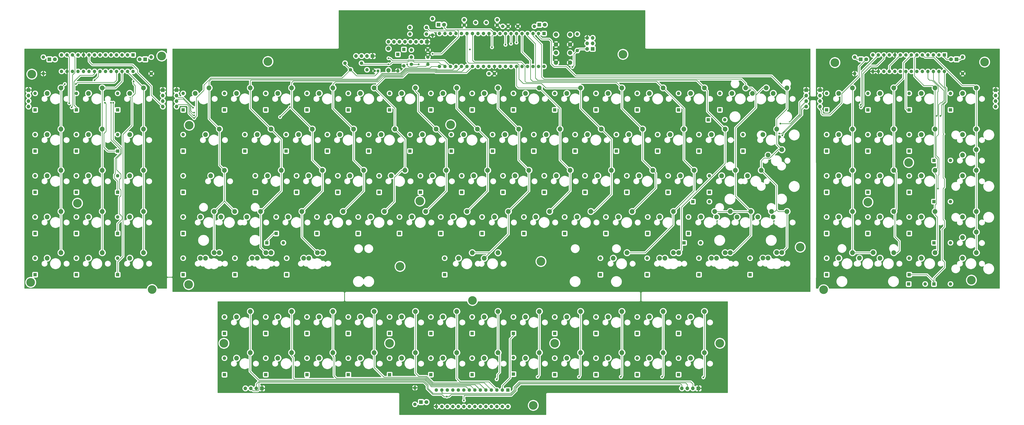
<source format=gbr>
G04 #@! TF.GenerationSoftware,KiCad,Pcbnew,(5.1.4)-1*
G04 #@! TF.CreationDate,2020-01-13T09:00:57+01:00*
G04 #@! TF.ProjectId,svarog-keyboard,73766172-6f67-42d6-9b65-79626f617264,rev?*
G04 #@! TF.SameCoordinates,Original*
G04 #@! TF.FileFunction,Copper,L2,Bot*
G04 #@! TF.FilePolarity,Positive*
%FSLAX46Y46*%
G04 Gerber Fmt 4.6, Leading zero omitted, Abs format (unit mm)*
G04 Created by KiCad (PCBNEW (5.1.4)-1) date 2020-01-13 09:00:57*
%MOMM*%
%LPD*%
G04 APERTURE LIST*
%ADD10C,4.000000*%
%ADD11C,2.200000*%
%ADD12O,1.700000X1.700000*%
%ADD13R,1.700000X1.700000*%
%ADD14O,1.600000X1.600000*%
%ADD15R,1.600000X1.600000*%
%ADD16C,1.600000*%
%ADD17C,2.250000*%
%ADD18C,1.500000*%
%ADD19C,2.000000*%
%ADD20C,1.800000*%
%ADD21R,1.800000X1.800000*%
%ADD22C,1.200000*%
%ADD23R,1.200000X1.200000*%
%ADD24C,0.800000*%
%ADD25C,0.250000*%
%ADD26C,0.254000*%
G04 APERTURE END LIST*
D10*
X417195000Y-246507000D03*
X51308000Y-243078000D03*
X107315000Y-246380000D03*
X72898000Y-206502000D03*
X51816000Y-146812000D03*
X111760000Y-138430000D03*
X221742000Y-235712000D03*
X124206000Y-244094000D03*
X422402000Y-141478000D03*
X491490000Y-141224000D03*
X456438000Y-187706000D03*
X437642000Y-205994000D03*
X485394000Y-242062000D03*
X245110000Y-170180000D03*
X406400000Y-226822000D03*
X160782000Y-140970000D03*
X124460000Y-170434000D03*
X324612000Y-137668000D03*
X230886000Y-205486000D03*
X286766000Y-233426000D03*
X283210000Y-299974000D03*
X369316000Y-271272000D03*
X255143000Y-251460000D03*
X293116000Y-271272000D03*
X216916000Y-271272000D03*
X140462000Y-271272000D03*
D11*
X327304400Y-174752000D03*
X333654400Y-172212000D03*
D12*
X201422000Y-138430000D03*
X203962000Y-138430000D03*
X206502000Y-138430000D03*
D13*
X209042000Y-138430000D03*
D11*
X386816600Y-212877400D03*
X393166600Y-210337400D03*
X360603800Y-212852000D03*
X366953800Y-210312000D03*
X367766600Y-212852000D03*
X374116600Y-210312000D03*
X393954000Y-212852000D03*
X400304000Y-210312000D03*
X77978000Y-231902000D03*
X84328000Y-229362000D03*
X97028000Y-155702000D03*
X103378000Y-153162000D03*
X382054200Y-193804300D03*
X388404200Y-191264300D03*
X134391400Y-193802000D03*
X140741400Y-191262000D03*
X389204200Y-174752000D03*
X395554200Y-172212000D03*
X151079200Y-212852000D03*
X157429200Y-210312000D03*
X370154200Y-193802000D03*
X376504200Y-191262000D03*
X384391000Y-155717000D03*
X390741000Y-153177000D03*
X341566500Y-212864700D03*
X347916500Y-210324700D03*
X322516500Y-212864700D03*
X328866500Y-210324700D03*
X303466500Y-212852000D03*
X309816500Y-210312000D03*
X351078800Y-193802000D03*
X357428800Y-191262000D03*
X332016100Y-193802000D03*
X338366100Y-191262000D03*
X365404400Y-174752000D03*
X371754400Y-172212000D03*
X346354400Y-174752000D03*
X352704400Y-172212000D03*
X393954000Y-155702000D03*
X400304000Y-153162000D03*
X374904000Y-155702000D03*
X381254000Y-153162000D03*
X355854000Y-155702000D03*
X362204000Y-153162000D03*
X336804000Y-155702000D03*
X343154000Y-153162000D03*
X317754000Y-155702000D03*
X324104000Y-153162000D03*
X298704000Y-155702000D03*
X305054000Y-153162000D03*
X279654000Y-155702000D03*
X286004000Y-153162000D03*
X260604000Y-155702000D03*
X266954000Y-153162000D03*
X241554000Y-155702000D03*
X247904000Y-153162000D03*
X222504000Y-155702000D03*
X228854000Y-153162000D03*
X203454000Y-155702000D03*
X209804000Y-153162000D03*
X184404000Y-155702000D03*
X190754000Y-153162000D03*
X165354000Y-155702000D03*
X171704000Y-153162000D03*
X146304000Y-155702000D03*
X152654000Y-153162000D03*
D14*
X472948000Y-145542000D03*
X439928000Y-137922000D03*
X470408000Y-145542000D03*
X442468000Y-137922000D03*
X467868000Y-145542000D03*
X445008000Y-137922000D03*
X465328000Y-145542000D03*
X447548000Y-137922000D03*
X462788000Y-145542000D03*
X450088000Y-137922000D03*
X460248000Y-145542000D03*
X452628000Y-137922000D03*
X457708000Y-145542000D03*
X455168000Y-137922000D03*
X455168000Y-145542000D03*
X457708000Y-137922000D03*
X452628000Y-145542000D03*
X460248000Y-137922000D03*
X450088000Y-145542000D03*
X462788000Y-137922000D03*
X447548000Y-145542000D03*
X465328000Y-137922000D03*
X445008000Y-145542000D03*
X467868000Y-137922000D03*
X442468000Y-145542000D03*
X470408000Y-137922000D03*
X439928000Y-145542000D03*
D15*
X472948000Y-137922000D03*
D14*
X288163000Y-143256000D03*
X239903000Y-128016000D03*
X285623000Y-143256000D03*
X242443000Y-128016000D03*
X283083000Y-143256000D03*
X244983000Y-128016000D03*
X280543000Y-143256000D03*
X247523000Y-128016000D03*
X278003000Y-143256000D03*
X250063000Y-128016000D03*
X275463000Y-143256000D03*
X252603000Y-128016000D03*
X272923000Y-143256000D03*
X255143000Y-128016000D03*
X270383000Y-143256000D03*
X257683000Y-128016000D03*
X267843000Y-143256000D03*
X260223000Y-128016000D03*
X265303000Y-143256000D03*
X262763000Y-128016000D03*
X262763000Y-143256000D03*
X265303000Y-128016000D03*
X260223000Y-143256000D03*
X267843000Y-128016000D03*
X257683000Y-143256000D03*
X270383000Y-128016000D03*
X255143000Y-143256000D03*
X272923000Y-128016000D03*
X252603000Y-143256000D03*
X275463000Y-128016000D03*
X250063000Y-143256000D03*
X278003000Y-128016000D03*
X247523000Y-143256000D03*
X280543000Y-128016000D03*
X244983000Y-143256000D03*
X283083000Y-128016000D03*
X242443000Y-143256000D03*
X285623000Y-128016000D03*
X239903000Y-143256000D03*
D15*
X288163000Y-128016000D03*
D14*
X106934000Y-138938000D03*
D16*
X106934000Y-146558000D03*
D14*
X481330000Y-138938000D03*
D16*
X481330000Y-146558000D03*
D14*
X283718000Y-124714000D03*
D16*
X276098000Y-124714000D03*
D14*
X359664000Y-231902000D03*
D15*
X359664000Y-239522000D03*
D12*
X415544000Y-161798000D03*
X415544000Y-159258000D03*
X415544000Y-156718000D03*
D13*
X415544000Y-154178000D03*
D12*
X112268000Y-161798000D03*
X112268000Y-159258000D03*
X112268000Y-156718000D03*
D13*
X112268000Y-154178000D03*
D12*
X351790000Y-292100000D03*
X354330000Y-292100000D03*
X356870000Y-292100000D03*
D13*
X359410000Y-292100000D03*
D12*
X409194000Y-161798000D03*
X409194000Y-159258000D03*
X409194000Y-156718000D03*
D13*
X409194000Y-154178000D03*
D17*
X266954000Y-229387400D03*
X260604000Y-231927400D03*
D11*
X389191500Y-231889300D03*
X395541500Y-229349300D03*
X481330000Y-174752000D03*
X487680000Y-172212000D03*
X424180000Y-231902000D03*
X430530000Y-229362000D03*
X481330000Y-231902000D03*
X487680000Y-229362000D03*
X462280000Y-231902000D03*
X468630000Y-229362000D03*
X433717600Y-231891600D03*
X440067600Y-229351600D03*
X481319600Y-222364400D03*
X487669600Y-219824400D03*
X462280000Y-212852000D03*
X468630000Y-210312000D03*
X365391700Y-231914700D03*
X371741700Y-229374700D03*
X155854400Y-231927400D03*
X162204400Y-229387400D03*
X132016500Y-231902000D03*
X138366500Y-229362000D03*
X179654200Y-231902000D03*
X186004200Y-229362000D03*
X77978000Y-155702000D03*
X84328000Y-153162000D03*
X58928000Y-155702000D03*
X65278000Y-153162000D03*
X341566500Y-231927400D03*
X347916500Y-229387400D03*
D14*
X360426000Y-224790000D03*
D15*
X352806000Y-224790000D03*
D14*
X475742000Y-243840000D03*
D15*
X468122000Y-243840000D03*
D14*
X456692000Y-231902000D03*
D15*
X456692000Y-239522000D03*
D14*
X91440000Y-155702000D03*
D15*
X91440000Y-163322000D03*
D14*
X72390000Y-155702000D03*
D15*
X72390000Y-163322000D03*
D14*
X53340000Y-155702000D03*
D15*
X53340000Y-163322000D03*
D12*
X496570000Y-161798000D03*
X496570000Y-159258000D03*
X496570000Y-156718000D03*
D13*
X496570000Y-154178000D03*
D12*
X50292000Y-161798000D03*
X50292000Y-159258000D03*
X50292000Y-156718000D03*
D13*
X50292000Y-154178000D03*
D12*
X150368000Y-292100000D03*
X152908000Y-292100000D03*
X155448000Y-292100000D03*
D13*
X157988000Y-292100000D03*
D12*
X118618000Y-161798000D03*
X118618000Y-159258000D03*
X118618000Y-156718000D03*
D13*
X118618000Y-154178000D03*
D12*
X216408000Y-131826000D03*
X218948000Y-131826000D03*
X221488000Y-131826000D03*
X224028000Y-131826000D03*
X226568000Y-131826000D03*
X229108000Y-131826000D03*
X231648000Y-131826000D03*
D13*
X234188000Y-131826000D03*
D12*
X308102000Y-130048000D03*
X310642000Y-130048000D03*
X308102000Y-132588000D03*
X310642000Y-132588000D03*
X308102000Y-135128000D03*
D13*
X310642000Y-135128000D03*
D18*
X261493000Y-122936000D03*
X256613000Y-122936000D03*
D14*
X98552000Y-145542000D03*
X65532000Y-137922000D03*
X96012000Y-145542000D03*
X68072000Y-137922000D03*
X93472000Y-145542000D03*
X70612000Y-137922000D03*
X90932000Y-145542000D03*
X73152000Y-137922000D03*
X88392000Y-145542000D03*
X75692000Y-137922000D03*
X85852000Y-145542000D03*
X78232000Y-137922000D03*
X83312000Y-145542000D03*
X80772000Y-137922000D03*
X80772000Y-145542000D03*
X83312000Y-137922000D03*
X78232000Y-145542000D03*
X85852000Y-137922000D03*
X75692000Y-145542000D03*
X88392000Y-137922000D03*
X73152000Y-145542000D03*
X90932000Y-137922000D03*
X70612000Y-145542000D03*
X93472000Y-137922000D03*
X68072000Y-145542000D03*
X96012000Y-137922000D03*
X65532000Y-145542000D03*
D15*
X98552000Y-137922000D03*
D14*
X271526000Y-300482000D03*
X238506000Y-292862000D03*
X268986000Y-300482000D03*
X241046000Y-292862000D03*
X266446000Y-300482000D03*
X243586000Y-292862000D03*
X263906000Y-300482000D03*
X246126000Y-292862000D03*
X261366000Y-300482000D03*
X248666000Y-292862000D03*
X258826000Y-300482000D03*
X251206000Y-292862000D03*
X256286000Y-300482000D03*
X253746000Y-292862000D03*
X253746000Y-300482000D03*
X256286000Y-292862000D03*
X251206000Y-300482000D03*
X258826000Y-292862000D03*
X248666000Y-300482000D03*
X261366000Y-292862000D03*
X246126000Y-300482000D03*
X263906000Y-292862000D03*
X243586000Y-300482000D03*
X266446000Y-292862000D03*
X241046000Y-300482000D03*
X268986000Y-292862000D03*
X238506000Y-300482000D03*
D15*
X271526000Y-292862000D03*
D19*
X293728000Y-133096000D03*
X293728000Y-128596000D03*
X300228000Y-133096000D03*
X300228000Y-128596000D03*
X293728000Y-141478000D03*
X293728000Y-136978000D03*
X300228000Y-141478000D03*
X300228000Y-136978000D03*
D14*
X203962000Y-141732000D03*
D16*
X196342000Y-141732000D03*
D14*
X206502000Y-144780000D03*
D16*
X198882000Y-144780000D03*
D14*
X431546000Y-146558000D03*
D16*
X431546000Y-138938000D03*
D14*
X57150000Y-146558000D03*
D16*
X57150000Y-138938000D03*
D14*
X228600000Y-291846000D03*
D16*
X228600000Y-299466000D03*
D14*
X226949000Y-138938000D03*
D16*
X234569000Y-138938000D03*
D14*
X226949000Y-135636000D03*
D16*
X234569000Y-135636000D03*
D14*
X234569000Y-142240000D03*
D16*
X226949000Y-142240000D03*
D14*
X226314000Y-128270000D03*
D16*
X233934000Y-128270000D03*
D14*
X226314000Y-125222000D03*
D16*
X233934000Y-125222000D03*
D14*
X236728000Y-128778000D03*
D16*
X236728000Y-121158000D03*
D14*
X303530000Y-128270000D03*
D16*
X303530000Y-135890000D03*
D20*
X288544000Y-123952000D03*
D21*
X286004000Y-123952000D03*
D20*
X101600000Y-139954000D03*
D21*
X104140000Y-139954000D03*
D20*
X475996000Y-139954000D03*
D21*
X478536000Y-139954000D03*
D20*
X436880000Y-139954000D03*
D21*
X434340000Y-139954000D03*
D20*
X62484000Y-139954000D03*
D21*
X59944000Y-139954000D03*
D20*
X233934000Y-298450000D03*
D21*
X231394000Y-298450000D03*
D20*
X242062000Y-123952000D03*
D21*
X239522000Y-123952000D03*
D11*
X170116500Y-212852000D03*
X176466500Y-210312000D03*
X251104400Y-174752000D03*
X257454400Y-172212000D03*
X189141100Y-212852000D03*
X195491100Y-210312000D03*
X174879000Y-174752000D03*
X181229000Y-172212000D03*
X227253800Y-212852000D03*
X233603800Y-210312000D03*
X270154400Y-174752000D03*
X276504400Y-172212000D03*
X232054400Y-174752000D03*
X238404400Y-172212000D03*
X179603400Y-193802000D03*
X185953400Y-191262000D03*
X213004400Y-174752000D03*
X219354400Y-172212000D03*
X155829000Y-174752000D03*
X162179000Y-172212000D03*
X308254400Y-174752000D03*
X314604400Y-172212000D03*
X265366500Y-212864700D03*
X271716500Y-210324700D03*
X284416500Y-212852000D03*
X290766500Y-210312000D03*
X312953400Y-193802000D03*
X319303400Y-191262000D03*
X293903400Y-193802000D03*
X300253400Y-191262000D03*
X274853400Y-193802000D03*
X281203400Y-191262000D03*
X289204400Y-174752000D03*
X295554400Y-172212000D03*
X255803400Y-193814700D03*
X262153400Y-191274700D03*
X236740700Y-193814700D03*
X243090700Y-191274700D03*
X217665300Y-193802000D03*
X224015300Y-191262000D03*
X193954400Y-174752000D03*
X200304400Y-172212000D03*
X198628000Y-193802000D03*
X204978000Y-191262000D03*
X208203800Y-212852000D03*
X214553800Y-210312000D03*
X246316500Y-212852000D03*
X252666500Y-210312000D03*
X160578800Y-193802000D03*
X166928800Y-191262000D03*
X132029200Y-174752000D03*
X138379200Y-172212000D03*
X248716900Y-231927400D03*
X255066900Y-229387400D03*
X377291600Y-212877400D03*
X383641600Y-210337400D03*
X391566400Y-231889300D03*
X397916400Y-229349300D03*
X320141600Y-231927400D03*
X326491600Y-229387400D03*
X481330000Y-212852000D03*
X487680000Y-210312000D03*
X443230000Y-231902000D03*
X449580000Y-229362000D03*
X443230000Y-212852000D03*
X449580000Y-210312000D03*
X424180000Y-212852000D03*
X430530000Y-210312000D03*
X481330000Y-193802000D03*
X487680000Y-191262000D03*
X462280000Y-193802000D03*
X468630000Y-191262000D03*
X443230000Y-193802000D03*
X449580000Y-191262000D03*
X424180000Y-193802000D03*
X430530000Y-191262000D03*
X481330000Y-184251600D03*
X487680000Y-181711600D03*
X462280000Y-174752000D03*
X468630000Y-172212000D03*
X443230000Y-174752000D03*
X449580000Y-172212000D03*
X424180000Y-174752000D03*
X430530000Y-172212000D03*
X481330000Y-155702000D03*
X487680000Y-153162000D03*
X462280000Y-155702000D03*
X468630000Y-153162000D03*
X443230000Y-155702000D03*
X449580000Y-153162000D03*
X424180000Y-155702000D03*
X430530000Y-153162000D03*
X367766600Y-231902000D03*
X374116600Y-229362000D03*
X153466800Y-231902000D03*
X159816800Y-229362000D03*
X129641600Y-212864700D03*
X135991600Y-210324700D03*
X139141300Y-212852000D03*
X145491300Y-210312000D03*
X129641600Y-231902000D03*
X135991600Y-229362000D03*
X177266600Y-231927400D03*
X183616600Y-229387400D03*
X97028000Y-231902000D03*
X103378000Y-229362000D03*
X58928000Y-231902000D03*
X65278000Y-229362000D03*
X97028000Y-212852000D03*
X103378000Y-210312000D03*
X77978000Y-212852000D03*
X84328000Y-210312000D03*
X58928000Y-212852000D03*
X65278000Y-210312000D03*
X97028000Y-193802000D03*
X103378000Y-191262000D03*
X77978000Y-193802000D03*
X84328000Y-191262000D03*
X58928000Y-193802000D03*
X65278000Y-191262000D03*
X97028000Y-174752000D03*
X103378000Y-172212000D03*
X77978000Y-174752000D03*
X84328000Y-172212000D03*
X58928000Y-174752000D03*
X65278000Y-172212000D03*
X343979500Y-231927400D03*
X350329500Y-229387400D03*
X355854000Y-259080000D03*
X362204000Y-256540000D03*
X336804000Y-259080000D03*
X343154000Y-256540000D03*
X317754000Y-259080000D03*
X324104000Y-256540000D03*
X298704000Y-259080000D03*
X305054000Y-256540000D03*
X279654000Y-259080000D03*
X286004000Y-256540000D03*
X260604000Y-259080000D03*
X266954000Y-256540000D03*
X241554000Y-259080000D03*
X247904000Y-256540000D03*
X222504000Y-259080000D03*
X228854000Y-256540000D03*
X203454000Y-259080000D03*
X209804000Y-256540000D03*
X184404000Y-259080000D03*
X190754000Y-256540000D03*
X165354000Y-259080000D03*
X171704000Y-256540000D03*
X146304000Y-259080000D03*
X152654000Y-256540000D03*
X355854000Y-278130000D03*
X362204000Y-275590000D03*
X336804000Y-278130000D03*
X343154000Y-275590000D03*
X317754000Y-278130000D03*
X324104000Y-275590000D03*
X298704000Y-278130000D03*
X305054000Y-275590000D03*
X279654000Y-278130000D03*
X286004000Y-275590000D03*
X260604000Y-278130000D03*
X266954000Y-275590000D03*
X241554000Y-278130000D03*
X247904000Y-275590000D03*
X222504000Y-278130000D03*
X228854000Y-275590000D03*
X203454000Y-278130000D03*
X209804000Y-275590000D03*
X184404000Y-278130000D03*
X190754000Y-275590000D03*
X165354000Y-278130000D03*
X171704000Y-275590000D03*
X146304000Y-278130000D03*
X152654000Y-275590000D03*
X127254000Y-155702000D03*
X133604000Y-153162000D03*
X397929100Y-181737000D03*
X391579100Y-184277000D03*
D19*
X216408000Y-135034000D03*
X216408000Y-145034000D03*
D14*
X223520000Y-143002000D03*
D15*
X223520000Y-135382000D03*
D14*
X220726000Y-145288000D03*
D15*
X220726000Y-137668000D03*
D14*
X164592000Y-212852000D03*
D15*
X164592000Y-220472000D03*
D14*
X245364000Y-174752000D03*
D15*
X245364000Y-182372000D03*
D14*
X183388000Y-212852000D03*
D15*
X183388000Y-220472000D03*
D14*
X169164000Y-174752000D03*
D15*
X169164000Y-182372000D03*
D14*
X221488000Y-212852000D03*
D15*
X221488000Y-220472000D03*
D14*
X264414000Y-174752000D03*
D15*
X264414000Y-182372000D03*
D14*
X226314000Y-174752000D03*
D15*
X226314000Y-182372000D03*
D14*
X173990000Y-193802000D03*
D15*
X173990000Y-201422000D03*
D14*
X207264000Y-174752000D03*
D15*
X207264000Y-182372000D03*
D14*
X150114000Y-174752000D03*
D15*
X150114000Y-182372000D03*
D14*
X321564000Y-174752000D03*
D15*
X321564000Y-182372000D03*
D14*
X302514000Y-174752000D03*
D15*
X302514000Y-182372000D03*
D14*
X259588000Y-212852000D03*
D15*
X259588000Y-220472000D03*
D14*
X278892000Y-212852000D03*
D15*
X278892000Y-220472000D03*
D14*
X307086000Y-193802000D03*
D15*
X307086000Y-201422000D03*
D14*
X288290000Y-193802000D03*
D15*
X288290000Y-201422000D03*
D14*
X269240000Y-193802000D03*
D15*
X269240000Y-201422000D03*
D14*
X283464000Y-174752000D03*
D15*
X283464000Y-182372000D03*
D14*
X250190000Y-193802000D03*
D15*
X250190000Y-201422000D03*
D14*
X231140000Y-193802000D03*
D15*
X231140000Y-201422000D03*
D14*
X212090000Y-193802000D03*
D15*
X212090000Y-201422000D03*
D14*
X188214000Y-174752000D03*
D15*
X188214000Y-182372000D03*
D14*
X193040000Y-193802000D03*
D15*
X193040000Y-201422000D03*
D14*
X202438000Y-212852000D03*
D15*
X202438000Y-220472000D03*
D14*
X240538000Y-212852000D03*
D15*
X240538000Y-220472000D03*
D14*
X154940000Y-193802000D03*
D15*
X154940000Y-201422000D03*
D14*
X121666000Y-174752000D03*
D15*
X121666000Y-182372000D03*
D14*
X242316000Y-231902000D03*
D15*
X242316000Y-239522000D03*
X354838000Y-220472000D03*
D14*
X354838000Y-212852000D03*
X383286000Y-231902000D03*
D15*
X383286000Y-239522000D03*
D14*
X314198000Y-231902000D03*
D15*
X314198000Y-239522000D03*
D14*
X464058000Y-243840000D03*
D15*
X456438000Y-243840000D03*
D14*
X418592000Y-231902000D03*
D15*
X418592000Y-239522000D03*
D14*
X475742000Y-224790000D03*
D15*
X468122000Y-224790000D03*
D14*
X456692000Y-212852000D03*
D15*
X456692000Y-220472000D03*
D14*
X437642000Y-212852000D03*
D15*
X437642000Y-220472000D03*
D14*
X418592000Y-212852000D03*
D15*
X418592000Y-220472000D03*
D14*
X475742000Y-205740000D03*
D15*
X468122000Y-205740000D03*
D14*
X456692000Y-193802000D03*
D15*
X456692000Y-201422000D03*
D14*
X437642000Y-193802000D03*
D15*
X437642000Y-201422000D03*
D14*
X418592000Y-193802000D03*
D15*
X418592000Y-201422000D03*
D14*
X475742000Y-186690000D03*
D15*
X468122000Y-186690000D03*
D14*
X456692000Y-174752000D03*
D15*
X456692000Y-182372000D03*
D14*
X437642000Y-174752000D03*
D15*
X437642000Y-182372000D03*
D14*
X418592000Y-174752000D03*
D15*
X418592000Y-182372000D03*
D14*
X475742000Y-155702000D03*
D15*
X475742000Y-163322000D03*
D14*
X456692000Y-155702000D03*
D15*
X456692000Y-163322000D03*
D14*
X437642000Y-155702000D03*
D15*
X437642000Y-163322000D03*
D14*
X418592000Y-155702000D03*
D15*
X418592000Y-163322000D03*
D14*
X145542000Y-231902000D03*
D15*
X145542000Y-239522000D03*
D14*
X121666000Y-212852000D03*
D15*
X121666000Y-220472000D03*
D14*
X121666000Y-231902000D03*
D15*
X121666000Y-239522000D03*
D14*
X169418000Y-231902000D03*
D15*
X169418000Y-239522000D03*
D14*
X91440000Y-231902000D03*
D15*
X91440000Y-239522000D03*
D14*
X72390000Y-231902000D03*
D15*
X72390000Y-239522000D03*
D14*
X53340000Y-231902000D03*
D15*
X53340000Y-239522000D03*
D14*
X91440000Y-212852000D03*
D15*
X91440000Y-220472000D03*
D14*
X72390000Y-212852000D03*
D15*
X72390000Y-220472000D03*
D14*
X53340000Y-212852000D03*
D15*
X53340000Y-220472000D03*
D14*
X91440000Y-193802000D03*
D15*
X91440000Y-201422000D03*
D14*
X72390000Y-193802000D03*
D15*
X72390000Y-201422000D03*
D14*
X53340000Y-193802000D03*
D15*
X53340000Y-201422000D03*
D14*
X91440000Y-174752000D03*
D15*
X91440000Y-182372000D03*
D14*
X72390000Y-174752000D03*
D15*
X72390000Y-182372000D03*
D14*
X53340000Y-174752000D03*
D15*
X53340000Y-182372000D03*
D14*
X335788000Y-231902000D03*
D15*
X335788000Y-239522000D03*
D14*
X350266000Y-259080000D03*
D15*
X350266000Y-266700000D03*
D14*
X331216000Y-259080000D03*
D15*
X331216000Y-266700000D03*
D14*
X312166000Y-259080000D03*
D15*
X312166000Y-266700000D03*
D14*
X293116000Y-259080000D03*
D15*
X293116000Y-266700000D03*
D14*
X274066000Y-259080000D03*
D15*
X274066000Y-266700000D03*
D14*
X255016000Y-259080000D03*
D15*
X255016000Y-266700000D03*
D14*
X235966000Y-259080000D03*
D15*
X235966000Y-266700000D03*
D14*
X216916000Y-259080000D03*
D15*
X216916000Y-266700000D03*
D14*
X197866000Y-259080000D03*
D15*
X197866000Y-266700000D03*
D14*
X178816000Y-259080000D03*
D15*
X178816000Y-266700000D03*
D14*
X159766000Y-259080000D03*
D15*
X159766000Y-266700000D03*
D14*
X140716000Y-259080000D03*
D15*
X140716000Y-266700000D03*
D14*
X350266000Y-278130000D03*
D15*
X350266000Y-285750000D03*
D14*
X331216000Y-278130000D03*
D15*
X331216000Y-285750000D03*
D14*
X312166000Y-278130000D03*
D15*
X312166000Y-285750000D03*
D14*
X293116000Y-278130000D03*
D15*
X293116000Y-285750000D03*
D14*
X274066000Y-277876000D03*
D15*
X274066000Y-285496000D03*
D14*
X255016000Y-278130000D03*
D15*
X255016000Y-285750000D03*
D14*
X235966000Y-278130000D03*
D15*
X235966000Y-285750000D03*
D14*
X216916000Y-278130000D03*
D15*
X216916000Y-285750000D03*
D14*
X197866000Y-278130000D03*
D15*
X197866000Y-285750000D03*
D14*
X178816000Y-278130000D03*
D15*
X178816000Y-285750000D03*
D14*
X159766000Y-278130000D03*
D15*
X159766000Y-285750000D03*
D14*
X140716000Y-278130000D03*
D15*
X140716000Y-285750000D03*
D14*
X121666000Y-155702000D03*
D15*
X121666000Y-163322000D03*
D14*
X364490000Y-205740000D03*
D15*
X356870000Y-205740000D03*
D14*
X121666000Y-193802000D03*
D15*
X121666000Y-201422000D03*
D14*
X379984000Y-174752000D03*
D15*
X379984000Y-182372000D03*
D14*
X371602000Y-167894000D03*
D15*
X363982000Y-167894000D03*
D14*
X167894000Y-224790000D03*
D15*
X160274000Y-224790000D03*
X364490000Y-201422000D03*
D14*
X364490000Y-193802000D03*
X336042000Y-212852000D03*
D15*
X336042000Y-220472000D03*
D14*
X316738000Y-212852000D03*
D15*
X316738000Y-220472000D03*
D14*
X297688000Y-212852000D03*
D15*
X297688000Y-220472000D03*
D14*
X345440000Y-193802000D03*
D15*
X345440000Y-201422000D03*
D14*
X326390000Y-193802000D03*
D15*
X326390000Y-201422000D03*
D14*
X359664000Y-174752000D03*
D15*
X359664000Y-182372000D03*
D14*
X340614000Y-174752000D03*
D15*
X340614000Y-182372000D03*
D14*
X369316000Y-155702000D03*
D15*
X369316000Y-163322000D03*
D14*
X350266000Y-155702000D03*
D15*
X350266000Y-163322000D03*
D14*
X331216000Y-155702000D03*
D15*
X331216000Y-163322000D03*
D14*
X312166000Y-155702000D03*
D15*
X312166000Y-163322000D03*
D14*
X293116000Y-155702000D03*
D15*
X293116000Y-163322000D03*
D14*
X274066000Y-155702000D03*
D15*
X274066000Y-163322000D03*
D14*
X255016000Y-155702000D03*
D15*
X255016000Y-163322000D03*
D14*
X235966000Y-155702000D03*
D15*
X235966000Y-163322000D03*
D14*
X216916000Y-155702000D03*
D15*
X216916000Y-163322000D03*
D14*
X197866000Y-155702000D03*
D15*
X197866000Y-163322000D03*
D14*
X178816000Y-155702000D03*
D15*
X178816000Y-163322000D03*
D14*
X159766000Y-155702000D03*
D15*
X159766000Y-163322000D03*
D14*
X140716000Y-155702000D03*
D15*
X140716000Y-163322000D03*
D16*
X271613000Y-124714000D03*
X269113000Y-124714000D03*
X265263000Y-146558000D03*
X262763000Y-146558000D03*
D22*
X210082000Y-145288000D03*
D23*
X211582000Y-145288000D03*
D16*
X266573000Y-124166000D03*
X266573000Y-121666000D03*
X251333000Y-124166000D03*
X251333000Y-121666000D03*
D24*
X254000000Y-135382000D03*
X365633000Y-185928000D03*
X370713000Y-158369000D03*
X282956000Y-137287000D03*
X462661000Y-141732000D03*
X456565000Y-142367000D03*
X451866000Y-143510000D03*
X442341000Y-140335000D03*
X94615000Y-170053000D03*
X87884000Y-180086000D03*
X76073000Y-149098000D03*
X126746000Y-167132000D03*
X251206000Y-297688000D03*
X398145000Y-175133000D03*
X301244000Y-143510000D03*
X264160000Y-134366000D03*
X236728000Y-137414000D03*
X230378000Y-142240000D03*
X80772000Y-149606000D03*
X85598000Y-160020000D03*
X88392000Y-160020000D03*
X67056000Y-151384000D03*
X72136000Y-151384000D03*
X98806000Y-150114000D03*
X469392000Y-166116000D03*
X469994999Y-199803001D03*
X471170000Y-166116000D03*
X225044000Y-142240000D03*
X275463000Y-132207000D03*
X270383000Y-133223000D03*
X272923000Y-132715000D03*
X434449001Y-162196999D03*
X70213001Y-162196999D03*
X243332000Y-295910000D03*
X126746000Y-165862000D03*
X396748000Y-174244000D03*
X216408000Y-142240000D03*
X170942000Y-162052000D03*
X166370000Y-166624000D03*
X434340000Y-161036000D03*
X69088000Y-160274000D03*
X126746000Y-164592000D03*
X397256000Y-169672000D03*
X216408000Y-139446000D03*
X126238000Y-162306000D03*
X266319000Y-287909000D03*
X285242000Y-286766000D03*
X304292000Y-286766000D03*
X323596000Y-286766000D03*
X342646000Y-286766000D03*
X361696000Y-287020000D03*
X89408000Y-160020000D03*
D25*
X433578000Y-143256000D02*
X436880000Y-139954000D01*
X425605001Y-155800999D02*
X433578000Y-147828000D01*
X425605001Y-160118999D02*
X425605001Y-155800999D01*
X415544000Y-161798000D02*
X415544000Y-163000081D01*
X416306000Y-163762081D02*
X416306000Y-165100000D01*
X416306000Y-165100000D02*
X416814000Y-165608000D01*
X433578000Y-147828000D02*
X433578000Y-143256000D01*
X416814000Y-165608000D02*
X420116000Y-165608000D01*
X415544000Y-163000081D02*
X416306000Y-163762081D01*
X420116000Y-165608000D02*
X425605001Y-160118999D01*
X447548000Y-143002000D02*
X447548000Y-145542000D01*
X452628000Y-137922000D02*
X447548000Y-143002000D01*
X78232000Y-140970000D02*
X78232000Y-137922000D01*
X79756000Y-142494000D02*
X78232000Y-140970000D01*
X106934000Y-156464000D02*
X106934000Y-152400000D01*
X112268000Y-161798000D02*
X106934000Y-156464000D01*
X106934000Y-152400000D02*
X100584000Y-146050000D01*
X100584000Y-146050000D02*
X100584000Y-144780000D01*
X100584000Y-144780000D02*
X98298000Y-142494000D01*
X98298000Y-142494000D02*
X79756000Y-142494000D01*
X119467999Y-160948001D02*
X123607181Y-160948001D01*
X118618000Y-161798000D02*
X119467999Y-160948001D01*
X123607181Y-160948001D02*
X124321980Y-161662800D01*
X124321980Y-164730020D02*
X124321980Y-164961980D01*
X124321980Y-161662800D02*
X124321980Y-164730020D01*
X124321980Y-164961980D02*
X125984000Y-166624000D01*
X125984000Y-166624000D02*
X126238000Y-166878000D01*
X126238000Y-166878000D02*
X126492000Y-167132000D01*
X126492000Y-167132000D02*
X126746000Y-167132000D01*
X126746000Y-167132000D02*
X126746000Y-167132000D01*
X264503001Y-127216001D02*
X265303000Y-128016000D01*
X263525000Y-126238000D02*
X264503001Y-127216001D01*
X243075208Y-126238000D02*
X263525000Y-126238000D01*
X242062000Y-123952000D02*
X242062000Y-125224792D01*
X242062000Y-125224792D02*
X243075208Y-126238000D01*
X408432000Y-161798000D02*
X409194000Y-161798000D01*
X407162000Y-163068000D02*
X408432000Y-161798000D01*
X407162000Y-165608000D02*
X407162000Y-163068000D01*
X398544999Y-174225001D02*
X407162000Y-165608000D01*
X398145000Y-175133000D02*
X398544999Y-174733001D01*
X398544999Y-174733001D02*
X398544999Y-174225001D01*
X304292000Y-135128000D02*
X303530000Y-135890000D01*
X308102000Y-135128000D02*
X304292000Y-135128000D01*
X303530000Y-135890000D02*
X302006000Y-137414000D01*
X302006000Y-137414000D02*
X302006000Y-142748000D01*
X302006000Y-142748000D02*
X301244000Y-143510000D01*
X301244000Y-143510000D02*
X301244000Y-143510000D01*
X264160000Y-129159000D02*
X265303000Y-128016000D01*
X264160000Y-134366000D02*
X264160000Y-129159000D01*
X243075208Y-126238000D02*
X248158000Y-126238000D01*
X248158000Y-126238000D02*
X248666000Y-126746000D01*
X248666000Y-126746000D02*
X248666000Y-128538002D01*
X248666000Y-128538002D02*
X248666000Y-129540000D01*
X248666000Y-129540000D02*
X247650000Y-130556000D01*
X247650000Y-130556000D02*
X240792000Y-137414000D01*
X240792000Y-137414000D02*
X236728000Y-137414000D01*
X236728000Y-137414000D02*
X236728000Y-137414000D01*
X229812315Y-142240000D02*
X226949000Y-142240000D01*
X230378000Y-142240000D02*
X229812315Y-142240000D01*
X211582000Y-146138000D02*
X210146000Y-147574000D01*
X211582000Y-145288000D02*
X211582000Y-146138000D01*
X201676000Y-147574000D02*
X198882000Y-144780000D01*
X210146000Y-147574000D02*
X201676000Y-147574000D01*
X196342000Y-142240000D02*
X196342000Y-141732000D01*
X198882000Y-144780000D02*
X196342000Y-142240000D01*
X251206000Y-295656000D02*
X251206000Y-297688000D01*
X351790000Y-292100000D02*
X351790000Y-290576000D01*
X273110811Y-295344009D02*
X251517990Y-295344010D01*
X351790000Y-290576000D02*
X351224010Y-290010010D01*
X351224010Y-290010010D02*
X277300400Y-290010010D01*
X277300400Y-290010010D02*
X275336000Y-291974410D01*
X275336000Y-291974410D02*
X275336000Y-293118820D01*
X251517990Y-295344010D02*
X251206000Y-295656000D01*
X275336000Y-293118820D02*
X273110811Y-295344009D01*
X195014010Y-148647990D02*
X198882000Y-144780000D01*
X127762000Y-166116000D02*
X127762000Y-157734000D01*
X126746000Y-167132000D02*
X127762000Y-166116000D01*
X127762000Y-157734000D02*
X131191000Y-154305000D01*
X131191000Y-154305000D02*
X131191000Y-151890590D01*
X131191000Y-151890590D02*
X134433600Y-148647990D01*
X134433600Y-148647990D02*
X195014010Y-148647990D01*
X163542000Y-220472000D02*
X164592000Y-220472000D01*
X160274000Y-223740000D02*
X163542000Y-220472000D01*
X160274000Y-224790000D02*
X160274000Y-223740000D01*
X274066000Y-267750000D02*
X272542000Y-269274000D01*
X274066000Y-266700000D02*
X274066000Y-267750000D01*
X272542000Y-269274000D02*
X272542000Y-287274000D01*
X272542000Y-287274000D02*
X268986000Y-290830000D01*
X268986000Y-290830000D02*
X268986000Y-292862000D01*
X80772000Y-146558000D02*
X80772000Y-145542000D01*
X72390000Y-162272000D02*
X71264999Y-161146999D01*
X72390000Y-163322000D02*
X72390000Y-162272000D01*
X71264999Y-161146999D02*
X71264999Y-150223001D01*
X71264999Y-150223001D02*
X74168000Y-147320000D01*
X74168000Y-147320000D02*
X80010000Y-147320000D01*
X80010000Y-147320000D02*
X80772000Y-146558000D01*
X82512001Y-146341999D02*
X82512001Y-147865999D01*
X83312000Y-145542000D02*
X82512001Y-146341999D01*
X82512001Y-147865999D02*
X80772000Y-149606000D01*
X80772000Y-149606000D02*
X80772000Y-149606000D01*
X86106000Y-160528000D02*
X85598000Y-160020000D01*
X86106000Y-173228000D02*
X86106000Y-160528000D01*
X85090000Y-174244000D02*
X86106000Y-173228000D01*
X85090000Y-180594000D02*
X85090000Y-174244000D01*
X91440000Y-182372000D02*
X86868000Y-182372000D01*
X86868000Y-182372000D02*
X85090000Y-180594000D01*
X91440000Y-196342000D02*
X91440000Y-201422000D01*
X89916000Y-194818000D02*
X91440000Y-196342000D01*
X89916000Y-193294000D02*
X89916000Y-194818000D01*
X88392000Y-177138998D02*
X92710000Y-181456998D01*
X92710000Y-181456998D02*
X92710000Y-183388000D01*
X92710000Y-183388000D02*
X90314999Y-185783001D01*
X90314999Y-185783001D02*
X90314999Y-192895001D01*
X90314999Y-192895001D02*
X89916000Y-193294000D01*
X88392000Y-160020000D02*
X88392000Y-177138998D01*
X65278000Y-153162000D02*
X65278000Y-229362000D01*
X65278000Y-153162000D02*
X66377999Y-152062001D01*
X66377999Y-152062001D02*
X67056000Y-151384000D01*
X67056000Y-151384000D02*
X67056000Y-151384000D01*
X72136000Y-151384000D02*
X72898000Y-150622000D01*
X72898000Y-150622000D02*
X89916000Y-150622000D01*
X90932000Y-149606000D02*
X90932000Y-145542000D01*
X89916000Y-150622000D02*
X90932000Y-149606000D01*
X98806000Y-151384000D02*
X98806000Y-151384000D01*
X93922010Y-231084992D02*
X91440000Y-233567002D01*
X91440000Y-233567002D02*
X91440000Y-239522000D01*
X98806000Y-151384000D02*
X99568000Y-152146000D01*
X98806000Y-150114000D02*
X98806000Y-151384000D01*
X99568000Y-152146000D02*
X99568000Y-155702000D01*
X99568000Y-155702000D02*
X98044000Y-157226000D01*
X93922010Y-174694010D02*
X93922010Y-231084992D01*
X98044000Y-157226000D02*
X98044000Y-170572020D01*
X98044000Y-170572020D02*
X93922010Y-174694010D01*
X455642000Y-163322000D02*
X456692000Y-163322000D01*
X455168000Y-162848000D02*
X455642000Y-163322000D01*
X455168000Y-145542000D02*
X455168000Y-162848000D01*
X470055001Y-152477999D02*
X467183002Y-149606000D01*
X470055001Y-154822997D02*
X470055001Y-152477999D01*
X469791999Y-155085999D02*
X470055001Y-154822997D01*
X469392000Y-166116000D02*
X469791999Y-165716001D01*
X469791999Y-165716001D02*
X469791999Y-155085999D01*
X467183002Y-149606000D02*
X466090000Y-149606000D01*
X465328000Y-148844000D02*
X465328000Y-145542000D01*
X466090000Y-149606000D02*
X465328000Y-148844000D01*
X467868000Y-145542000D02*
X467868000Y-149352000D01*
X467868000Y-149654588D02*
X472694000Y-154480588D01*
X467868000Y-149352000D02*
X467868000Y-149654588D01*
X472694000Y-154480588D02*
X472694000Y-158496000D01*
X472694000Y-158496000D02*
X472694000Y-159004000D01*
X472694000Y-159004000D02*
X471678000Y-160020000D01*
X471170000Y-160020000D02*
X470242009Y-160947991D01*
X471678000Y-160020000D02*
X471170000Y-160020000D01*
X470242009Y-160947991D02*
X470242009Y-174663991D01*
X469138000Y-175768000D02*
X469138000Y-184404000D01*
X470242009Y-174663991D02*
X469138000Y-175768000D01*
X470408000Y-185674000D02*
X470408000Y-193294000D01*
X469138000Y-184404000D02*
X470408000Y-185674000D01*
X469994999Y-193707001D02*
X469994999Y-199803001D01*
X470408000Y-193294000D02*
X469994999Y-193707001D01*
X469994999Y-199803001D02*
X469994999Y-199803001D01*
X471569999Y-165716001D02*
X471569999Y-161144001D01*
X471170000Y-166116000D02*
X471569999Y-165716001D01*
X471569999Y-161144001D02*
X473202000Y-159512000D01*
X473202000Y-159512000D02*
X473202000Y-153416000D01*
X473202000Y-153416000D02*
X470408000Y-150622000D01*
X470408000Y-150622000D02*
X470408000Y-145542000D01*
X464854000Y-239522000D02*
X468122000Y-242790000D01*
X456692000Y-239522000D02*
X464854000Y-239522000D01*
X468122000Y-242790000D02*
X468122000Y-243840000D01*
X472948000Y-236220000D02*
X468122000Y-241046000D01*
X472948000Y-233680000D02*
X472948000Y-236220000D01*
X468122000Y-241046000D02*
X468122000Y-243840000D01*
X471932000Y-232664000D02*
X472948000Y-233680000D01*
X471932000Y-218948000D02*
X471932000Y-232664000D01*
X472345001Y-174149001D02*
X472694000Y-174498000D01*
X472345001Y-161005409D02*
X472345001Y-174149001D01*
X473710000Y-159640410D02*
X472345001Y-161005409D01*
X473710000Y-153287590D02*
X473710000Y-159640410D01*
X472948000Y-145542000D02*
X472948000Y-152525590D01*
X472948000Y-152525590D02*
X473710000Y-153287590D01*
X472694000Y-174498000D02*
X472345001Y-174846999D01*
X472345001Y-174846999D02*
X472345001Y-194723001D01*
X472345001Y-194723001D02*
X472948000Y-195326000D01*
X472948000Y-217424000D02*
X471678000Y-218694000D01*
X472948000Y-195326000D02*
X472948000Y-199136000D01*
X472345001Y-214027001D02*
X472948000Y-214630000D01*
X472948000Y-199136000D02*
X472345001Y-199738999D01*
X472345001Y-199738999D02*
X472345001Y-214027001D01*
X472948000Y-214630000D02*
X472948000Y-217424000D01*
X471678000Y-218694000D02*
X471932000Y-218948000D01*
X225044000Y-142805685D02*
X225806305Y-143567990D01*
X225044000Y-142240000D02*
X225044000Y-142805685D01*
X233769001Y-143039999D02*
X234569000Y-142240000D01*
X233589999Y-143219001D02*
X233769001Y-143039999D01*
X229906999Y-143219001D02*
X233589999Y-143219001D01*
X229558010Y-143567990D02*
X229906999Y-143219001D01*
X225806305Y-143567990D02*
X229558010Y-143567990D01*
X275463000Y-128016000D02*
X275463000Y-132207000D01*
X275463000Y-132207000D02*
X275463000Y-132207000D01*
X270383000Y-128016000D02*
X270383000Y-133223000D01*
X272923000Y-128016000D02*
X272923000Y-132715000D01*
X445008000Y-139700000D02*
X445008000Y-137922000D01*
X441706000Y-143002000D02*
X445008000Y-139700000D01*
X438912000Y-143002000D02*
X441706000Y-143002000D01*
X435356000Y-146558000D02*
X438912000Y-143002000D01*
X434449001Y-162196999D02*
X435356000Y-161290000D01*
X435356000Y-161290000D02*
X435356000Y-146558000D01*
X71411999Y-138721999D02*
X70612000Y-137922000D01*
X71737001Y-139047001D02*
X71411999Y-138721999D01*
X71737001Y-146082001D02*
X71737001Y-139047001D01*
X70613000Y-147206002D02*
X71737001Y-146082001D01*
X70613000Y-161797000D02*
X70613000Y-147206002D01*
X70213001Y-162196999D02*
X70613000Y-161797000D01*
X119467999Y-158408001D02*
X121703591Y-158408001D01*
X118618000Y-159258000D02*
X119467999Y-158408001D01*
X124771990Y-161476400D02*
X124771990Y-164395990D01*
X121703591Y-158408001D02*
X124771990Y-161476400D01*
X124771990Y-164395990D02*
X125984000Y-165608000D01*
X125984000Y-165608000D02*
X126238000Y-165862000D01*
X126238000Y-165862000D02*
X126746000Y-165862000D01*
X126746000Y-165862000D02*
X126746000Y-165862000D01*
X153757999Y-292949999D02*
X152908000Y-292100000D01*
X154083001Y-293275001D02*
X153757999Y-292949999D01*
X156012001Y-293275001D02*
X154083001Y-293275001D01*
X156623001Y-292664001D02*
X156012001Y-293275001D01*
X274828000Y-292990410D02*
X272924410Y-294894000D01*
X354330000Y-290322000D02*
X353568000Y-289560000D01*
X241046000Y-294894000D02*
X236853590Y-294894000D01*
X274828000Y-291846000D02*
X274828000Y-292990410D01*
X277114000Y-289560000D02*
X274828000Y-291846000D01*
X354330000Y-292100000D02*
X354330000Y-290322000D01*
X244348000Y-295910000D02*
X243332000Y-295910000D01*
X272924410Y-294894000D02*
X245364000Y-294894000D01*
X156623001Y-289529409D02*
X156623001Y-292664001D01*
X245364000Y-294894000D02*
X244348000Y-295910000D01*
X232606010Y-289248010D02*
X156904400Y-289248010D01*
X353568000Y-289560000D02*
X277114000Y-289560000D01*
X236853590Y-294894000D02*
X234188000Y-292228410D01*
X234188000Y-292228410D02*
X234188000Y-290830000D01*
X234188000Y-290830000D02*
X232606010Y-289248010D01*
X242062000Y-295910000D02*
X241046000Y-294894000D01*
X156904400Y-289248010D02*
X156623001Y-289529409D01*
X243332000Y-295910000D02*
X242062000Y-295910000D01*
X406711990Y-161740010D02*
X406711990Y-162881600D01*
X409194000Y-159258000D02*
X406711990Y-161740010D01*
X406711990Y-165421600D02*
X397889590Y-174244000D01*
X406711990Y-162881600D02*
X406711990Y-165421600D01*
X397889590Y-174244000D02*
X396748000Y-174244000D01*
X396748000Y-174244000D02*
X396748000Y-174244000D01*
X170942000Y-162052000D02*
X166370000Y-166624000D01*
X166370000Y-166624000D02*
X166370000Y-166624000D01*
X217170000Y-142240000D02*
X216408000Y-142240000D01*
X218186000Y-141224000D02*
X217170000Y-142240000D01*
X225680410Y-140716000D02*
X225172410Y-141224000D01*
X241643001Y-142456001D02*
X240768003Y-142456001D01*
X240768003Y-142456001D02*
X239536002Y-141224000D01*
X228217590Y-141224000D02*
X227709590Y-140716000D01*
X225172410Y-141224000D02*
X218186000Y-141224000D01*
X242443000Y-143256000D02*
X241643001Y-142456001D01*
X239536002Y-141224000D02*
X228217590Y-141224000D01*
X227709590Y-140716000D02*
X225680410Y-140716000D01*
X204470000Y-142240000D02*
X203962000Y-141732000D01*
X216408000Y-142240000D02*
X204470000Y-142240000D01*
X441668001Y-138721999D02*
X442468000Y-137922000D01*
X434739999Y-145650001D02*
X441668001Y-138721999D01*
X434739999Y-160636001D02*
X434739999Y-145650001D01*
X434340000Y-161036000D02*
X434739999Y-160636001D01*
X68871999Y-138721999D02*
X68072000Y-137922000D01*
X69197001Y-139047001D02*
X68871999Y-138721999D01*
X69197001Y-146082001D02*
X69197001Y-139047001D01*
X69088000Y-146191002D02*
X69197001Y-146082001D01*
X69088000Y-160274000D02*
X69088000Y-146191002D01*
X119467999Y-157567999D02*
X121499999Y-157567999D01*
X118618000Y-156718000D02*
X119467999Y-157567999D01*
X121499999Y-157567999D02*
X125222000Y-161290000D01*
X125222000Y-161290000D02*
X125222000Y-163830000D01*
X125222000Y-163830000D02*
X125984000Y-164592000D01*
X125984000Y-164592000D02*
X126492000Y-164592000D01*
X126492000Y-164592000D02*
X126746000Y-164592000D01*
X126746000Y-164592000D02*
X126746000Y-164592000D01*
X155448000Y-290068000D02*
X155448000Y-292100000D01*
X156718000Y-288798000D02*
X155448000Y-290068000D01*
X234696000Y-290576000D02*
X232918000Y-288798000D01*
X234696000Y-292100000D02*
X234696000Y-290576000D01*
X236982000Y-294386000D02*
X234696000Y-292100000D01*
X232918000Y-288798000D02*
X156718000Y-288798000D01*
X356870000Y-290068000D02*
X355854000Y-289052000D01*
X355854000Y-289052000D02*
X276860000Y-289052000D01*
X276860000Y-289052000D02*
X274320000Y-291592000D01*
X356870000Y-292100000D02*
X356870000Y-290068000D01*
X274320000Y-291592000D02*
X274320000Y-292862000D01*
X274320000Y-292862000D02*
X272796000Y-294386000D01*
X241046000Y-293993370D02*
X241046000Y-292862000D01*
X241438630Y-294386000D02*
X241046000Y-293993370D01*
X241554000Y-294386000D02*
X241438630Y-294386000D01*
X241554000Y-294386000D02*
X236982000Y-294386000D01*
X272796000Y-294386000D02*
X241554000Y-294386000D01*
X409194000Y-156718000D02*
X406144590Y-159767410D01*
X406144590Y-159767410D02*
X406144590Y-165352590D01*
X406144590Y-165352590D02*
X401825180Y-169672000D01*
X401825180Y-169672000D02*
X397256000Y-169672000D01*
X397256000Y-169672000D02*
X397256000Y-169672000D01*
X217170000Y-139446000D02*
X216408000Y-139446000D01*
X218186000Y-140462000D02*
X217170000Y-139446000D01*
X244983000Y-143256000D02*
X242189000Y-140462000D01*
X126238000Y-162306000D02*
X125222000Y-161290000D01*
X225044000Y-140462000D02*
X225298000Y-140462000D01*
X225044000Y-140462000D02*
X218186000Y-140462000D01*
X225298000Y-140462000D02*
X225552000Y-140208000D01*
X227838000Y-140208000D02*
X228092000Y-140462000D01*
X225552000Y-140208000D02*
X227838000Y-140208000D01*
X242189000Y-140462000D02*
X228092000Y-140462000D01*
X162179000Y-229362000D02*
X162204400Y-229387400D01*
X159816800Y-229362000D02*
X162179000Y-229362000D01*
X157429200Y-226974400D02*
X157429200Y-210312000D01*
X159816800Y-229362000D02*
X157429200Y-226974400D01*
X166928800Y-200812400D02*
X166928800Y-191262000D01*
X157429200Y-210312000D02*
X166928800Y-200812400D01*
X166928800Y-176961800D02*
X162179000Y-172212000D01*
X166928800Y-191262000D02*
X166928800Y-176961800D01*
X152654000Y-162687000D02*
X152654000Y-153162000D01*
X162179000Y-172212000D02*
X152654000Y-162687000D01*
X210970403Y-149548009D02*
X152965990Y-149548010D01*
X152654000Y-149860000D02*
X152654000Y-153162000D01*
X213655401Y-146863011D02*
X210970403Y-149548009D01*
X152965990Y-149548010D02*
X152654000Y-149860000D01*
X247523000Y-143256000D02*
X245999000Y-144780000D01*
X245999000Y-144780000D02*
X238760000Y-144780000D01*
X238760000Y-144780000D02*
X238448010Y-144468010D01*
X238448010Y-144468010D02*
X224468400Y-144468010D01*
X224468400Y-144468010D02*
X222073400Y-146863010D01*
X222073400Y-146863010D02*
X213655401Y-146863011D01*
X171704000Y-162687000D02*
X181229000Y-172212000D01*
X171704000Y-153162000D02*
X171704000Y-162687000D01*
X181229000Y-186537600D02*
X185953400Y-191262000D01*
X181229000Y-172212000D02*
X181229000Y-186537600D01*
X185953400Y-200825100D02*
X176466500Y-210312000D01*
X185953400Y-191262000D02*
X185953400Y-200825100D01*
X176466500Y-222237300D02*
X183616600Y-229387400D01*
X176466500Y-210312000D02*
X176466500Y-222237300D01*
X185978800Y-229387400D02*
X186004200Y-229362000D01*
X183616600Y-229387400D02*
X185978800Y-229387400D01*
X249263001Y-144055999D02*
X250063000Y-143256000D01*
X248088990Y-145230010D02*
X249263001Y-144055999D01*
X238573600Y-145230010D02*
X248088990Y-145230010D01*
X171704000Y-153162000D02*
X171704000Y-150760019D01*
X171704000Y-150760019D02*
X172466001Y-149998018D01*
X172466001Y-149998018D02*
X211189982Y-149998018D01*
X224654800Y-144918020D02*
X238261610Y-144918020D01*
X211189982Y-149998018D02*
X213868000Y-147320000D01*
X238261610Y-144918020D02*
X238573600Y-145230010D01*
X213868000Y-147320000D02*
X222252820Y-147320000D01*
X222252820Y-147320000D02*
X224654800Y-144918020D01*
X190754000Y-162661600D02*
X200304400Y-172212000D01*
X190754000Y-153162000D02*
X190754000Y-162661600D01*
X200304400Y-186588400D02*
X204978000Y-191262000D01*
X200304400Y-172212000D02*
X200304400Y-186588400D01*
X204978000Y-200825100D02*
X195491100Y-210312000D01*
X204978000Y-191262000D02*
X204978000Y-200825100D01*
X251206000Y-144653000D02*
X252603000Y-143256000D01*
X238387200Y-145680020D02*
X250178980Y-145680020D01*
X238075210Y-145368030D02*
X238387200Y-145680020D01*
X224963970Y-145368030D02*
X238075210Y-145368030D01*
X250178980Y-145680020D02*
X251206000Y-144653000D01*
X190754000Y-153162000D02*
X190754000Y-151606366D01*
X191912338Y-150448028D02*
X211501972Y-150448028D01*
X211501972Y-150448028D02*
X214179990Y-147770010D01*
X190754000Y-151606366D02*
X191912338Y-150448028D01*
X214179990Y-147770010D02*
X222561990Y-147770010D01*
X222561990Y-147770010D02*
X224963970Y-145368030D01*
X222459666Y-191262000D02*
X224015300Y-191262000D01*
X219150299Y-194571367D02*
X222459666Y-191262000D01*
X214553800Y-210312000D02*
X219150299Y-205715501D01*
X219150299Y-205715501D02*
X219150299Y-194571367D01*
X224015300Y-176872900D02*
X219354400Y-172212000D01*
X224015300Y-191262000D02*
X224015300Y-176872900D01*
X219354400Y-162712400D02*
X209804000Y-153162000D01*
X219354400Y-172212000D02*
X219354400Y-162712400D01*
X209804000Y-153162000D02*
X214745980Y-148220020D01*
X222873980Y-148220020D02*
X225275960Y-145818040D01*
X214745980Y-148220020D02*
X222873980Y-148220020D01*
X254343001Y-144055999D02*
X255143000Y-143256000D01*
X252268970Y-146130030D02*
X254343001Y-144055999D01*
X238200800Y-146130030D02*
X252268970Y-146130030D01*
X237888810Y-145818040D02*
X238200800Y-146130030D01*
X225275960Y-145818040D02*
X237888810Y-145818040D01*
X237304401Y-171112001D02*
X238404400Y-172212000D01*
X230218999Y-164026599D02*
X237304401Y-171112001D01*
X230218999Y-156082633D02*
X230218999Y-164026599D01*
X228854000Y-154717634D02*
X230218999Y-156082633D01*
X228854000Y-153162000D02*
X228854000Y-154717634D01*
X243090700Y-176898300D02*
X243090700Y-191274700D01*
X238404400Y-172212000D02*
X243090700Y-176898300D01*
X243090700Y-200825100D02*
X233603800Y-210312000D01*
X243090700Y-191274700D02*
X243090700Y-200825100D01*
X247904000Y-162661600D02*
X257454400Y-172212000D01*
X247904000Y-153162000D02*
X247904000Y-162661600D01*
X262153400Y-176911000D02*
X262153400Y-191274700D01*
X257454400Y-172212000D02*
X262153400Y-176911000D01*
X262153400Y-200825100D02*
X252666500Y-210312000D01*
X262153400Y-191274700D02*
X262153400Y-200825100D01*
X266954000Y-162661600D02*
X276504400Y-172212000D01*
X266954000Y-153162000D02*
X266954000Y-162661600D01*
X276504400Y-186563000D02*
X281203400Y-191262000D01*
X276504400Y-172212000D02*
X276504400Y-186563000D01*
X281203400Y-200837800D02*
X271716500Y-210324700D01*
X281203400Y-191262000D02*
X281203400Y-200837800D01*
X256622534Y-229387400D02*
X255066900Y-229387400D01*
X263144000Y-229387400D02*
X256622534Y-229387400D01*
X271716500Y-220814900D02*
X263144000Y-229387400D01*
X271716500Y-210324700D02*
X271716500Y-220814900D01*
X261728999Y-230802401D02*
X263144000Y-229387400D01*
X260604000Y-231927400D02*
X261728999Y-230802401D01*
X295554400Y-162712400D02*
X295554400Y-172212000D01*
X286004000Y-153162000D02*
X295554400Y-162712400D01*
X295554400Y-186563000D02*
X300253400Y-191262000D01*
X295554400Y-172212000D02*
X295554400Y-186563000D01*
X300253400Y-200825100D02*
X290766500Y-210312000D01*
X300253400Y-191262000D02*
X300253400Y-200825100D01*
X286004000Y-153162000D02*
X276352000Y-153162000D01*
X275463000Y-152273000D02*
X275463000Y-143256000D01*
X276352000Y-153162000D02*
X275463000Y-152273000D01*
X319303400Y-192817634D02*
X319303400Y-191262000D01*
X319303400Y-202380734D02*
X319303400Y-192817634D01*
X311372134Y-210312000D02*
X319303400Y-202380734D01*
X309816500Y-210312000D02*
X311372134Y-210312000D01*
X319303400Y-176911000D02*
X314604400Y-172212000D01*
X319303400Y-191262000D02*
X319303400Y-176911000D01*
X305054000Y-162661600D02*
X305054000Y-153162000D01*
X314604400Y-172212000D02*
X305054000Y-162661600D01*
X253492000Y-141732000D02*
X252603000Y-140843000D01*
X289052000Y-153162000D02*
X287020000Y-151130000D01*
X275844000Y-141732000D02*
X253492000Y-141732000D01*
X305054000Y-153162000D02*
X289052000Y-153162000D01*
X252603000Y-140843000D02*
X252603000Y-128016000D01*
X287020000Y-151130000D02*
X278638000Y-151130000D01*
X278638000Y-151130000D02*
X276606000Y-149098000D01*
X276606000Y-149098000D02*
X276606000Y-142494000D01*
X276606000Y-142494000D02*
X275844000Y-141732000D01*
X324104000Y-162661600D02*
X333654400Y-172212000D01*
X324104000Y-153162000D02*
X324104000Y-162661600D01*
X333654400Y-186550300D02*
X338366100Y-191262000D01*
X333654400Y-172212000D02*
X333654400Y-186550300D01*
X329966499Y-209224701D02*
X328866500Y-210324700D01*
X339731099Y-199460101D02*
X329966499Y-209224701D01*
X339731099Y-192626999D02*
X339731099Y-199460101D01*
X338366100Y-191262000D02*
X339731099Y-192626999D01*
X255143000Y-128016000D02*
X255143000Y-140392990D01*
X255143000Y-140392990D02*
X256032000Y-141281990D01*
X279417999Y-150131999D02*
X279965990Y-150679990D01*
X279417999Y-143005997D02*
X279417999Y-150131999D01*
X256032000Y-141281990D02*
X277693992Y-141281990D01*
X277693992Y-141281990D02*
X279417999Y-143005997D01*
X321621990Y-150679990D02*
X324104000Y-153162000D01*
X279965990Y-150679990D02*
X321621990Y-150679990D01*
X357428800Y-200812400D02*
X357428800Y-191262000D01*
X347916500Y-210324700D02*
X357428800Y-200812400D01*
X352704400Y-186537600D02*
X357428800Y-191262000D01*
X352704400Y-172212000D02*
X352704400Y-186537600D01*
X328047234Y-229387400D02*
X326491600Y-229387400D01*
X334834802Y-229387400D02*
X328047234Y-229387400D01*
X347701501Y-216520701D02*
X334834802Y-229387400D01*
X347701501Y-210539699D02*
X347701501Y-216520701D01*
X347916500Y-210324700D02*
X347701501Y-210539699D01*
X352704400Y-162712400D02*
X352704400Y-172212000D01*
X343154000Y-153162000D02*
X352704400Y-162712400D01*
X278003000Y-136525000D02*
X278003000Y-128016000D01*
X281957999Y-140479999D02*
X278003000Y-136525000D01*
X281957999Y-149115999D02*
X281957999Y-140479999D01*
X282956000Y-150114000D02*
X281957999Y-149115999D01*
X343154000Y-153162000D02*
X340106000Y-150114000D01*
X340106000Y-150114000D02*
X282956000Y-150114000D01*
X370654401Y-171112001D02*
X371754400Y-172212000D01*
X363568999Y-164026599D02*
X370654401Y-171112001D01*
X363568999Y-154526999D02*
X363568999Y-164026599D01*
X362204000Y-153162000D02*
X363568999Y-154526999D01*
X347916500Y-229387400D02*
X350329500Y-229387400D01*
X371754400Y-173767634D02*
X371754400Y-172212000D01*
X371754400Y-188202602D02*
X371754400Y-173767634D01*
X351631501Y-208325501D02*
X371754400Y-188202602D01*
X351631501Y-228085399D02*
X351631501Y-208325501D01*
X350329500Y-229387400D02*
X351631501Y-228085399D01*
X358648000Y-149606000D02*
X362204000Y-153162000D01*
X285242000Y-149606000D02*
X358648000Y-149606000D01*
X284226000Y-148590000D02*
X285242000Y-149606000D01*
X284226000Y-132830370D02*
X284226000Y-148590000D01*
X280543000Y-128016000D02*
X280543000Y-129147370D01*
X280543000Y-129147370D02*
X284226000Y-132830370D01*
X374103900Y-229374700D02*
X374116600Y-229362000D01*
X371741700Y-229374700D02*
X374103900Y-229374700D01*
X383641600Y-211893034D02*
X383641600Y-210337400D01*
X383641600Y-221392634D02*
X383641600Y-211893034D01*
X375672234Y-229362000D02*
X383641600Y-221392634D01*
X374116600Y-229362000D02*
X375672234Y-229362000D01*
X366979200Y-210337400D02*
X366953800Y-210312000D01*
X383641600Y-210337400D02*
X366979200Y-210337400D01*
X376504200Y-203200000D02*
X376504200Y-191262000D01*
X383641600Y-210337400D02*
X376504200Y-203200000D01*
X389185366Y-153177000D02*
X390741000Y-153177000D01*
X385875999Y-156486367D02*
X389185366Y-153177000D01*
X385875999Y-162256001D02*
X385875999Y-156486367D01*
X376504200Y-171627800D02*
X385875999Y-162256001D01*
X376504200Y-191262000D02*
X376504200Y-171627800D01*
X385875999Y-155092997D02*
X385875999Y-156486367D01*
X383945002Y-153162000D02*
X385875999Y-155092997D01*
X381254000Y-153162000D02*
X383945002Y-153162000D01*
X381254000Y-151130000D02*
X381254000Y-153162000D01*
X283083000Y-129147370D02*
X287037999Y-133102369D01*
X287037999Y-133102369D02*
X287037999Y-148099999D01*
X287037999Y-148099999D02*
X288093990Y-149155990D01*
X288093990Y-149155990D02*
X379279990Y-149155990D01*
X283083000Y-128016000D02*
X283083000Y-129147370D01*
X379279990Y-149155990D02*
X381254000Y-151130000D01*
X395554200Y-170656366D02*
X395554200Y-172212000D01*
X395554200Y-167602798D02*
X395554200Y-170656366D01*
X400304000Y-162852998D02*
X395554200Y-167602798D01*
X400304000Y-153162000D02*
X400304000Y-162852998D01*
X395554200Y-179362100D02*
X397929100Y-181737000D01*
X395554200Y-172212000D02*
X395554200Y-179362100D01*
X388404200Y-189708666D02*
X388404200Y-191264300D01*
X388404200Y-186982898D02*
X388404200Y-189708666D01*
X389745099Y-185641999D02*
X388404200Y-186982898D01*
X390873101Y-185641999D02*
X389745099Y-185641999D01*
X390933103Y-185702001D02*
X390873101Y-185641999D01*
X392263101Y-185702001D02*
X390933103Y-185702001D01*
X396228102Y-181737000D02*
X392263101Y-185702001D01*
X397929100Y-181737000D02*
X396228102Y-181737000D01*
X394722234Y-210337400D02*
X393166600Y-210337400D01*
X395439199Y-209620435D02*
X394722234Y-210337400D01*
X388404200Y-191264300D02*
X395439199Y-198299299D01*
X396240000Y-210312000D02*
X395439199Y-209511199D01*
X400304000Y-210312000D02*
X396240000Y-210312000D01*
X395439199Y-198299299D02*
X395439199Y-209511199D01*
X395439199Y-209511199D02*
X395439199Y-209620435D01*
X400304000Y-226961700D02*
X397916400Y-229349300D01*
X400304000Y-210312000D02*
X400304000Y-226961700D01*
X397916400Y-229349300D02*
X395541500Y-229349300D01*
X398748366Y-153162000D02*
X393160366Y-147574000D01*
X400304000Y-153162000D02*
X398748366Y-153162000D01*
X393160366Y-147574000D02*
X302768000Y-147574000D01*
X302768000Y-147574000D02*
X298450000Y-143256000D01*
X298450000Y-143256000D02*
X293544998Y-143256000D01*
X293544998Y-143256000D02*
X292862000Y-143256000D01*
X292862000Y-143256000D02*
X291592000Y-141986000D01*
X291592000Y-141986000D02*
X291592000Y-131572000D01*
X291592000Y-131572000D02*
X290576000Y-130556000D01*
X287031630Y-130556000D02*
X287528000Y-130556000D01*
X285623000Y-129147370D02*
X287031630Y-130556000D01*
X285623000Y-128016000D02*
X285623000Y-129147370D01*
X290576000Y-130556000D02*
X287528000Y-130556000D01*
X133604000Y-167436800D02*
X138379200Y-172212000D01*
X133604000Y-153162000D02*
X133604000Y-167436800D01*
X138379200Y-188899800D02*
X138379200Y-172212000D01*
X140741400Y-191262000D02*
X138379200Y-188899800D01*
X140741400Y-205562100D02*
X145491300Y-210312000D01*
X140741400Y-191262000D02*
X140741400Y-205562100D01*
X137091599Y-209211901D02*
X140741400Y-205562100D01*
X137091599Y-209224701D02*
X137091599Y-209211901D01*
X135991600Y-210324700D02*
X137091599Y-209224701D01*
X135991600Y-229362000D02*
X138366500Y-229362000D01*
X135991600Y-229362000D02*
X135991600Y-210324700D01*
X133604000Y-150114000D02*
X133604000Y-153162000D01*
X134620000Y-149098000D02*
X133604000Y-150114000D01*
X210784002Y-149098000D02*
X134620000Y-149098000D01*
X236220000Y-143256000D02*
X235458000Y-144018000D01*
X239903000Y-143256000D02*
X236220000Y-143256000D01*
X235458000Y-144018000D02*
X224282000Y-144018000D01*
X224282000Y-144018000D02*
X221886999Y-146413001D01*
X221886999Y-146413001D02*
X213469001Y-146413001D01*
X213469001Y-146413001D02*
X210784002Y-149098000D01*
X152654000Y-256540000D02*
X152654000Y-275590000D01*
X252222000Y-291338000D02*
X253746000Y-292862000D01*
X152439001Y-275804999D02*
X152439001Y-284255393D01*
X152654000Y-275590000D02*
X152439001Y-275804999D01*
X152439001Y-284255393D02*
X156531600Y-288347990D01*
X156531600Y-288347990D02*
X233229990Y-288347990D01*
X233229990Y-288347990D02*
X236220000Y-291338000D01*
X236220000Y-291338000D02*
X252222000Y-291338000D01*
X171704000Y-274034366D02*
X171704000Y-256540000D01*
X171704000Y-275590000D02*
X171704000Y-274034366D01*
X254311990Y-290887990D02*
X256286000Y-292862000D01*
X236406400Y-290887990D02*
X254311990Y-290887990D01*
X171704000Y-277145634D02*
X172466000Y-277907634D01*
X172466000Y-277907634D02*
X172466000Y-287274000D01*
X172466000Y-287274000D02*
X173089980Y-287897980D01*
X173089980Y-287897980D02*
X233416391Y-287897981D01*
X171704000Y-275590000D02*
X171704000Y-277145634D01*
X233416391Y-287897981D02*
X236406400Y-290887990D01*
X190754000Y-256540000D02*
X190754000Y-275590000D01*
X256401980Y-290437980D02*
X258826000Y-292862000D01*
X236592800Y-290437980D02*
X256401980Y-290437980D01*
X190754000Y-277145634D02*
X191262000Y-277653634D01*
X190754000Y-275590000D02*
X190754000Y-277145634D01*
X191262000Y-277653634D02*
X191262000Y-286258000D01*
X191262000Y-286258000D02*
X192451971Y-287447971D01*
X192451971Y-287447971D02*
X233602792Y-287447972D01*
X233602792Y-287447972D02*
X236592800Y-290437980D01*
X209804000Y-256540000D02*
X209804000Y-275590000D01*
X258491970Y-289987970D02*
X261366000Y-292862000D01*
X236779200Y-289987970D02*
X258491970Y-289987970D01*
X233789193Y-286997963D02*
X236779200Y-289987970D01*
X214353962Y-286997962D02*
X233789193Y-286997963D01*
X209804000Y-275590000D02*
X209804000Y-282448000D01*
X209804000Y-282448000D02*
X214353962Y-286997962D01*
X228854000Y-256540000D02*
X228854000Y-275590000D01*
X228854000Y-275590000D02*
X228854000Y-285023953D01*
X228854000Y-285023953D02*
X230378000Y-286547953D01*
X233975594Y-286547954D02*
X236965600Y-289537960D01*
X230378000Y-286547953D02*
X233975594Y-286547954D01*
X260581960Y-289537960D02*
X263906000Y-292862000D01*
X236965600Y-289537960D02*
X260581960Y-289537960D01*
X247904000Y-256540000D02*
X247904000Y-275590000D01*
X247904000Y-275590000D02*
X247904000Y-287563950D01*
X247904000Y-287563950D02*
X249428000Y-289087950D01*
X262671950Y-289087950D02*
X266446000Y-292862000D01*
X249428000Y-289087950D02*
X262671950Y-289087950D01*
X266954000Y-256540000D02*
X266954000Y-275590000D01*
X267716000Y-276352000D02*
X266954000Y-275590000D01*
X267716000Y-284734000D02*
X267716000Y-276352000D01*
X266718999Y-285731001D02*
X267716000Y-284734000D01*
X266319000Y-287909000D02*
X266718999Y-287509001D01*
X266718999Y-287509001D02*
X266718999Y-285731001D01*
X286004000Y-256540000D02*
X286004000Y-275590000D01*
X286004000Y-275590000D02*
X286004000Y-286004000D01*
X286004000Y-286004000D02*
X285242000Y-286766000D01*
X285242000Y-286766000D02*
X285242000Y-286766000D01*
X305054000Y-258095634D02*
X305054000Y-275590000D01*
X305054000Y-256540000D02*
X305054000Y-258095634D01*
X304839001Y-275804999D02*
X304839001Y-286218999D01*
X305054000Y-275590000D02*
X304839001Y-275804999D01*
X304839001Y-286218999D02*
X304292000Y-286766000D01*
X304292000Y-286766000D02*
X304292000Y-286766000D01*
X324104000Y-262521002D02*
X324104000Y-275590000D01*
X324104000Y-256540000D02*
X324104000Y-262521002D01*
X324104000Y-275590000D02*
X324104000Y-286258000D01*
X324104000Y-286258000D02*
X323596000Y-286766000D01*
X323596000Y-286766000D02*
X323596000Y-286766000D01*
X343154000Y-258095634D02*
X343154000Y-275590000D01*
X343154000Y-256540000D02*
X343154000Y-258095634D01*
X343154000Y-275590000D02*
X343154000Y-286258000D01*
X343154000Y-286258000D02*
X342646000Y-286766000D01*
X342646000Y-286766000D02*
X342646000Y-286766000D01*
X362204000Y-262521002D02*
X362204000Y-275590000D01*
X362204000Y-256540000D02*
X362204000Y-262521002D01*
X362204000Y-275590000D02*
X362204000Y-281571002D01*
X362204000Y-281571002D02*
X362204000Y-286512000D01*
X362204000Y-286512000D02*
X361696000Y-287020000D01*
X361696000Y-287020000D02*
X361696000Y-287020000D01*
X84328000Y-157340998D02*
X84328000Y-153162000D01*
X84328000Y-229362000D02*
X84328000Y-157340998D01*
X84328000Y-153162000D02*
X90424000Y-153162000D01*
X93472000Y-150114000D02*
X93472000Y-145542000D01*
X90424000Y-153162000D02*
X93472000Y-150114000D01*
X103378000Y-153162000D02*
X103378000Y-229362000D01*
X96012000Y-145796000D02*
X96012000Y-145542000D01*
X103378000Y-153162000D02*
X96012000Y-145796000D01*
X430530000Y-153162000D02*
X430530000Y-229362000D01*
X440057200Y-229362000D02*
X440067600Y-229351600D01*
X430530000Y-229362000D02*
X440057200Y-229362000D01*
X450679999Y-192361999D02*
X449580000Y-191262000D01*
X450679999Y-209212001D02*
X450679999Y-192361999D01*
X449580000Y-210312000D02*
X450679999Y-209212001D01*
X449580000Y-191262000D02*
X449580000Y-153162000D01*
X450088000Y-210820000D02*
X449580000Y-210312000D01*
X450088000Y-221996000D02*
X450088000Y-210820000D01*
X452120000Y-224028000D02*
X450088000Y-221996000D01*
X452120000Y-228377634D02*
X452120000Y-224028000D01*
X449580000Y-229362000D02*
X451135634Y-229362000D01*
X451135634Y-229362000D02*
X452120000Y-228377634D01*
X456908001Y-138721999D02*
X457708000Y-137922000D01*
X454042999Y-141587001D02*
X456908001Y-138721999D01*
X454042999Y-148699001D02*
X454042999Y-141587001D01*
X449580000Y-153162000D02*
X454042999Y-148699001D01*
X469729999Y-190162001D02*
X468630000Y-191262000D01*
X469729999Y-186112997D02*
X469729999Y-190162001D01*
X468630000Y-185012998D02*
X469729999Y-186112997D01*
X468630000Y-153162000D02*
X468630000Y-185012998D01*
X468630000Y-192817634D02*
X468630000Y-191262000D01*
X469247001Y-193434635D02*
X468630000Y-192817634D01*
X469247001Y-206800001D02*
X469247001Y-193434635D01*
X468630000Y-207417002D02*
X469247001Y-206800001D01*
X468630000Y-210312000D02*
X468630000Y-207417002D01*
X469729999Y-228262001D02*
X468630000Y-229362000D01*
X469729999Y-212967633D02*
X469729999Y-228262001D01*
X468630000Y-211867634D02*
X469729999Y-212967633D01*
X468630000Y-210312000D02*
X468630000Y-211867634D01*
X459448001Y-138721999D02*
X460248000Y-137922000D01*
X459122999Y-139047001D02*
X459448001Y-138721999D01*
X459122999Y-147718999D02*
X459122999Y-139047001D01*
X463466001Y-152062001D02*
X459122999Y-147718999D01*
X467530001Y-152062001D02*
X463466001Y-152062001D01*
X468630000Y-153162000D02*
X467530001Y-152062001D01*
X487680000Y-229362000D02*
X487680000Y-153162000D01*
X463587999Y-138721999D02*
X462788000Y-137922000D01*
X463913001Y-139047001D02*
X463587999Y-138721999D01*
X468118003Y-139047001D02*
X463913001Y-139047001D01*
X481133003Y-152062001D02*
X468118003Y-139047001D01*
X486580001Y-152062001D02*
X481133003Y-152062001D01*
X487680000Y-153162000D02*
X486580001Y-152062001D01*
X432562000Y-139954000D02*
X431546000Y-138938000D01*
X434340000Y-139954000D02*
X432562000Y-139954000D01*
X474723208Y-139954000D02*
X475996000Y-139954000D01*
X473930000Y-139954000D02*
X474723208Y-139954000D01*
X472948000Y-138972000D02*
X473930000Y-139954000D01*
X472948000Y-137922000D02*
X472948000Y-138972000D01*
X247523000Y-128016000D02*
X247523000Y-127381000D01*
X247523000Y-127381000D02*
X246888000Y-126746000D01*
X235458000Y-126746000D02*
X233934000Y-125222000D01*
X246888000Y-126746000D02*
X235458000Y-126746000D01*
X90932000Y-191008000D02*
X92964000Y-193040000D01*
X90932000Y-185802410D02*
X90932000Y-191008000D01*
X91440000Y-215900000D02*
X91440000Y-220472000D01*
X93218000Y-183516410D02*
X90932000Y-185802410D01*
X93472000Y-213868000D02*
X91440000Y-215900000D01*
X92964000Y-194818000D02*
X92202000Y-195580000D01*
X89408000Y-160020000D02*
X89408000Y-177038000D01*
X89408000Y-177038000D02*
X93218000Y-180848000D01*
X92964000Y-193040000D02*
X92964000Y-194818000D01*
X92202000Y-199644000D02*
X92964000Y-200406000D01*
X92964000Y-200406000D02*
X92964000Y-202946000D01*
X93218000Y-180848000D02*
X93218000Y-183516410D01*
X92964000Y-202946000D02*
X92202000Y-203708000D01*
X92202000Y-195580000D02*
X92202000Y-199644000D01*
X92202000Y-203708000D02*
X92202000Y-211328000D01*
X92202000Y-211328000D02*
X93472000Y-212598000D01*
X93472000Y-212598000D02*
X93472000Y-213868000D01*
X480314000Y-139954000D02*
X481330000Y-138938000D01*
X478536000Y-139954000D02*
X480314000Y-139954000D01*
D26*
G36*
X334747000Y-134460581D02*
G01*
X334743807Y-134493000D01*
X334756550Y-134622383D01*
X334794290Y-134746793D01*
X334855575Y-134861450D01*
X334938052Y-134961948D01*
X335038550Y-135044425D01*
X335153207Y-135105710D01*
X335277617Y-135143450D01*
X335407000Y-135156193D01*
X335439419Y-135153000D01*
X410947001Y-135153000D01*
X410947000Y-156558581D01*
X410943807Y-156591000D01*
X410956550Y-156720383D01*
X410994290Y-156844793D01*
X411055575Y-156959450D01*
X411116906Y-157034182D01*
X411138052Y-157059948D01*
X411238550Y-157142425D01*
X411353207Y-157203710D01*
X411477617Y-157241450D01*
X411607000Y-157254193D01*
X411639419Y-157251000D01*
X413098581Y-157251000D01*
X413131000Y-157254193D01*
X413163419Y-157251000D01*
X413260383Y-157241450D01*
X413384793Y-157203710D01*
X413499450Y-157142425D01*
X413599948Y-157059948D01*
X413682425Y-156959450D01*
X413743710Y-156844793D01*
X413781450Y-156720383D01*
X413781684Y-156718000D01*
X414051815Y-156718000D01*
X414080487Y-157009111D01*
X414165401Y-157289034D01*
X414303294Y-157547014D01*
X414488866Y-157773134D01*
X414714986Y-157958706D01*
X414769791Y-157988000D01*
X414714986Y-158017294D01*
X414488866Y-158202866D01*
X414303294Y-158428986D01*
X414165401Y-158686966D01*
X414080487Y-158966889D01*
X414051815Y-159258000D01*
X414080487Y-159549111D01*
X414165401Y-159829034D01*
X414303294Y-160087014D01*
X414488866Y-160313134D01*
X414714986Y-160498706D01*
X414769791Y-160528000D01*
X414714986Y-160557294D01*
X414488866Y-160742866D01*
X414303294Y-160968986D01*
X414165401Y-161226966D01*
X414080487Y-161506889D01*
X414051815Y-161798000D01*
X414080487Y-162089111D01*
X414165401Y-162369034D01*
X414303294Y-162627014D01*
X414488866Y-162853134D01*
X414714986Y-163038706D01*
X414787971Y-163077717D01*
X414793778Y-163136675D01*
X414794998Y-163149066D01*
X414838454Y-163292327D01*
X414909026Y-163424357D01*
X414980201Y-163511083D01*
X415004000Y-163540082D01*
X415032998Y-163563880D01*
X415546000Y-164076883D01*
X415546001Y-165062668D01*
X415542324Y-165100000D01*
X415546001Y-165137333D01*
X415556986Y-165248859D01*
X415556998Y-165248985D01*
X415600454Y-165392246D01*
X415671026Y-165524276D01*
X415739737Y-165608000D01*
X415766000Y-165640001D01*
X415794998Y-165663799D01*
X416250200Y-166119002D01*
X416273999Y-166148001D01*
X416389724Y-166242974D01*
X416521753Y-166313546D01*
X416665014Y-166357003D01*
X416776667Y-166368000D01*
X416776676Y-166368000D01*
X416813999Y-166371676D01*
X416851322Y-166368000D01*
X420078678Y-166368000D01*
X420116000Y-166371676D01*
X420153322Y-166368000D01*
X420153333Y-166368000D01*
X420264986Y-166357003D01*
X420408247Y-166313546D01*
X420540276Y-166242974D01*
X420656001Y-166148001D01*
X420679804Y-166118997D01*
X426116005Y-160682797D01*
X426145002Y-160659000D01*
X426239975Y-160543275D01*
X426310547Y-160411246D01*
X426341402Y-160309530D01*
X426741859Y-160577107D01*
X427221399Y-160775739D01*
X427730475Y-160877000D01*
X428249525Y-160877000D01*
X428758601Y-160775739D01*
X429238141Y-160577107D01*
X429669715Y-160288738D01*
X429770000Y-160188453D01*
X429770000Y-170648852D01*
X429708169Y-170674463D01*
X429424002Y-170864337D01*
X429182337Y-171106002D01*
X428992463Y-171390169D01*
X428861675Y-171705919D01*
X428795000Y-172041117D01*
X428795000Y-172382883D01*
X428861675Y-172718081D01*
X428992463Y-173033831D01*
X429182337Y-173317998D01*
X429424002Y-173559663D01*
X429708169Y-173749537D01*
X429770000Y-173775148D01*
X429770000Y-175345547D01*
X429669715Y-175245262D01*
X429238141Y-174956893D01*
X428758601Y-174758261D01*
X428249525Y-174657000D01*
X427730475Y-174657000D01*
X427221399Y-174758261D01*
X426741859Y-174956893D01*
X426310285Y-175245262D01*
X425943262Y-175612285D01*
X425654893Y-176043859D01*
X425456261Y-176523399D01*
X425355000Y-177032475D01*
X425355000Y-177551525D01*
X425456261Y-178060601D01*
X425654893Y-178540141D01*
X425943262Y-178971715D01*
X426310285Y-179338738D01*
X426741859Y-179627107D01*
X427221399Y-179825739D01*
X427730475Y-179927000D01*
X428249525Y-179927000D01*
X428758601Y-179825739D01*
X429238141Y-179627107D01*
X429669715Y-179338738D01*
X429770000Y-179238453D01*
X429770000Y-189698852D01*
X429708169Y-189724463D01*
X429424002Y-189914337D01*
X429182337Y-190156002D01*
X428992463Y-190440169D01*
X428861675Y-190755919D01*
X428795000Y-191091117D01*
X428795000Y-191432883D01*
X428861675Y-191768081D01*
X428992463Y-192083831D01*
X429182337Y-192367998D01*
X429424002Y-192609663D01*
X429708169Y-192799537D01*
X429770001Y-192825148D01*
X429770001Y-194395548D01*
X429669715Y-194295262D01*
X429238141Y-194006893D01*
X428758601Y-193808261D01*
X428249525Y-193707000D01*
X427730475Y-193707000D01*
X427221399Y-193808261D01*
X426741859Y-194006893D01*
X426310285Y-194295262D01*
X425943262Y-194662285D01*
X425654893Y-195093859D01*
X425456261Y-195573399D01*
X425355000Y-196082475D01*
X425355000Y-196601525D01*
X425456261Y-197110601D01*
X425654893Y-197590141D01*
X425943262Y-198021715D01*
X426310285Y-198388738D01*
X426741859Y-198677107D01*
X427221399Y-198875739D01*
X427730475Y-198977000D01*
X428249525Y-198977000D01*
X428758601Y-198875739D01*
X429238141Y-198677107D01*
X429669715Y-198388738D01*
X429770001Y-198288452D01*
X429770001Y-208748851D01*
X429708169Y-208774463D01*
X429424002Y-208964337D01*
X429182337Y-209206002D01*
X428992463Y-209490169D01*
X428861675Y-209805919D01*
X428795000Y-210141117D01*
X428795000Y-210482883D01*
X428861675Y-210818081D01*
X428992463Y-211133831D01*
X429182337Y-211417998D01*
X429424002Y-211659663D01*
X429708169Y-211849537D01*
X429770001Y-211875149D01*
X429770001Y-213445548D01*
X429669715Y-213345262D01*
X429238141Y-213056893D01*
X428758601Y-212858261D01*
X428249525Y-212757000D01*
X427730475Y-212757000D01*
X427221399Y-212858261D01*
X426741859Y-213056893D01*
X426310285Y-213345262D01*
X425943262Y-213712285D01*
X425654893Y-214143859D01*
X425456261Y-214623399D01*
X425355000Y-215132475D01*
X425355000Y-215651525D01*
X425456261Y-216160601D01*
X425654893Y-216640141D01*
X425943262Y-217071715D01*
X426310285Y-217438738D01*
X426741859Y-217727107D01*
X427221399Y-217925739D01*
X427730475Y-218027000D01*
X428249525Y-218027000D01*
X428758601Y-217925739D01*
X429238141Y-217727107D01*
X429669715Y-217438738D01*
X429770001Y-217338452D01*
X429770001Y-227798851D01*
X429708169Y-227824463D01*
X429424002Y-228014337D01*
X429182337Y-228256002D01*
X428992463Y-228540169D01*
X428861675Y-228855919D01*
X428795000Y-229191117D01*
X428795000Y-229532883D01*
X428861675Y-229868081D01*
X428992463Y-230183831D01*
X429182337Y-230467998D01*
X429424002Y-230709663D01*
X429708169Y-230899537D01*
X430023919Y-231030325D01*
X430359117Y-231097000D01*
X430700883Y-231097000D01*
X431036081Y-231030325D01*
X431351831Y-230899537D01*
X431635998Y-230709663D01*
X431877663Y-230467998D01*
X432067537Y-230183831D01*
X432093148Y-230122000D01*
X438508760Y-230122000D01*
X438530063Y-230173431D01*
X438719937Y-230457598D01*
X438961602Y-230699263D01*
X439245769Y-230889137D01*
X439561519Y-231019925D01*
X439896717Y-231086600D01*
X440238483Y-231086600D01*
X440573681Y-231019925D01*
X440889431Y-230889137D01*
X441173598Y-230699263D01*
X441415263Y-230457598D01*
X441605137Y-230173431D01*
X441735925Y-229857681D01*
X441802600Y-229522483D01*
X441802600Y-229180717D01*
X441735925Y-228845519D01*
X441605137Y-228529769D01*
X441415263Y-228245602D01*
X441173598Y-228003937D01*
X440889431Y-227814063D01*
X440573681Y-227683275D01*
X440238483Y-227616600D01*
X439896717Y-227616600D01*
X439561519Y-227683275D01*
X439245769Y-227814063D01*
X438961602Y-228003937D01*
X438719937Y-228245602D01*
X438530063Y-228529769D01*
X438500144Y-228602000D01*
X432093148Y-228602000D01*
X432067537Y-228540169D01*
X431877663Y-228256002D01*
X431635998Y-228014337D01*
X431351831Y-227824463D01*
X431290000Y-227798852D01*
X431290000Y-219672000D01*
X436203928Y-219672000D01*
X436203928Y-221272000D01*
X436216188Y-221396482D01*
X436252498Y-221516180D01*
X436311463Y-221626494D01*
X436390815Y-221723185D01*
X436487506Y-221802537D01*
X436597820Y-221861502D01*
X436717518Y-221897812D01*
X436842000Y-221910072D01*
X438442000Y-221910072D01*
X438566482Y-221897812D01*
X438686180Y-221861502D01*
X438796494Y-221802537D01*
X438893185Y-221723185D01*
X438972537Y-221626494D01*
X439031502Y-221516180D01*
X439067812Y-221396482D01*
X439080072Y-221272000D01*
X439080072Y-219672000D01*
X439067812Y-219547518D01*
X439031502Y-219427820D01*
X438972537Y-219317506D01*
X438893185Y-219220815D01*
X438796494Y-219141463D01*
X438686180Y-219082498D01*
X438566482Y-219046188D01*
X438442000Y-219033928D01*
X436842000Y-219033928D01*
X436717518Y-219046188D01*
X436597820Y-219082498D01*
X436487506Y-219141463D01*
X436390815Y-219220815D01*
X436311463Y-219317506D01*
X436252498Y-219427820D01*
X436216188Y-219547518D01*
X436203928Y-219672000D01*
X431290000Y-219672000D01*
X431290000Y-215245740D01*
X431585000Y-215245740D01*
X431585000Y-215538260D01*
X431642068Y-215825158D01*
X431754010Y-216095411D01*
X431916525Y-216338632D01*
X432123368Y-216545475D01*
X432366589Y-216707990D01*
X432636842Y-216819932D01*
X432923740Y-216877000D01*
X433216260Y-216877000D01*
X433503158Y-216819932D01*
X433773411Y-216707990D01*
X434016632Y-216545475D01*
X434223475Y-216338632D01*
X434385990Y-216095411D01*
X434497932Y-215825158D01*
X434555000Y-215538260D01*
X434555000Y-215245740D01*
X440475000Y-215245740D01*
X440475000Y-215538260D01*
X440532068Y-215825158D01*
X440644010Y-216095411D01*
X440806525Y-216338632D01*
X441013368Y-216545475D01*
X441256589Y-216707990D01*
X441526842Y-216819932D01*
X441813740Y-216877000D01*
X442106260Y-216877000D01*
X442393158Y-216819932D01*
X442663411Y-216707990D01*
X442906632Y-216545475D01*
X443113475Y-216338632D01*
X443275990Y-216095411D01*
X443387932Y-215825158D01*
X443445000Y-215538260D01*
X443445000Y-215245740D01*
X443387932Y-214958842D01*
X443275990Y-214688589D01*
X443208110Y-214587000D01*
X443400883Y-214587000D01*
X443736081Y-214520325D01*
X444051831Y-214389537D01*
X444335998Y-214199663D01*
X444577663Y-213957998D01*
X444767537Y-213673831D01*
X444898325Y-213358081D01*
X444965000Y-213022883D01*
X444965000Y-212681117D01*
X444898325Y-212345919D01*
X444767537Y-212030169D01*
X444577663Y-211746002D01*
X444335998Y-211504337D01*
X444051831Y-211314463D01*
X443736081Y-211183675D01*
X443400883Y-211117000D01*
X443059117Y-211117000D01*
X442723919Y-211183675D01*
X442408169Y-211314463D01*
X442124002Y-211504337D01*
X441882337Y-211746002D01*
X441692463Y-212030169D01*
X441561675Y-212345919D01*
X441495000Y-212681117D01*
X441495000Y-213022883D01*
X441561675Y-213358081D01*
X441692463Y-213673831D01*
X441848261Y-213907000D01*
X441813740Y-213907000D01*
X441526842Y-213964068D01*
X441256589Y-214076010D01*
X441013368Y-214238525D01*
X440806525Y-214445368D01*
X440644010Y-214688589D01*
X440532068Y-214958842D01*
X440475000Y-215245740D01*
X434555000Y-215245740D01*
X434497932Y-214958842D01*
X434385990Y-214688589D01*
X434223475Y-214445368D01*
X434016632Y-214238525D01*
X433773411Y-214076010D01*
X433503158Y-213964068D01*
X433216260Y-213907000D01*
X432923740Y-213907000D01*
X432636842Y-213964068D01*
X432366589Y-214076010D01*
X432123368Y-214238525D01*
X431916525Y-214445368D01*
X431754010Y-214688589D01*
X431642068Y-214958842D01*
X431585000Y-215245740D01*
X431290000Y-215245740D01*
X431290000Y-212852000D01*
X436200057Y-212852000D01*
X436227764Y-213133309D01*
X436309818Y-213403808D01*
X436443068Y-213653101D01*
X436622392Y-213871608D01*
X436840899Y-214050932D01*
X437090192Y-214184182D01*
X437360691Y-214266236D01*
X437571508Y-214287000D01*
X437712492Y-214287000D01*
X437923309Y-214266236D01*
X438193808Y-214184182D01*
X438443101Y-214050932D01*
X438661608Y-213871608D01*
X438840932Y-213653101D01*
X438974182Y-213403808D01*
X439056236Y-213133309D01*
X439083943Y-212852000D01*
X439056236Y-212570691D01*
X438974182Y-212300192D01*
X438840932Y-212050899D01*
X438661608Y-211832392D01*
X438443101Y-211653068D01*
X438193808Y-211519818D01*
X437923309Y-211437764D01*
X437712492Y-211417000D01*
X437571508Y-211417000D01*
X437360691Y-211437764D01*
X437090192Y-211519818D01*
X436840899Y-211653068D01*
X436622392Y-211832392D01*
X436443068Y-212050899D01*
X436309818Y-212300192D01*
X436227764Y-212570691D01*
X436200057Y-212852000D01*
X431290000Y-212852000D01*
X431290000Y-211875148D01*
X431351831Y-211849537D01*
X431635998Y-211659663D01*
X431877663Y-211417998D01*
X432067537Y-211133831D01*
X432198325Y-210818081D01*
X432265000Y-210482883D01*
X432265000Y-210141117D01*
X432198325Y-209805919D01*
X432067537Y-209490169D01*
X431877663Y-209206002D01*
X431635998Y-208964337D01*
X431351831Y-208774463D01*
X431290000Y-208748852D01*
X431290000Y-205734475D01*
X435007000Y-205734475D01*
X435007000Y-206253525D01*
X435108261Y-206762601D01*
X435306893Y-207242141D01*
X435595262Y-207673715D01*
X435962285Y-208040738D01*
X436393859Y-208329107D01*
X436873399Y-208527739D01*
X437382475Y-208629000D01*
X437901525Y-208629000D01*
X438410601Y-208527739D01*
X438890141Y-208329107D01*
X439321715Y-208040738D01*
X439688738Y-207673715D01*
X439977107Y-207242141D01*
X440175739Y-206762601D01*
X440277000Y-206253525D01*
X440277000Y-205734475D01*
X440175739Y-205225399D01*
X439977107Y-204745859D01*
X439688738Y-204314285D01*
X439321715Y-203947262D01*
X438890141Y-203658893D01*
X438410601Y-203460261D01*
X437901525Y-203359000D01*
X437382475Y-203359000D01*
X436873399Y-203460261D01*
X436393859Y-203658893D01*
X435962285Y-203947262D01*
X435595262Y-204314285D01*
X435306893Y-204745859D01*
X435108261Y-205225399D01*
X435007000Y-205734475D01*
X431290000Y-205734475D01*
X431290000Y-200622000D01*
X436203928Y-200622000D01*
X436203928Y-202222000D01*
X436216188Y-202346482D01*
X436252498Y-202466180D01*
X436311463Y-202576494D01*
X436390815Y-202673185D01*
X436487506Y-202752537D01*
X436597820Y-202811502D01*
X436717518Y-202847812D01*
X436842000Y-202860072D01*
X438442000Y-202860072D01*
X438566482Y-202847812D01*
X438686180Y-202811502D01*
X438796494Y-202752537D01*
X438893185Y-202673185D01*
X438972537Y-202576494D01*
X439031502Y-202466180D01*
X439067812Y-202346482D01*
X439080072Y-202222000D01*
X439080072Y-200622000D01*
X439067812Y-200497518D01*
X439031502Y-200377820D01*
X438972537Y-200267506D01*
X438893185Y-200170815D01*
X438796494Y-200091463D01*
X438686180Y-200032498D01*
X438566482Y-199996188D01*
X438442000Y-199983928D01*
X436842000Y-199983928D01*
X436717518Y-199996188D01*
X436597820Y-200032498D01*
X436487506Y-200091463D01*
X436390815Y-200170815D01*
X436311463Y-200267506D01*
X436252498Y-200377820D01*
X436216188Y-200497518D01*
X436203928Y-200622000D01*
X431290000Y-200622000D01*
X431290000Y-196195740D01*
X431585000Y-196195740D01*
X431585000Y-196488260D01*
X431642068Y-196775158D01*
X431754010Y-197045411D01*
X431916525Y-197288632D01*
X432123368Y-197495475D01*
X432366589Y-197657990D01*
X432636842Y-197769932D01*
X432923740Y-197827000D01*
X433216260Y-197827000D01*
X433503158Y-197769932D01*
X433773411Y-197657990D01*
X434016632Y-197495475D01*
X434223475Y-197288632D01*
X434385990Y-197045411D01*
X434497932Y-196775158D01*
X434555000Y-196488260D01*
X434555000Y-196195740D01*
X440475000Y-196195740D01*
X440475000Y-196488260D01*
X440532068Y-196775158D01*
X440644010Y-197045411D01*
X440806525Y-197288632D01*
X441013368Y-197495475D01*
X441256589Y-197657990D01*
X441526842Y-197769932D01*
X441813740Y-197827000D01*
X442106260Y-197827000D01*
X442393158Y-197769932D01*
X442663411Y-197657990D01*
X442906632Y-197495475D01*
X443113475Y-197288632D01*
X443275990Y-197045411D01*
X443387932Y-196775158D01*
X443445000Y-196488260D01*
X443445000Y-196195740D01*
X443422471Y-196082475D01*
X444405000Y-196082475D01*
X444405000Y-196601525D01*
X444506261Y-197110601D01*
X444704893Y-197590141D01*
X444993262Y-198021715D01*
X445360285Y-198388738D01*
X445791859Y-198677107D01*
X446271399Y-198875739D01*
X446780475Y-198977000D01*
X447299525Y-198977000D01*
X447808601Y-198875739D01*
X448288141Y-198677107D01*
X448719715Y-198388738D01*
X449086738Y-198021715D01*
X449375107Y-197590141D01*
X449573739Y-197110601D01*
X449675000Y-196601525D01*
X449675000Y-196082475D01*
X449573739Y-195573399D01*
X449375107Y-195093859D01*
X449086738Y-194662285D01*
X448719715Y-194295262D01*
X448288141Y-194006893D01*
X447808601Y-193808261D01*
X447299525Y-193707000D01*
X446780475Y-193707000D01*
X446271399Y-193808261D01*
X445791859Y-194006893D01*
X445360285Y-194295262D01*
X444993262Y-194662285D01*
X444704893Y-195093859D01*
X444506261Y-195573399D01*
X444405000Y-196082475D01*
X443422471Y-196082475D01*
X443387932Y-195908842D01*
X443275990Y-195638589D01*
X443208110Y-195537000D01*
X443400883Y-195537000D01*
X443736081Y-195470325D01*
X444051831Y-195339537D01*
X444335998Y-195149663D01*
X444577663Y-194907998D01*
X444767537Y-194623831D01*
X444898325Y-194308081D01*
X444965000Y-193972883D01*
X444965000Y-193631117D01*
X444898325Y-193295919D01*
X444767537Y-192980169D01*
X444577663Y-192696002D01*
X444335998Y-192454337D01*
X444051831Y-192264463D01*
X443736081Y-192133675D01*
X443400883Y-192067000D01*
X443059117Y-192067000D01*
X442723919Y-192133675D01*
X442408169Y-192264463D01*
X442124002Y-192454337D01*
X441882337Y-192696002D01*
X441692463Y-192980169D01*
X441561675Y-193295919D01*
X441495000Y-193631117D01*
X441495000Y-193972883D01*
X441561675Y-194308081D01*
X441692463Y-194623831D01*
X441848261Y-194857000D01*
X441813740Y-194857000D01*
X441526842Y-194914068D01*
X441256589Y-195026010D01*
X441013368Y-195188525D01*
X440806525Y-195395368D01*
X440644010Y-195638589D01*
X440532068Y-195908842D01*
X440475000Y-196195740D01*
X434555000Y-196195740D01*
X434497932Y-195908842D01*
X434385990Y-195638589D01*
X434223475Y-195395368D01*
X434016632Y-195188525D01*
X433773411Y-195026010D01*
X433503158Y-194914068D01*
X433216260Y-194857000D01*
X432923740Y-194857000D01*
X432636842Y-194914068D01*
X432366589Y-195026010D01*
X432123368Y-195188525D01*
X431916525Y-195395368D01*
X431754010Y-195638589D01*
X431642068Y-195908842D01*
X431585000Y-196195740D01*
X431290000Y-196195740D01*
X431290000Y-193802000D01*
X436200057Y-193802000D01*
X436227764Y-194083309D01*
X436309818Y-194353808D01*
X436443068Y-194603101D01*
X436622392Y-194821608D01*
X436840899Y-195000932D01*
X437090192Y-195134182D01*
X437360691Y-195216236D01*
X437571508Y-195237000D01*
X437712492Y-195237000D01*
X437923309Y-195216236D01*
X438193808Y-195134182D01*
X438443101Y-195000932D01*
X438661608Y-194821608D01*
X438840932Y-194603101D01*
X438974182Y-194353808D01*
X439056236Y-194083309D01*
X439083943Y-193802000D01*
X439056236Y-193520691D01*
X438974182Y-193250192D01*
X438840932Y-193000899D01*
X438661608Y-192782392D01*
X438443101Y-192603068D01*
X438193808Y-192469818D01*
X437923309Y-192387764D01*
X437712492Y-192367000D01*
X437571508Y-192367000D01*
X437360691Y-192387764D01*
X437090192Y-192469818D01*
X436840899Y-192603068D01*
X436622392Y-192782392D01*
X436443068Y-193000899D01*
X436309818Y-193250192D01*
X436227764Y-193520691D01*
X436200057Y-193802000D01*
X431290000Y-193802000D01*
X431290000Y-192825148D01*
X431351831Y-192799537D01*
X431635998Y-192609663D01*
X431877663Y-192367998D01*
X432067537Y-192083831D01*
X432198325Y-191768081D01*
X432265000Y-191432883D01*
X432265000Y-191091117D01*
X432198325Y-190755919D01*
X432067537Y-190440169D01*
X431877663Y-190156002D01*
X431635998Y-189914337D01*
X431351831Y-189724463D01*
X431290000Y-189698852D01*
X431290000Y-181572000D01*
X436203928Y-181572000D01*
X436203928Y-183172000D01*
X436216188Y-183296482D01*
X436252498Y-183416180D01*
X436311463Y-183526494D01*
X436390815Y-183623185D01*
X436487506Y-183702537D01*
X436597820Y-183761502D01*
X436717518Y-183797812D01*
X436842000Y-183810072D01*
X438442000Y-183810072D01*
X438566482Y-183797812D01*
X438686180Y-183761502D01*
X438796494Y-183702537D01*
X438893185Y-183623185D01*
X438972537Y-183526494D01*
X439031502Y-183416180D01*
X439067812Y-183296482D01*
X439080072Y-183172000D01*
X439080072Y-181572000D01*
X439067812Y-181447518D01*
X439031502Y-181327820D01*
X438972537Y-181217506D01*
X438893185Y-181120815D01*
X438796494Y-181041463D01*
X438686180Y-180982498D01*
X438566482Y-180946188D01*
X438442000Y-180933928D01*
X436842000Y-180933928D01*
X436717518Y-180946188D01*
X436597820Y-180982498D01*
X436487506Y-181041463D01*
X436390815Y-181120815D01*
X436311463Y-181217506D01*
X436252498Y-181327820D01*
X436216188Y-181447518D01*
X436203928Y-181572000D01*
X431290000Y-181572000D01*
X431290000Y-177145740D01*
X431585000Y-177145740D01*
X431585000Y-177438260D01*
X431642068Y-177725158D01*
X431754010Y-177995411D01*
X431916525Y-178238632D01*
X432123368Y-178445475D01*
X432366589Y-178607990D01*
X432636842Y-178719932D01*
X432923740Y-178777000D01*
X433216260Y-178777000D01*
X433503158Y-178719932D01*
X433773411Y-178607990D01*
X434016632Y-178445475D01*
X434223475Y-178238632D01*
X434385990Y-177995411D01*
X434497932Y-177725158D01*
X434555000Y-177438260D01*
X434555000Y-177145740D01*
X440475000Y-177145740D01*
X440475000Y-177438260D01*
X440532068Y-177725158D01*
X440644010Y-177995411D01*
X440806525Y-178238632D01*
X441013368Y-178445475D01*
X441256589Y-178607990D01*
X441526842Y-178719932D01*
X441813740Y-178777000D01*
X442106260Y-178777000D01*
X442393158Y-178719932D01*
X442663411Y-178607990D01*
X442906632Y-178445475D01*
X443113475Y-178238632D01*
X443275990Y-177995411D01*
X443387932Y-177725158D01*
X443445000Y-177438260D01*
X443445000Y-177145740D01*
X443387932Y-176858842D01*
X443275990Y-176588589D01*
X443208110Y-176487000D01*
X443400883Y-176487000D01*
X443736081Y-176420325D01*
X444051831Y-176289537D01*
X444335998Y-176099663D01*
X444577663Y-175857998D01*
X444767537Y-175573831D01*
X444898325Y-175258081D01*
X444965000Y-174922883D01*
X444965000Y-174581117D01*
X444898325Y-174245919D01*
X444767537Y-173930169D01*
X444577663Y-173646002D01*
X444335998Y-173404337D01*
X444051831Y-173214463D01*
X443736081Y-173083675D01*
X443400883Y-173017000D01*
X443059117Y-173017000D01*
X442723919Y-173083675D01*
X442408169Y-173214463D01*
X442124002Y-173404337D01*
X441882337Y-173646002D01*
X441692463Y-173930169D01*
X441561675Y-174245919D01*
X441495000Y-174581117D01*
X441495000Y-174922883D01*
X441561675Y-175258081D01*
X441692463Y-175573831D01*
X441848261Y-175807000D01*
X441813740Y-175807000D01*
X441526842Y-175864068D01*
X441256589Y-175976010D01*
X441013368Y-176138525D01*
X440806525Y-176345368D01*
X440644010Y-176588589D01*
X440532068Y-176858842D01*
X440475000Y-177145740D01*
X434555000Y-177145740D01*
X434497932Y-176858842D01*
X434385990Y-176588589D01*
X434223475Y-176345368D01*
X434016632Y-176138525D01*
X433773411Y-175976010D01*
X433503158Y-175864068D01*
X433216260Y-175807000D01*
X432923740Y-175807000D01*
X432636842Y-175864068D01*
X432366589Y-175976010D01*
X432123368Y-176138525D01*
X431916525Y-176345368D01*
X431754010Y-176588589D01*
X431642068Y-176858842D01*
X431585000Y-177145740D01*
X431290000Y-177145740D01*
X431290000Y-174752000D01*
X436200057Y-174752000D01*
X436227764Y-175033309D01*
X436309818Y-175303808D01*
X436443068Y-175553101D01*
X436622392Y-175771608D01*
X436840899Y-175950932D01*
X437090192Y-176084182D01*
X437360691Y-176166236D01*
X437571508Y-176187000D01*
X437712492Y-176187000D01*
X437923309Y-176166236D01*
X438193808Y-176084182D01*
X438443101Y-175950932D01*
X438661608Y-175771608D01*
X438840932Y-175553101D01*
X438974182Y-175303808D01*
X439056236Y-175033309D01*
X439083943Y-174752000D01*
X439056236Y-174470691D01*
X438974182Y-174200192D01*
X438840932Y-173950899D01*
X438661608Y-173732392D01*
X438443101Y-173553068D01*
X438193808Y-173419818D01*
X437923309Y-173337764D01*
X437712492Y-173317000D01*
X437571508Y-173317000D01*
X437360691Y-173337764D01*
X437090192Y-173419818D01*
X436840899Y-173553068D01*
X436622392Y-173732392D01*
X436443068Y-173950899D01*
X436309818Y-174200192D01*
X436227764Y-174470691D01*
X436200057Y-174752000D01*
X431290000Y-174752000D01*
X431290000Y-173775148D01*
X431351831Y-173749537D01*
X431635998Y-173559663D01*
X431877663Y-173317998D01*
X432067537Y-173033831D01*
X432198325Y-172718081D01*
X432265000Y-172382883D01*
X432265000Y-172041117D01*
X432198325Y-171705919D01*
X432067537Y-171390169D01*
X431877663Y-171106002D01*
X431635998Y-170864337D01*
X431351831Y-170674463D01*
X431290000Y-170648852D01*
X431290000Y-154725148D01*
X431351831Y-154699537D01*
X431635998Y-154509663D01*
X431877663Y-154267998D01*
X432067537Y-153983831D01*
X432198325Y-153668081D01*
X432265000Y-153332883D01*
X432265000Y-152991117D01*
X432198325Y-152655919D01*
X432067537Y-152340169D01*
X431877663Y-152056002D01*
X431635998Y-151814337D01*
X431351831Y-151624463D01*
X431036081Y-151493675D01*
X430995249Y-151485553D01*
X433980000Y-148500802D01*
X433979999Y-157064048D01*
X433773411Y-156926010D01*
X433503158Y-156814068D01*
X433216260Y-156757000D01*
X432923740Y-156757000D01*
X432636842Y-156814068D01*
X432366589Y-156926010D01*
X432123368Y-157088525D01*
X431916525Y-157295368D01*
X431754010Y-157538589D01*
X431642068Y-157808842D01*
X431585000Y-158095740D01*
X431585000Y-158388260D01*
X431642068Y-158675158D01*
X431754010Y-158945411D01*
X431916525Y-159188632D01*
X432123368Y-159395475D01*
X432366589Y-159557990D01*
X432636842Y-159669932D01*
X432923740Y-159727000D01*
X433216260Y-159727000D01*
X433503158Y-159669932D01*
X433773411Y-159557990D01*
X433979999Y-159419952D01*
X433979999Y-160064841D01*
X433849744Y-160118795D01*
X433680226Y-160232063D01*
X433536063Y-160376226D01*
X433422795Y-160545744D01*
X433344774Y-160734102D01*
X433305000Y-160934061D01*
X433305000Y-161137939D01*
X433344774Y-161337898D01*
X433422795Y-161526256D01*
X433536063Y-161695774D01*
X433537899Y-161697610D01*
X433531796Y-161706743D01*
X433453775Y-161895101D01*
X433414001Y-162095060D01*
X433414001Y-162298938D01*
X433453775Y-162498897D01*
X433531796Y-162687255D01*
X433645064Y-162856773D01*
X433789227Y-163000936D01*
X433958745Y-163114204D01*
X434147103Y-163192225D01*
X434347062Y-163231999D01*
X434550940Y-163231999D01*
X434750899Y-163192225D01*
X434939257Y-163114204D01*
X435108775Y-163000936D01*
X435252938Y-162856773D01*
X435366206Y-162687255D01*
X435434657Y-162522000D01*
X436203928Y-162522000D01*
X436203928Y-164122000D01*
X436216188Y-164246482D01*
X436252498Y-164366180D01*
X436311463Y-164476494D01*
X436390815Y-164573185D01*
X436487506Y-164652537D01*
X436597820Y-164711502D01*
X436717518Y-164747812D01*
X436842000Y-164760072D01*
X438442000Y-164760072D01*
X438566482Y-164747812D01*
X438686180Y-164711502D01*
X438796494Y-164652537D01*
X438893185Y-164573185D01*
X438972537Y-164476494D01*
X439031502Y-164366180D01*
X439067812Y-164246482D01*
X439080072Y-164122000D01*
X439080072Y-162522000D01*
X439067812Y-162397518D01*
X439031502Y-162277820D01*
X438972537Y-162167506D01*
X438893185Y-162070815D01*
X438796494Y-161991463D01*
X438686180Y-161932498D01*
X438566482Y-161896188D01*
X438442000Y-161883928D01*
X436842000Y-161883928D01*
X436717518Y-161896188D01*
X436597820Y-161932498D01*
X436487506Y-161991463D01*
X436390815Y-162070815D01*
X436311463Y-162167506D01*
X436252498Y-162277820D01*
X436216188Y-162397518D01*
X436203928Y-162522000D01*
X435434657Y-162522000D01*
X435444227Y-162498897D01*
X435484001Y-162298938D01*
X435484001Y-162236801D01*
X435867004Y-161853798D01*
X435896001Y-161830001D01*
X435990974Y-161714276D01*
X436061546Y-161582247D01*
X436105003Y-161438986D01*
X436116000Y-161327333D01*
X436116000Y-161327324D01*
X436119676Y-161290001D01*
X436116000Y-161252678D01*
X436116000Y-158095740D01*
X440475000Y-158095740D01*
X440475000Y-158388260D01*
X440532068Y-158675158D01*
X440644010Y-158945411D01*
X440806525Y-159188632D01*
X441013368Y-159395475D01*
X441256589Y-159557990D01*
X441526842Y-159669932D01*
X441813740Y-159727000D01*
X442106260Y-159727000D01*
X442393158Y-159669932D01*
X442663411Y-159557990D01*
X442906632Y-159395475D01*
X443113475Y-159188632D01*
X443275990Y-158945411D01*
X443387932Y-158675158D01*
X443445000Y-158388260D01*
X443445000Y-158095740D01*
X443387932Y-157808842D01*
X443275990Y-157538589D01*
X443208110Y-157437000D01*
X443400883Y-157437000D01*
X443736081Y-157370325D01*
X444051831Y-157239537D01*
X444335998Y-157049663D01*
X444577663Y-156807998D01*
X444767537Y-156523831D01*
X444898325Y-156208081D01*
X444965000Y-155872883D01*
X444965000Y-155531117D01*
X444898325Y-155195919D01*
X444767537Y-154880169D01*
X444577663Y-154596002D01*
X444335998Y-154354337D01*
X444051831Y-154164463D01*
X443736081Y-154033675D01*
X443400883Y-153967000D01*
X443059117Y-153967000D01*
X442723919Y-154033675D01*
X442408169Y-154164463D01*
X442124002Y-154354337D01*
X441882337Y-154596002D01*
X441692463Y-154880169D01*
X441561675Y-155195919D01*
X441495000Y-155531117D01*
X441495000Y-155872883D01*
X441561675Y-156208081D01*
X441692463Y-156523831D01*
X441848261Y-156757000D01*
X441813740Y-156757000D01*
X441526842Y-156814068D01*
X441256589Y-156926010D01*
X441013368Y-157088525D01*
X440806525Y-157295368D01*
X440644010Y-157538589D01*
X440532068Y-157808842D01*
X440475000Y-158095740D01*
X436116000Y-158095740D01*
X436116000Y-155702000D01*
X436200057Y-155702000D01*
X436227764Y-155983309D01*
X436309818Y-156253808D01*
X436443068Y-156503101D01*
X436622392Y-156721608D01*
X436840899Y-156900932D01*
X437090192Y-157034182D01*
X437360691Y-157116236D01*
X437571508Y-157137000D01*
X437712492Y-157137000D01*
X437923309Y-157116236D01*
X438193808Y-157034182D01*
X438443101Y-156900932D01*
X438661608Y-156721608D01*
X438840932Y-156503101D01*
X438974182Y-156253808D01*
X439056236Y-155983309D01*
X439083943Y-155702000D01*
X439056236Y-155420691D01*
X438974182Y-155150192D01*
X438840932Y-154900899D01*
X438661608Y-154682392D01*
X438443101Y-154503068D01*
X438193808Y-154369818D01*
X437923309Y-154287764D01*
X437712492Y-154267000D01*
X437571508Y-154267000D01*
X437360691Y-154287764D01*
X437090192Y-154369818D01*
X436840899Y-154503068D01*
X436622392Y-154682392D01*
X436443068Y-154900899D01*
X436309818Y-155150192D01*
X436227764Y-155420691D01*
X436200057Y-155702000D01*
X436116000Y-155702000D01*
X436116000Y-146872801D01*
X437097761Y-145891040D01*
X438536091Y-145891040D01*
X438630930Y-146155881D01*
X438775615Y-146397131D01*
X438964586Y-146605519D01*
X439190580Y-146773037D01*
X439444913Y-146893246D01*
X439578961Y-146933904D01*
X439801000Y-146811915D01*
X439801000Y-145669000D01*
X440055000Y-145669000D01*
X440055000Y-146811915D01*
X440277039Y-146933904D01*
X440411087Y-146893246D01*
X440665420Y-146773037D01*
X440891414Y-146605519D01*
X441080385Y-146397131D01*
X441198000Y-146201018D01*
X441315615Y-146397131D01*
X441504586Y-146605519D01*
X441730580Y-146773037D01*
X441984913Y-146893246D01*
X442118961Y-146933904D01*
X442341000Y-146811915D01*
X442341000Y-145669000D01*
X440055000Y-145669000D01*
X439801000Y-145669000D01*
X438657376Y-145669000D01*
X438536091Y-145891040D01*
X437097761Y-145891040D01*
X437795841Y-145192960D01*
X438536091Y-145192960D01*
X438657376Y-145415000D01*
X439801000Y-145415000D01*
X439801000Y-144272085D01*
X440055000Y-144272085D01*
X440055000Y-145415000D01*
X442341000Y-145415000D01*
X442341000Y-144272085D01*
X442595000Y-144272085D01*
X442595000Y-145415000D01*
X442615000Y-145415000D01*
X442615000Y-145669000D01*
X442595000Y-145669000D01*
X442595000Y-146811915D01*
X442817039Y-146933904D01*
X442951087Y-146893246D01*
X443205420Y-146773037D01*
X443431414Y-146605519D01*
X443620385Y-146397131D01*
X443735421Y-146205318D01*
X443809068Y-146343101D01*
X443988392Y-146561608D01*
X444206899Y-146740932D01*
X444456192Y-146874182D01*
X444726691Y-146956236D01*
X444937508Y-146977000D01*
X445078492Y-146977000D01*
X445289309Y-146956236D01*
X445559808Y-146874182D01*
X445809101Y-146740932D01*
X446027608Y-146561608D01*
X446206932Y-146343101D01*
X446278000Y-146210142D01*
X446349068Y-146343101D01*
X446528392Y-146561608D01*
X446746899Y-146740932D01*
X446996192Y-146874182D01*
X447266691Y-146956236D01*
X447477508Y-146977000D01*
X447618492Y-146977000D01*
X447829309Y-146956236D01*
X448099808Y-146874182D01*
X448349101Y-146740932D01*
X448567608Y-146561608D01*
X448746932Y-146343101D01*
X448818000Y-146210142D01*
X448889068Y-146343101D01*
X449068392Y-146561608D01*
X449286899Y-146740932D01*
X449536192Y-146874182D01*
X449806691Y-146956236D01*
X450017508Y-146977000D01*
X450158492Y-146977000D01*
X450369309Y-146956236D01*
X450639808Y-146874182D01*
X450889101Y-146740932D01*
X451107608Y-146561608D01*
X451286932Y-146343101D01*
X451358000Y-146210142D01*
X451429068Y-146343101D01*
X451608392Y-146561608D01*
X451826899Y-146740932D01*
X452076192Y-146874182D01*
X452346691Y-146956236D01*
X452557508Y-146977000D01*
X452698492Y-146977000D01*
X452909309Y-146956236D01*
X453179808Y-146874182D01*
X453282999Y-146819025D01*
X453282999Y-148384199D01*
X450147912Y-151519286D01*
X450086081Y-151493675D01*
X449750883Y-151427000D01*
X449409117Y-151427000D01*
X449073919Y-151493675D01*
X448758169Y-151624463D01*
X448474002Y-151814337D01*
X448232337Y-152056002D01*
X448042463Y-152340169D01*
X447911675Y-152655919D01*
X447845000Y-152991117D01*
X447845000Y-153332883D01*
X447911675Y-153668081D01*
X448042463Y-153983831D01*
X448232337Y-154267998D01*
X448474002Y-154509663D01*
X448758169Y-154699537D01*
X448820001Y-154725149D01*
X448820001Y-156295548D01*
X448719715Y-156195262D01*
X448288141Y-155906893D01*
X447808601Y-155708261D01*
X447299525Y-155607000D01*
X446780475Y-155607000D01*
X446271399Y-155708261D01*
X445791859Y-155906893D01*
X445360285Y-156195262D01*
X444993262Y-156562285D01*
X444704893Y-156993859D01*
X444506261Y-157473399D01*
X444405000Y-157982475D01*
X444405000Y-158501525D01*
X444506261Y-159010601D01*
X444704893Y-159490141D01*
X444993262Y-159921715D01*
X445360285Y-160288738D01*
X445791859Y-160577107D01*
X446271399Y-160775739D01*
X446780475Y-160877000D01*
X447299525Y-160877000D01*
X447808601Y-160775739D01*
X448288141Y-160577107D01*
X448719715Y-160288738D01*
X448820001Y-160188452D01*
X448820001Y-170648852D01*
X448758169Y-170674463D01*
X448474002Y-170864337D01*
X448232337Y-171106002D01*
X448042463Y-171390169D01*
X447911675Y-171705919D01*
X447845000Y-172041117D01*
X447845000Y-172382883D01*
X447911675Y-172718081D01*
X448042463Y-173033831D01*
X448232337Y-173317998D01*
X448474002Y-173559663D01*
X448758169Y-173749537D01*
X448820000Y-173775148D01*
X448820000Y-175345547D01*
X448719715Y-175245262D01*
X448288141Y-174956893D01*
X447808601Y-174758261D01*
X447299525Y-174657000D01*
X446780475Y-174657000D01*
X446271399Y-174758261D01*
X445791859Y-174956893D01*
X445360285Y-175245262D01*
X444993262Y-175612285D01*
X444704893Y-176043859D01*
X444506261Y-176523399D01*
X444405000Y-177032475D01*
X444405000Y-177551525D01*
X444506261Y-178060601D01*
X444704893Y-178540141D01*
X444993262Y-178971715D01*
X445360285Y-179338738D01*
X445791859Y-179627107D01*
X446271399Y-179825739D01*
X446780475Y-179927000D01*
X447299525Y-179927000D01*
X447808601Y-179825739D01*
X448288141Y-179627107D01*
X448719715Y-179338738D01*
X448820000Y-179238453D01*
X448820000Y-189698852D01*
X448758169Y-189724463D01*
X448474002Y-189914337D01*
X448232337Y-190156002D01*
X448042463Y-190440169D01*
X447911675Y-190755919D01*
X447845000Y-191091117D01*
X447845000Y-191432883D01*
X447911675Y-191768081D01*
X448042463Y-192083831D01*
X448232337Y-192367998D01*
X448474002Y-192609663D01*
X448758169Y-192799537D01*
X449073919Y-192930325D01*
X449409117Y-192997000D01*
X449750883Y-192997000D01*
X449920000Y-192963361D01*
X449919999Y-208610639D01*
X449750883Y-208577000D01*
X449409117Y-208577000D01*
X449073919Y-208643675D01*
X448758169Y-208774463D01*
X448474002Y-208964337D01*
X448232337Y-209206002D01*
X448042463Y-209490169D01*
X447911675Y-209805919D01*
X447845000Y-210141117D01*
X447845000Y-210482883D01*
X447911675Y-210818081D01*
X448042463Y-211133831D01*
X448232337Y-211417998D01*
X448474002Y-211659663D01*
X448758169Y-211849537D01*
X449073919Y-211980325D01*
X449328001Y-212030865D01*
X449328001Y-214073360D01*
X449086738Y-213712285D01*
X448719715Y-213345262D01*
X448288141Y-213056893D01*
X447808601Y-212858261D01*
X447299525Y-212757000D01*
X446780475Y-212757000D01*
X446271399Y-212858261D01*
X445791859Y-213056893D01*
X445360285Y-213345262D01*
X444993262Y-213712285D01*
X444704893Y-214143859D01*
X444506261Y-214623399D01*
X444405000Y-215132475D01*
X444405000Y-215651525D01*
X444506261Y-216160601D01*
X444704893Y-216640141D01*
X444993262Y-217071715D01*
X445360285Y-217438738D01*
X445791859Y-217727107D01*
X446271399Y-217925739D01*
X446780475Y-218027000D01*
X447299525Y-218027000D01*
X447808601Y-217925739D01*
X448288141Y-217727107D01*
X448719715Y-217438738D01*
X449086738Y-217071715D01*
X449328000Y-216710641D01*
X449328000Y-221958678D01*
X449324324Y-221996000D01*
X449328000Y-222033322D01*
X449328000Y-222033332D01*
X449338997Y-222144985D01*
X449353719Y-222193517D01*
X449382454Y-222288246D01*
X449453026Y-222420276D01*
X449492871Y-222468826D01*
X449547999Y-222536001D01*
X449577003Y-222559804D01*
X451360001Y-224342803D01*
X451360000Y-226452476D01*
X451341767Y-226408456D01*
X451105381Y-226054680D01*
X450804520Y-225753819D01*
X450450744Y-225517433D01*
X450057649Y-225354608D01*
X449640341Y-225271600D01*
X449214859Y-225271600D01*
X448797551Y-225354608D01*
X448404456Y-225517433D01*
X448050680Y-225753819D01*
X447749819Y-226054680D01*
X447513433Y-226408456D01*
X447350608Y-226801551D01*
X447267600Y-227218859D01*
X447267600Y-227644341D01*
X447350608Y-228061649D01*
X447513433Y-228454744D01*
X447749819Y-228808520D01*
X447892685Y-228951386D01*
X447845000Y-229191117D01*
X447845000Y-229532883D01*
X447911675Y-229868081D01*
X448042463Y-230183831D01*
X448232337Y-230467998D01*
X448474002Y-230709663D01*
X448758169Y-230899537D01*
X449073919Y-231030325D01*
X449409117Y-231097000D01*
X449750883Y-231097000D01*
X450086081Y-231030325D01*
X450401831Y-230899537D01*
X450685998Y-230709663D01*
X450927663Y-230467998D01*
X451117537Y-230183831D01*
X451141880Y-230125061D01*
X451172956Y-230122000D01*
X451172967Y-230122000D01*
X451284620Y-230111003D01*
X451427881Y-230067546D01*
X451559910Y-229996974D01*
X451675635Y-229902001D01*
X451699438Y-229872998D01*
X452631004Y-228941432D01*
X452660001Y-228917635D01*
X452754974Y-228801910D01*
X452825546Y-228669881D01*
X452869003Y-228526620D01*
X452880000Y-228414967D01*
X452880000Y-228414959D01*
X452883676Y-228377634D01*
X452880000Y-228340309D01*
X452880000Y-224065323D01*
X452883676Y-224028000D01*
X452880000Y-223990677D01*
X452880000Y-223990667D01*
X452869003Y-223879014D01*
X452825546Y-223735753D01*
X452771962Y-223635506D01*
X452754974Y-223603723D01*
X452683799Y-223516997D01*
X452660001Y-223487999D01*
X452631003Y-223464201D01*
X450848000Y-221681199D01*
X450848000Y-219672000D01*
X455253928Y-219672000D01*
X455253928Y-221272000D01*
X455266188Y-221396482D01*
X455302498Y-221516180D01*
X455361463Y-221626494D01*
X455440815Y-221723185D01*
X455537506Y-221802537D01*
X455647820Y-221861502D01*
X455767518Y-221897812D01*
X455892000Y-221910072D01*
X457492000Y-221910072D01*
X457616482Y-221897812D01*
X457736180Y-221861502D01*
X457846494Y-221802537D01*
X457943185Y-221723185D01*
X458022537Y-221626494D01*
X458081502Y-221516180D01*
X458117812Y-221396482D01*
X458130072Y-221272000D01*
X458130072Y-219672000D01*
X458117812Y-219547518D01*
X458081502Y-219427820D01*
X458022537Y-219317506D01*
X457943185Y-219220815D01*
X457846494Y-219141463D01*
X457736180Y-219082498D01*
X457616482Y-219046188D01*
X457492000Y-219033928D01*
X455892000Y-219033928D01*
X455767518Y-219046188D01*
X455647820Y-219082498D01*
X455537506Y-219141463D01*
X455440815Y-219220815D01*
X455361463Y-219317506D01*
X455302498Y-219427820D01*
X455266188Y-219547518D01*
X455253928Y-219672000D01*
X450848000Y-219672000D01*
X450848000Y-216161247D01*
X450966525Y-216338632D01*
X451173368Y-216545475D01*
X451416589Y-216707990D01*
X451686842Y-216819932D01*
X451973740Y-216877000D01*
X452266260Y-216877000D01*
X452553158Y-216819932D01*
X452823411Y-216707990D01*
X453066632Y-216545475D01*
X453273475Y-216338632D01*
X453435990Y-216095411D01*
X453547932Y-215825158D01*
X453605000Y-215538260D01*
X453605000Y-215245740D01*
X459525000Y-215245740D01*
X459525000Y-215538260D01*
X459582068Y-215825158D01*
X459694010Y-216095411D01*
X459856525Y-216338632D01*
X460063368Y-216545475D01*
X460306589Y-216707990D01*
X460576842Y-216819932D01*
X460863740Y-216877000D01*
X461156260Y-216877000D01*
X461443158Y-216819932D01*
X461713411Y-216707990D01*
X461956632Y-216545475D01*
X462163475Y-216338632D01*
X462325990Y-216095411D01*
X462437932Y-215825158D01*
X462495000Y-215538260D01*
X462495000Y-215245740D01*
X462472471Y-215132475D01*
X463455000Y-215132475D01*
X463455000Y-215651525D01*
X463556261Y-216160601D01*
X463754893Y-216640141D01*
X464043262Y-217071715D01*
X464410285Y-217438738D01*
X464841859Y-217727107D01*
X465321399Y-217925739D01*
X465830475Y-218027000D01*
X466349525Y-218027000D01*
X466858601Y-217925739D01*
X467338141Y-217727107D01*
X467769715Y-217438738D01*
X468136738Y-217071715D01*
X468425107Y-216640141D01*
X468623739Y-216160601D01*
X468725000Y-215651525D01*
X468725000Y-215132475D01*
X468623739Y-214623399D01*
X468425107Y-214143859D01*
X468136738Y-213712285D01*
X467769715Y-213345262D01*
X467338141Y-213056893D01*
X466858601Y-212858261D01*
X466349525Y-212757000D01*
X465830475Y-212757000D01*
X465321399Y-212858261D01*
X464841859Y-213056893D01*
X464410285Y-213345262D01*
X464043262Y-213712285D01*
X463754893Y-214143859D01*
X463556261Y-214623399D01*
X463455000Y-215132475D01*
X462472471Y-215132475D01*
X462437932Y-214958842D01*
X462325990Y-214688589D01*
X462258110Y-214587000D01*
X462450883Y-214587000D01*
X462786081Y-214520325D01*
X463101831Y-214389537D01*
X463385998Y-214199663D01*
X463627663Y-213957998D01*
X463817537Y-213673831D01*
X463948325Y-213358081D01*
X464015000Y-213022883D01*
X464015000Y-212681117D01*
X463948325Y-212345919D01*
X463817537Y-212030169D01*
X463627663Y-211746002D01*
X463385998Y-211504337D01*
X463101831Y-211314463D01*
X462786081Y-211183675D01*
X462450883Y-211117000D01*
X462109117Y-211117000D01*
X461773919Y-211183675D01*
X461458169Y-211314463D01*
X461174002Y-211504337D01*
X460932337Y-211746002D01*
X460742463Y-212030169D01*
X460611675Y-212345919D01*
X460545000Y-212681117D01*
X460545000Y-213022883D01*
X460611675Y-213358081D01*
X460742463Y-213673831D01*
X460898261Y-213907000D01*
X460863740Y-213907000D01*
X460576842Y-213964068D01*
X460306589Y-214076010D01*
X460063368Y-214238525D01*
X459856525Y-214445368D01*
X459694010Y-214688589D01*
X459582068Y-214958842D01*
X459525000Y-215245740D01*
X453605000Y-215245740D01*
X453547932Y-214958842D01*
X453435990Y-214688589D01*
X453273475Y-214445368D01*
X453066632Y-214238525D01*
X452823411Y-214076010D01*
X452553158Y-213964068D01*
X452266260Y-213907000D01*
X451973740Y-213907000D01*
X451686842Y-213964068D01*
X451416589Y-214076010D01*
X451173368Y-214238525D01*
X450966525Y-214445368D01*
X450848000Y-214622753D01*
X450848000Y-212852000D01*
X455250057Y-212852000D01*
X455277764Y-213133309D01*
X455359818Y-213403808D01*
X455493068Y-213653101D01*
X455672392Y-213871608D01*
X455890899Y-214050932D01*
X456140192Y-214184182D01*
X456410691Y-214266236D01*
X456621508Y-214287000D01*
X456762492Y-214287000D01*
X456973309Y-214266236D01*
X457243808Y-214184182D01*
X457493101Y-214050932D01*
X457711608Y-213871608D01*
X457890932Y-213653101D01*
X458024182Y-213403808D01*
X458106236Y-213133309D01*
X458133943Y-212852000D01*
X458106236Y-212570691D01*
X458024182Y-212300192D01*
X457890932Y-212050899D01*
X457711608Y-211832392D01*
X457493101Y-211653068D01*
X457243808Y-211519818D01*
X456973309Y-211437764D01*
X456762492Y-211417000D01*
X456621508Y-211417000D01*
X456410691Y-211437764D01*
X456140192Y-211519818D01*
X455890899Y-211653068D01*
X455672392Y-211832392D01*
X455493068Y-212050899D01*
X455359818Y-212300192D01*
X455277764Y-212570691D01*
X455250057Y-212852000D01*
X450848000Y-212852000D01*
X450848000Y-211497661D01*
X450927663Y-211417998D01*
X451117537Y-211133831D01*
X451248325Y-210818081D01*
X451315000Y-210482883D01*
X451315000Y-210141117D01*
X451248325Y-209805919D01*
X451223982Y-209747150D01*
X451314973Y-209636277D01*
X451385545Y-209504248D01*
X451429002Y-209360987D01*
X451439999Y-209249334D01*
X451439999Y-209249333D01*
X451443676Y-209212001D01*
X451439999Y-209174668D01*
X451439999Y-200622000D01*
X455253928Y-200622000D01*
X455253928Y-202222000D01*
X455266188Y-202346482D01*
X455302498Y-202466180D01*
X455361463Y-202576494D01*
X455440815Y-202673185D01*
X455537506Y-202752537D01*
X455647820Y-202811502D01*
X455767518Y-202847812D01*
X455892000Y-202860072D01*
X457492000Y-202860072D01*
X457616482Y-202847812D01*
X457736180Y-202811502D01*
X457846494Y-202752537D01*
X457943185Y-202673185D01*
X458022537Y-202576494D01*
X458081502Y-202466180D01*
X458117812Y-202346482D01*
X458130072Y-202222000D01*
X458130072Y-200622000D01*
X458117812Y-200497518D01*
X458081502Y-200377820D01*
X458022537Y-200267506D01*
X457943185Y-200170815D01*
X457846494Y-200091463D01*
X457736180Y-200032498D01*
X457616482Y-199996188D01*
X457492000Y-199983928D01*
X455892000Y-199983928D01*
X455767518Y-199996188D01*
X455647820Y-200032498D01*
X455537506Y-200091463D01*
X455440815Y-200170815D01*
X455361463Y-200267506D01*
X455302498Y-200377820D01*
X455266188Y-200497518D01*
X455253928Y-200622000D01*
X451439999Y-200622000D01*
X451439999Y-197667687D01*
X451686842Y-197769932D01*
X451973740Y-197827000D01*
X452266260Y-197827000D01*
X452553158Y-197769932D01*
X452823411Y-197657990D01*
X453066632Y-197495475D01*
X453273475Y-197288632D01*
X453435990Y-197045411D01*
X453547932Y-196775158D01*
X453605000Y-196488260D01*
X453605000Y-196195740D01*
X459525000Y-196195740D01*
X459525000Y-196488260D01*
X459582068Y-196775158D01*
X459694010Y-197045411D01*
X459856525Y-197288632D01*
X460063368Y-197495475D01*
X460306589Y-197657990D01*
X460576842Y-197769932D01*
X460863740Y-197827000D01*
X461156260Y-197827000D01*
X461443158Y-197769932D01*
X461713411Y-197657990D01*
X461956632Y-197495475D01*
X462163475Y-197288632D01*
X462325990Y-197045411D01*
X462437932Y-196775158D01*
X462495000Y-196488260D01*
X462495000Y-196195740D01*
X462437932Y-195908842D01*
X462325990Y-195638589D01*
X462258110Y-195537000D01*
X462450883Y-195537000D01*
X462786081Y-195470325D01*
X463101831Y-195339537D01*
X463385998Y-195149663D01*
X463627663Y-194907998D01*
X463817537Y-194623831D01*
X463948325Y-194308081D01*
X464015000Y-193972883D01*
X464015000Y-193631117D01*
X463948325Y-193295919D01*
X463817537Y-192980169D01*
X463627663Y-192696002D01*
X463385998Y-192454337D01*
X463101831Y-192264463D01*
X462786081Y-192133675D01*
X462450883Y-192067000D01*
X462109117Y-192067000D01*
X461773919Y-192133675D01*
X461458169Y-192264463D01*
X461174002Y-192454337D01*
X460932337Y-192696002D01*
X460742463Y-192980169D01*
X460611675Y-193295919D01*
X460545000Y-193631117D01*
X460545000Y-193972883D01*
X460611675Y-194308081D01*
X460742463Y-194623831D01*
X460898261Y-194857000D01*
X460863740Y-194857000D01*
X460576842Y-194914068D01*
X460306589Y-195026010D01*
X460063368Y-195188525D01*
X459856525Y-195395368D01*
X459694010Y-195638589D01*
X459582068Y-195908842D01*
X459525000Y-196195740D01*
X453605000Y-196195740D01*
X453547932Y-195908842D01*
X453435990Y-195638589D01*
X453273475Y-195395368D01*
X453066632Y-195188525D01*
X452823411Y-195026010D01*
X452553158Y-194914068D01*
X452266260Y-194857000D01*
X451973740Y-194857000D01*
X451686842Y-194914068D01*
X451439999Y-195016313D01*
X451439999Y-193802000D01*
X455250057Y-193802000D01*
X455277764Y-194083309D01*
X455359818Y-194353808D01*
X455493068Y-194603101D01*
X455672392Y-194821608D01*
X455890899Y-195000932D01*
X456140192Y-195134182D01*
X456410691Y-195216236D01*
X456621508Y-195237000D01*
X456762492Y-195237000D01*
X456973309Y-195216236D01*
X457243808Y-195134182D01*
X457493101Y-195000932D01*
X457711608Y-194821608D01*
X457890932Y-194603101D01*
X458024182Y-194353808D01*
X458106236Y-194083309D01*
X458133943Y-193802000D01*
X458106236Y-193520691D01*
X458024182Y-193250192D01*
X457890932Y-193000899D01*
X457711608Y-192782392D01*
X457493101Y-192603068D01*
X457243808Y-192469818D01*
X456973309Y-192387764D01*
X456762492Y-192367000D01*
X456621508Y-192367000D01*
X456410691Y-192387764D01*
X456140192Y-192469818D01*
X455890899Y-192603068D01*
X455672392Y-192782392D01*
X455493068Y-193000899D01*
X455359818Y-193250192D01*
X455277764Y-193520691D01*
X455250057Y-193802000D01*
X451439999Y-193802000D01*
X451439999Y-192399332D01*
X451443676Y-192361999D01*
X451429002Y-192213013D01*
X451385545Y-192069752D01*
X451314973Y-191937723D01*
X451243798Y-191850996D01*
X451223982Y-191826850D01*
X451248325Y-191768081D01*
X451315000Y-191432883D01*
X451315000Y-191091117D01*
X451248325Y-190755919D01*
X451117537Y-190440169D01*
X450927663Y-190156002D01*
X450685998Y-189914337D01*
X450401831Y-189724463D01*
X450340000Y-189698852D01*
X450340000Y-187446475D01*
X453803000Y-187446475D01*
X453803000Y-187965525D01*
X453904261Y-188474601D01*
X454102893Y-188954141D01*
X454391262Y-189385715D01*
X454758285Y-189752738D01*
X455189859Y-190041107D01*
X455669399Y-190239739D01*
X456178475Y-190341000D01*
X456697525Y-190341000D01*
X457206601Y-190239739D01*
X457686141Y-190041107D01*
X458117715Y-189752738D01*
X458484738Y-189385715D01*
X458773107Y-188954141D01*
X458971739Y-188474601D01*
X459073000Y-187965525D01*
X459073000Y-187446475D01*
X458971739Y-186937399D01*
X458773107Y-186457859D01*
X458484738Y-186026285D01*
X458117715Y-185659262D01*
X457686141Y-185370893D01*
X457206601Y-185172261D01*
X456697525Y-185071000D01*
X456178475Y-185071000D01*
X455669399Y-185172261D01*
X455189859Y-185370893D01*
X454758285Y-185659262D01*
X454391262Y-186026285D01*
X454102893Y-186457859D01*
X453904261Y-186937399D01*
X453803000Y-187446475D01*
X450340000Y-187446475D01*
X450340000Y-181572000D01*
X455253928Y-181572000D01*
X455253928Y-183172000D01*
X455266188Y-183296482D01*
X455302498Y-183416180D01*
X455361463Y-183526494D01*
X455440815Y-183623185D01*
X455537506Y-183702537D01*
X455647820Y-183761502D01*
X455767518Y-183797812D01*
X455892000Y-183810072D01*
X457492000Y-183810072D01*
X457616482Y-183797812D01*
X457736180Y-183761502D01*
X457846494Y-183702537D01*
X457943185Y-183623185D01*
X458022537Y-183526494D01*
X458081502Y-183416180D01*
X458117812Y-183296482D01*
X458130072Y-183172000D01*
X458130072Y-181572000D01*
X458117812Y-181447518D01*
X458081502Y-181327820D01*
X458022537Y-181217506D01*
X457943185Y-181120815D01*
X457846494Y-181041463D01*
X457736180Y-180982498D01*
X457616482Y-180946188D01*
X457492000Y-180933928D01*
X455892000Y-180933928D01*
X455767518Y-180946188D01*
X455647820Y-180982498D01*
X455537506Y-181041463D01*
X455440815Y-181120815D01*
X455361463Y-181217506D01*
X455302498Y-181327820D01*
X455266188Y-181447518D01*
X455253928Y-181572000D01*
X450340000Y-181572000D01*
X450340000Y-177145740D01*
X450635000Y-177145740D01*
X450635000Y-177438260D01*
X450692068Y-177725158D01*
X450804010Y-177995411D01*
X450966525Y-178238632D01*
X451173368Y-178445475D01*
X451416589Y-178607990D01*
X451686842Y-178719932D01*
X451973740Y-178777000D01*
X452266260Y-178777000D01*
X452553158Y-178719932D01*
X452823411Y-178607990D01*
X453066632Y-178445475D01*
X453273475Y-178238632D01*
X453435990Y-177995411D01*
X453547932Y-177725158D01*
X453605000Y-177438260D01*
X453605000Y-177145740D01*
X459525000Y-177145740D01*
X459525000Y-177438260D01*
X459582068Y-177725158D01*
X459694010Y-177995411D01*
X459856525Y-178238632D01*
X460063368Y-178445475D01*
X460306589Y-178607990D01*
X460576842Y-178719932D01*
X460863740Y-178777000D01*
X461156260Y-178777000D01*
X461443158Y-178719932D01*
X461713411Y-178607990D01*
X461956632Y-178445475D01*
X462163475Y-178238632D01*
X462325990Y-177995411D01*
X462437932Y-177725158D01*
X462495000Y-177438260D01*
X462495000Y-177145740D01*
X462437932Y-176858842D01*
X462325990Y-176588589D01*
X462258110Y-176487000D01*
X462450883Y-176487000D01*
X462786081Y-176420325D01*
X463101831Y-176289537D01*
X463385998Y-176099663D01*
X463627663Y-175857998D01*
X463817537Y-175573831D01*
X463948325Y-175258081D01*
X464015000Y-174922883D01*
X464015000Y-174581117D01*
X463948325Y-174245919D01*
X463817537Y-173930169D01*
X463627663Y-173646002D01*
X463385998Y-173404337D01*
X463101831Y-173214463D01*
X462786081Y-173083675D01*
X462450883Y-173017000D01*
X462109117Y-173017000D01*
X461773919Y-173083675D01*
X461458169Y-173214463D01*
X461174002Y-173404337D01*
X460932337Y-173646002D01*
X460742463Y-173930169D01*
X460611675Y-174245919D01*
X460545000Y-174581117D01*
X460545000Y-174922883D01*
X460611675Y-175258081D01*
X460742463Y-175573831D01*
X460898261Y-175807000D01*
X460863740Y-175807000D01*
X460576842Y-175864068D01*
X460306589Y-175976010D01*
X460063368Y-176138525D01*
X459856525Y-176345368D01*
X459694010Y-176588589D01*
X459582068Y-176858842D01*
X459525000Y-177145740D01*
X453605000Y-177145740D01*
X453547932Y-176858842D01*
X453435990Y-176588589D01*
X453273475Y-176345368D01*
X453066632Y-176138525D01*
X452823411Y-175976010D01*
X452553158Y-175864068D01*
X452266260Y-175807000D01*
X451973740Y-175807000D01*
X451686842Y-175864068D01*
X451416589Y-175976010D01*
X451173368Y-176138525D01*
X450966525Y-176345368D01*
X450804010Y-176588589D01*
X450692068Y-176858842D01*
X450635000Y-177145740D01*
X450340000Y-177145740D01*
X450340000Y-174752000D01*
X455250057Y-174752000D01*
X455277764Y-175033309D01*
X455359818Y-175303808D01*
X455493068Y-175553101D01*
X455672392Y-175771608D01*
X455890899Y-175950932D01*
X456140192Y-176084182D01*
X456410691Y-176166236D01*
X456621508Y-176187000D01*
X456762492Y-176187000D01*
X456973309Y-176166236D01*
X457243808Y-176084182D01*
X457493101Y-175950932D01*
X457711608Y-175771608D01*
X457890932Y-175553101D01*
X458024182Y-175303808D01*
X458106236Y-175033309D01*
X458133943Y-174752000D01*
X458106236Y-174470691D01*
X458024182Y-174200192D01*
X457890932Y-173950899D01*
X457711608Y-173732392D01*
X457493101Y-173553068D01*
X457243808Y-173419818D01*
X456973309Y-173337764D01*
X456762492Y-173317000D01*
X456621508Y-173317000D01*
X456410691Y-173337764D01*
X456140192Y-173419818D01*
X455890899Y-173553068D01*
X455672392Y-173732392D01*
X455493068Y-173950899D01*
X455359818Y-174200192D01*
X455277764Y-174470691D01*
X455250057Y-174752000D01*
X450340000Y-174752000D01*
X450340000Y-173775148D01*
X450401831Y-173749537D01*
X450685998Y-173559663D01*
X450927663Y-173317998D01*
X451117537Y-173033831D01*
X451248325Y-172718081D01*
X451315000Y-172382883D01*
X451315000Y-172041117D01*
X451248325Y-171705919D01*
X451117537Y-171390169D01*
X450927663Y-171106002D01*
X450685998Y-170864337D01*
X450401831Y-170674463D01*
X450340000Y-170648852D01*
X450340000Y-158095740D01*
X450635000Y-158095740D01*
X450635000Y-158388260D01*
X450692068Y-158675158D01*
X450804010Y-158945411D01*
X450966525Y-159188632D01*
X451173368Y-159395475D01*
X451416589Y-159557990D01*
X451686842Y-159669932D01*
X451973740Y-159727000D01*
X452266260Y-159727000D01*
X452553158Y-159669932D01*
X452823411Y-159557990D01*
X453066632Y-159395475D01*
X453273475Y-159188632D01*
X453435990Y-158945411D01*
X453547932Y-158675158D01*
X453605000Y-158388260D01*
X453605000Y-158095740D01*
X453547932Y-157808842D01*
X453435990Y-157538589D01*
X453273475Y-157295368D01*
X453066632Y-157088525D01*
X452823411Y-156926010D01*
X452553158Y-156814068D01*
X452266260Y-156757000D01*
X451973740Y-156757000D01*
X451686842Y-156814068D01*
X451416589Y-156926010D01*
X451173368Y-157088525D01*
X450966525Y-157295368D01*
X450804010Y-157538589D01*
X450692068Y-157808842D01*
X450635000Y-158095740D01*
X450340000Y-158095740D01*
X450340000Y-154725148D01*
X450401831Y-154699537D01*
X450685998Y-154509663D01*
X450927663Y-154267998D01*
X451117537Y-153983831D01*
X451248325Y-153668081D01*
X451315000Y-153332883D01*
X451315000Y-152991117D01*
X451248325Y-152655919D01*
X451222714Y-152594088D01*
X454408000Y-149408802D01*
X454408001Y-162810667D01*
X454404324Y-162848000D01*
X454408001Y-162885333D01*
X454418998Y-162996986D01*
X454431653Y-163038706D01*
X454462454Y-163140246D01*
X454533026Y-163272276D01*
X454573834Y-163322000D01*
X454628000Y-163388001D01*
X454656998Y-163411799D01*
X455078196Y-163832997D01*
X455101999Y-163862001D01*
X455217724Y-163956974D01*
X455253928Y-163976326D01*
X455253928Y-164122000D01*
X455266188Y-164246482D01*
X455302498Y-164366180D01*
X455361463Y-164476494D01*
X455440815Y-164573185D01*
X455537506Y-164652537D01*
X455647820Y-164711502D01*
X455767518Y-164747812D01*
X455892000Y-164760072D01*
X457492000Y-164760072D01*
X457616482Y-164747812D01*
X457736180Y-164711502D01*
X457846494Y-164652537D01*
X457943185Y-164573185D01*
X458022537Y-164476494D01*
X458081502Y-164366180D01*
X458117812Y-164246482D01*
X458130072Y-164122000D01*
X458130072Y-162522000D01*
X458117812Y-162397518D01*
X458081502Y-162277820D01*
X458022537Y-162167506D01*
X457943185Y-162070815D01*
X457846494Y-161991463D01*
X457736180Y-161932498D01*
X457616482Y-161896188D01*
X457492000Y-161883928D01*
X455928000Y-161883928D01*
X455928000Y-158095740D01*
X459525000Y-158095740D01*
X459525000Y-158388260D01*
X459582068Y-158675158D01*
X459694010Y-158945411D01*
X459856525Y-159188632D01*
X460063368Y-159395475D01*
X460306589Y-159557990D01*
X460576842Y-159669932D01*
X460863740Y-159727000D01*
X461156260Y-159727000D01*
X461443158Y-159669932D01*
X461713411Y-159557990D01*
X461956632Y-159395475D01*
X462163475Y-159188632D01*
X462325990Y-158945411D01*
X462437932Y-158675158D01*
X462495000Y-158388260D01*
X462495000Y-158095740D01*
X462437932Y-157808842D01*
X462325990Y-157538589D01*
X462258110Y-157437000D01*
X462450883Y-157437000D01*
X462786081Y-157370325D01*
X463101831Y-157239537D01*
X463385998Y-157049663D01*
X463627663Y-156807998D01*
X463817537Y-156523831D01*
X463948325Y-156208081D01*
X464015000Y-155872883D01*
X464015000Y-155531117D01*
X463948325Y-155195919D01*
X463817537Y-154880169D01*
X463627663Y-154596002D01*
X463385998Y-154354337D01*
X463101831Y-154164463D01*
X462786081Y-154033675D01*
X462450883Y-153967000D01*
X462109117Y-153967000D01*
X461773919Y-154033675D01*
X461458169Y-154164463D01*
X461174002Y-154354337D01*
X460932337Y-154596002D01*
X460742463Y-154880169D01*
X460611675Y-155195919D01*
X460545000Y-155531117D01*
X460545000Y-155872883D01*
X460611675Y-156208081D01*
X460742463Y-156523831D01*
X460898261Y-156757000D01*
X460863740Y-156757000D01*
X460576842Y-156814068D01*
X460306589Y-156926010D01*
X460063368Y-157088525D01*
X459856525Y-157295368D01*
X459694010Y-157538589D01*
X459582068Y-157808842D01*
X459525000Y-158095740D01*
X455928000Y-158095740D01*
X455928000Y-156920763D01*
X456140192Y-157034182D01*
X456410691Y-157116236D01*
X456621508Y-157137000D01*
X456762492Y-157137000D01*
X456973309Y-157116236D01*
X457243808Y-157034182D01*
X457493101Y-156900932D01*
X457711608Y-156721608D01*
X457890932Y-156503101D01*
X458024182Y-156253808D01*
X458106236Y-155983309D01*
X458133943Y-155702000D01*
X458106236Y-155420691D01*
X458024182Y-155150192D01*
X457890932Y-154900899D01*
X457711608Y-154682392D01*
X457493101Y-154503068D01*
X457243808Y-154369818D01*
X456973309Y-154287764D01*
X456762492Y-154267000D01*
X456621508Y-154267000D01*
X456410691Y-154287764D01*
X456140192Y-154369818D01*
X455928000Y-154483237D01*
X455928000Y-146762901D01*
X455969101Y-146740932D01*
X456187608Y-146561608D01*
X456366932Y-146343101D01*
X456438000Y-146210142D01*
X456509068Y-146343101D01*
X456688392Y-146561608D01*
X456906899Y-146740932D01*
X457156192Y-146874182D01*
X457426691Y-146956236D01*
X457637508Y-146977000D01*
X457778492Y-146977000D01*
X457989309Y-146956236D01*
X458259808Y-146874182D01*
X458362999Y-146819025D01*
X458362999Y-147681677D01*
X458359323Y-147718999D01*
X458362999Y-147756321D01*
X458362999Y-147756331D01*
X458373996Y-147867984D01*
X458411919Y-147993000D01*
X458417453Y-148011245D01*
X458488025Y-148143275D01*
X458506449Y-148165724D01*
X458582998Y-148259000D01*
X458612002Y-148282803D01*
X462902201Y-152573003D01*
X462926000Y-152602002D01*
X463041725Y-152696975D01*
X463173754Y-152767547D01*
X463317015Y-152811004D01*
X463428668Y-152822001D01*
X463428677Y-152822001D01*
X463466000Y-152825677D01*
X463503323Y-152822001D01*
X466928639Y-152822001D01*
X466895000Y-152991117D01*
X466895000Y-153332883D01*
X466961675Y-153668081D01*
X467092463Y-153983831D01*
X467282337Y-154267998D01*
X467524002Y-154509663D01*
X467808169Y-154699537D01*
X467870000Y-154725148D01*
X467870000Y-156295547D01*
X467769715Y-156195262D01*
X467338141Y-155906893D01*
X466858601Y-155708261D01*
X466349525Y-155607000D01*
X465830475Y-155607000D01*
X465321399Y-155708261D01*
X464841859Y-155906893D01*
X464410285Y-156195262D01*
X464043262Y-156562285D01*
X463754893Y-156993859D01*
X463556261Y-157473399D01*
X463455000Y-157982475D01*
X463455000Y-158501525D01*
X463556261Y-159010601D01*
X463754893Y-159490141D01*
X464043262Y-159921715D01*
X464410285Y-160288738D01*
X464841859Y-160577107D01*
X465321399Y-160775739D01*
X465830475Y-160877000D01*
X466349525Y-160877000D01*
X466858601Y-160775739D01*
X467338141Y-160577107D01*
X467769715Y-160288738D01*
X467870000Y-160188453D01*
X467870001Y-170648852D01*
X467808169Y-170674463D01*
X467524002Y-170864337D01*
X467282337Y-171106002D01*
X467092463Y-171390169D01*
X466961675Y-171705919D01*
X466895000Y-172041117D01*
X466895000Y-172382883D01*
X466961675Y-172718081D01*
X467092463Y-173033831D01*
X467282337Y-173317998D01*
X467524002Y-173559663D01*
X467808169Y-173749537D01*
X467870001Y-173775149D01*
X467870001Y-175345548D01*
X467769715Y-175245262D01*
X467338141Y-174956893D01*
X466858601Y-174758261D01*
X466349525Y-174657000D01*
X465830475Y-174657000D01*
X465321399Y-174758261D01*
X464841859Y-174956893D01*
X464410285Y-175245262D01*
X464043262Y-175612285D01*
X463754893Y-176043859D01*
X463556261Y-176523399D01*
X463455000Y-177032475D01*
X463455000Y-177551525D01*
X463556261Y-178060601D01*
X463754893Y-178540141D01*
X464043262Y-178971715D01*
X464410285Y-179338738D01*
X464841859Y-179627107D01*
X465321399Y-179825739D01*
X465830475Y-179927000D01*
X466349525Y-179927000D01*
X466858601Y-179825739D01*
X467338141Y-179627107D01*
X467769715Y-179338738D01*
X467870001Y-179238452D01*
X467870001Y-184975665D01*
X467866324Y-185012998D01*
X467870001Y-185050331D01*
X467880998Y-185161984D01*
X467894180Y-185205440D01*
X467908281Y-185251928D01*
X467322000Y-185251928D01*
X467197518Y-185264188D01*
X467077820Y-185300498D01*
X466967506Y-185359463D01*
X466870815Y-185438815D01*
X466791463Y-185535506D01*
X466732498Y-185645820D01*
X466696188Y-185765518D01*
X466683928Y-185890000D01*
X466683928Y-187490000D01*
X466696188Y-187614482D01*
X466732498Y-187734180D01*
X466791463Y-187844494D01*
X466870815Y-187941185D01*
X466967506Y-188020537D01*
X467077820Y-188079502D01*
X467197518Y-188115812D01*
X467322000Y-188128072D01*
X468922000Y-188128072D01*
X468969999Y-188123345D01*
X468970000Y-189560639D01*
X468800883Y-189527000D01*
X468459117Y-189527000D01*
X468123919Y-189593675D01*
X467808169Y-189724463D01*
X467524002Y-189914337D01*
X467282337Y-190156002D01*
X467092463Y-190440169D01*
X466961675Y-190755919D01*
X466895000Y-191091117D01*
X466895000Y-191432883D01*
X466961675Y-191768081D01*
X467092463Y-192083831D01*
X467282337Y-192367998D01*
X467524002Y-192609663D01*
X467808169Y-192799537D01*
X467866939Y-192823880D01*
X467870000Y-192854956D01*
X467870000Y-192854966D01*
X467880997Y-192966619D01*
X467904466Y-193043987D01*
X467924454Y-193109880D01*
X467995026Y-193241910D01*
X468028523Y-193282726D01*
X468089999Y-193357635D01*
X468119002Y-193381437D01*
X468487002Y-193749438D01*
X468487002Y-195243286D01*
X468425107Y-195093859D01*
X468136738Y-194662285D01*
X467769715Y-194295262D01*
X467338141Y-194006893D01*
X466858601Y-193808261D01*
X466349525Y-193707000D01*
X465830475Y-193707000D01*
X465321399Y-193808261D01*
X464841859Y-194006893D01*
X464410285Y-194295262D01*
X464043262Y-194662285D01*
X463754893Y-195093859D01*
X463556261Y-195573399D01*
X463455000Y-196082475D01*
X463455000Y-196601525D01*
X463556261Y-197110601D01*
X463754893Y-197590141D01*
X464043262Y-198021715D01*
X464410285Y-198388738D01*
X464841859Y-198677107D01*
X465321399Y-198875739D01*
X465830475Y-198977000D01*
X466349525Y-198977000D01*
X466858601Y-198875739D01*
X467338141Y-198677107D01*
X467769715Y-198388738D01*
X468136738Y-198021715D01*
X468425107Y-197590141D01*
X468487002Y-197440714D01*
X468487001Y-204301928D01*
X467322000Y-204301928D01*
X467197518Y-204314188D01*
X467077820Y-204350498D01*
X466967506Y-204409463D01*
X466870815Y-204488815D01*
X466791463Y-204585506D01*
X466732498Y-204695820D01*
X466696188Y-204815518D01*
X466683928Y-204940000D01*
X466683928Y-206540000D01*
X466696188Y-206664482D01*
X466732498Y-206784180D01*
X466791463Y-206894494D01*
X466870815Y-206991185D01*
X466967506Y-207070537D01*
X467077820Y-207129502D01*
X467197518Y-207165812D01*
X467322000Y-207178072D01*
X467908281Y-207178072D01*
X467880998Y-207268017D01*
X467866324Y-207417002D01*
X467870001Y-207454334D01*
X467870001Y-208748852D01*
X467808169Y-208774463D01*
X467524002Y-208964337D01*
X467282337Y-209206002D01*
X467092463Y-209490169D01*
X466961675Y-209805919D01*
X466895000Y-210141117D01*
X466895000Y-210482883D01*
X466961675Y-210818081D01*
X467092463Y-211133831D01*
X467282337Y-211417998D01*
X467524002Y-211659663D01*
X467808169Y-211849537D01*
X467866939Y-211873880D01*
X467870001Y-211904967D01*
X467880998Y-212016620D01*
X467890214Y-212047000D01*
X467924454Y-212159880D01*
X467995026Y-212291910D01*
X468066201Y-212378636D01*
X468090000Y-212407635D01*
X468118998Y-212431433D01*
X468969999Y-213282435D01*
X468970000Y-223356655D01*
X468922000Y-223351928D01*
X467322000Y-223351928D01*
X467197518Y-223364188D01*
X467077820Y-223400498D01*
X466967506Y-223459463D01*
X466870815Y-223538815D01*
X466791463Y-223635506D01*
X466732498Y-223745820D01*
X466696188Y-223865518D01*
X466683928Y-223990000D01*
X466683928Y-225590000D01*
X466696188Y-225714482D01*
X466732498Y-225834180D01*
X466791463Y-225944494D01*
X466870815Y-226041185D01*
X466967506Y-226120537D01*
X467077820Y-226179502D01*
X467197518Y-226215812D01*
X467322000Y-226228072D01*
X468922000Y-226228072D01*
X468970000Y-226223345D01*
X468970000Y-227660639D01*
X468800883Y-227627000D01*
X468459117Y-227627000D01*
X468123919Y-227693675D01*
X467808169Y-227824463D01*
X467524002Y-228014337D01*
X467282337Y-228256002D01*
X467092463Y-228540169D01*
X466961675Y-228855919D01*
X466895000Y-229191117D01*
X466895000Y-229532883D01*
X466961675Y-229868081D01*
X467092463Y-230183831D01*
X467282337Y-230467998D01*
X467524002Y-230709663D01*
X467808169Y-230899537D01*
X468123919Y-231030325D01*
X468459117Y-231097000D01*
X468800883Y-231097000D01*
X469136081Y-231030325D01*
X469451831Y-230899537D01*
X469735998Y-230709663D01*
X469977663Y-230467998D01*
X470167537Y-230183831D01*
X470298325Y-229868081D01*
X470365000Y-229532883D01*
X470365000Y-229191117D01*
X470298325Y-228855919D01*
X470273982Y-228797150D01*
X470364973Y-228686277D01*
X470435545Y-228554248D01*
X470479002Y-228410987D01*
X470489999Y-228299334D01*
X470493676Y-228262001D01*
X470489999Y-228224668D01*
X470489999Y-216717687D01*
X470736842Y-216819932D01*
X471023740Y-216877000D01*
X471316260Y-216877000D01*
X471603158Y-216819932D01*
X471873411Y-216707990D01*
X472116632Y-216545475D01*
X472188001Y-216474106D01*
X472188001Y-217109197D01*
X471167003Y-218130196D01*
X471137999Y-218153999D01*
X471065406Y-218242454D01*
X471043026Y-218269724D01*
X470972454Y-218401754D01*
X470928998Y-218545015D01*
X470914324Y-218694000D01*
X470928998Y-218842985D01*
X470972454Y-218986246D01*
X471043026Y-219118276D01*
X471137999Y-219234001D01*
X471167003Y-219257804D01*
X471172000Y-219262801D01*
X471172001Y-232626668D01*
X471168324Y-232664000D01*
X471172001Y-232701333D01*
X471182047Y-232803325D01*
X471182998Y-232812985D01*
X471226454Y-232956246D01*
X471226857Y-232957000D01*
X471023740Y-232957000D01*
X470736842Y-233014068D01*
X470466589Y-233126010D01*
X470223368Y-233288525D01*
X470016525Y-233495368D01*
X469854010Y-233738589D01*
X469742068Y-234008842D01*
X469685000Y-234295740D01*
X469685000Y-234588260D01*
X469742068Y-234875158D01*
X469854010Y-235145411D01*
X470016525Y-235388632D01*
X470223368Y-235595475D01*
X470466589Y-235757990D01*
X470736842Y-235869932D01*
X471023740Y-235927000D01*
X471316260Y-235927000D01*
X471603158Y-235869932D01*
X471873411Y-235757990D01*
X472116632Y-235595475D01*
X472188001Y-235524106D01*
X472188001Y-235905197D01*
X467611003Y-240482196D01*
X467581999Y-240505999D01*
X467532610Y-240566180D01*
X467487026Y-240621724D01*
X467448825Y-240693193D01*
X467416454Y-240753754D01*
X467372997Y-240897015D01*
X467366794Y-240959993D01*
X465417804Y-239011003D01*
X465394001Y-238981999D01*
X465278276Y-238887026D01*
X465146247Y-238816454D01*
X465002986Y-238772997D01*
X464891333Y-238762000D01*
X464891322Y-238762000D01*
X464854000Y-238758324D01*
X464816678Y-238762000D01*
X458130072Y-238762000D01*
X458130072Y-238722000D01*
X458117812Y-238597518D01*
X458081502Y-238477820D01*
X458022537Y-238367506D01*
X457943185Y-238270815D01*
X457846494Y-238191463D01*
X457736180Y-238132498D01*
X457616482Y-238096188D01*
X457492000Y-238083928D01*
X455892000Y-238083928D01*
X455767518Y-238096188D01*
X455647820Y-238132498D01*
X455537506Y-238191463D01*
X455440815Y-238270815D01*
X455361463Y-238367506D01*
X455302498Y-238477820D01*
X455266188Y-238597518D01*
X455253928Y-238722000D01*
X455253928Y-240322000D01*
X455266188Y-240446482D01*
X455302498Y-240566180D01*
X455361463Y-240676494D01*
X455440815Y-240773185D01*
X455537506Y-240852537D01*
X455647820Y-240911502D01*
X455767518Y-240947812D01*
X455892000Y-240960072D01*
X457492000Y-240960072D01*
X457616482Y-240947812D01*
X457736180Y-240911502D01*
X457846494Y-240852537D01*
X457943185Y-240773185D01*
X458022537Y-240676494D01*
X458081502Y-240566180D01*
X458117812Y-240446482D01*
X458130072Y-240322000D01*
X458130072Y-240282000D01*
X464539199Y-240282000D01*
X466859636Y-242602437D01*
X466791463Y-242685506D01*
X466732498Y-242795820D01*
X466696188Y-242915518D01*
X466683928Y-243040000D01*
X466683928Y-244640000D01*
X466696188Y-244764482D01*
X466732498Y-244884180D01*
X466791463Y-244994494D01*
X466870815Y-245091185D01*
X466967506Y-245170537D01*
X467077820Y-245229502D01*
X467197518Y-245265812D01*
X467322000Y-245278072D01*
X468922000Y-245278072D01*
X469046482Y-245265812D01*
X469166180Y-245229502D01*
X469276494Y-245170537D01*
X469373185Y-245091185D01*
X469452537Y-244994494D01*
X469511502Y-244884180D01*
X469547812Y-244764482D01*
X469560072Y-244640000D01*
X469560072Y-243840000D01*
X474300057Y-243840000D01*
X474327764Y-244121309D01*
X474409818Y-244391808D01*
X474543068Y-244641101D01*
X474722392Y-244859608D01*
X474940899Y-245038932D01*
X475190192Y-245172182D01*
X475460691Y-245254236D01*
X475671508Y-245275000D01*
X475812492Y-245275000D01*
X476023309Y-245254236D01*
X476293808Y-245172182D01*
X476543101Y-245038932D01*
X476761608Y-244859608D01*
X476940932Y-244641101D01*
X477074182Y-244391808D01*
X477156236Y-244121309D01*
X477183943Y-243840000D01*
X477156236Y-243558691D01*
X477074182Y-243288192D01*
X476940932Y-243038899D01*
X476761608Y-242820392D01*
X476543101Y-242641068D01*
X476293808Y-242507818D01*
X476023309Y-242425764D01*
X475812492Y-242405000D01*
X475671508Y-242405000D01*
X475460691Y-242425764D01*
X475190192Y-242507818D01*
X474940899Y-242641068D01*
X474722392Y-242820392D01*
X474543068Y-243038899D01*
X474409818Y-243288192D01*
X474327764Y-243558691D01*
X474300057Y-243840000D01*
X469560072Y-243840000D01*
X469560072Y-243040000D01*
X469547812Y-242915518D01*
X469511502Y-242795820D01*
X469452537Y-242685506D01*
X469373185Y-242588815D01*
X469276494Y-242509463D01*
X469166180Y-242450498D01*
X469046482Y-242414188D01*
X468922000Y-242401928D01*
X468882000Y-242401928D01*
X468882000Y-241802475D01*
X482759000Y-241802475D01*
X482759000Y-242321525D01*
X482860261Y-242830601D01*
X483058893Y-243310141D01*
X483347262Y-243741715D01*
X483714285Y-244108738D01*
X484145859Y-244397107D01*
X484625399Y-244595739D01*
X485134475Y-244697000D01*
X485653525Y-244697000D01*
X486162601Y-244595739D01*
X486642141Y-244397107D01*
X487073715Y-244108738D01*
X487440738Y-243741715D01*
X487729107Y-243310141D01*
X487927739Y-242830601D01*
X488029000Y-242321525D01*
X488029000Y-241802475D01*
X487927739Y-241293399D01*
X487729107Y-240813859D01*
X487440738Y-240382285D01*
X487073715Y-240015262D01*
X486642141Y-239726893D01*
X486162601Y-239528261D01*
X485653525Y-239427000D01*
X485134475Y-239427000D01*
X484625399Y-239528261D01*
X484145859Y-239726893D01*
X483714285Y-240015262D01*
X483347262Y-240382285D01*
X483058893Y-240813859D01*
X482860261Y-241293399D01*
X482759000Y-241802475D01*
X468882000Y-241802475D01*
X468882000Y-241360801D01*
X473459003Y-236783799D01*
X473488001Y-236760001D01*
X473582974Y-236644276D01*
X473611098Y-236591659D01*
X475969600Y-236591659D01*
X475969600Y-237017141D01*
X476052608Y-237434449D01*
X476215433Y-237827544D01*
X476451819Y-238181320D01*
X476752680Y-238482181D01*
X477106456Y-238718567D01*
X477499551Y-238881392D01*
X477916859Y-238964400D01*
X478342341Y-238964400D01*
X478759649Y-238881392D01*
X479152744Y-238718567D01*
X479506520Y-238482181D01*
X479807381Y-238181320D01*
X480043767Y-237827544D01*
X480206592Y-237434449D01*
X480289600Y-237017141D01*
X480289600Y-236591659D01*
X480206592Y-236174351D01*
X480104136Y-235927000D01*
X480206260Y-235927000D01*
X480493158Y-235869932D01*
X480763411Y-235757990D01*
X481006632Y-235595475D01*
X481213475Y-235388632D01*
X481375990Y-235145411D01*
X481487932Y-234875158D01*
X481545000Y-234588260D01*
X481545000Y-234295740D01*
X481522471Y-234182475D01*
X482505000Y-234182475D01*
X482505000Y-234701525D01*
X482606261Y-235210601D01*
X482804893Y-235690141D01*
X483093262Y-236121715D01*
X483460285Y-236488738D01*
X483891859Y-236777107D01*
X484371399Y-236975739D01*
X484880475Y-237077000D01*
X485399525Y-237077000D01*
X485908601Y-236975739D01*
X486388141Y-236777107D01*
X486819715Y-236488738D01*
X487186738Y-236121715D01*
X487475107Y-235690141D01*
X487673739Y-235210601D01*
X487775000Y-234701525D01*
X487775000Y-234295740D01*
X488735000Y-234295740D01*
X488735000Y-234588260D01*
X488792068Y-234875158D01*
X488904010Y-235145411D01*
X489066525Y-235388632D01*
X489273368Y-235595475D01*
X489516589Y-235757990D01*
X489786842Y-235869932D01*
X490073740Y-235927000D01*
X490366260Y-235927000D01*
X490653158Y-235869932D01*
X490923411Y-235757990D01*
X490961466Y-235732563D01*
X490835861Y-236035799D01*
X490734600Y-236544875D01*
X490734600Y-237063925D01*
X490835861Y-237573001D01*
X491034493Y-238052541D01*
X491322862Y-238484115D01*
X491689885Y-238851138D01*
X492121459Y-239139507D01*
X492600999Y-239338139D01*
X493110075Y-239439400D01*
X493629125Y-239439400D01*
X494138201Y-239338139D01*
X494617741Y-239139507D01*
X495049315Y-238851138D01*
X495416338Y-238484115D01*
X495704707Y-238052541D01*
X495903339Y-237573001D01*
X496004600Y-237063925D01*
X496004600Y-236544875D01*
X495903339Y-236035799D01*
X495704707Y-235556259D01*
X495416338Y-235124685D01*
X495049315Y-234757662D01*
X494617741Y-234469293D01*
X494138201Y-234270661D01*
X493629125Y-234169400D01*
X493110075Y-234169400D01*
X492600999Y-234270661D01*
X492121459Y-234469293D01*
X491689885Y-234757662D01*
X491666690Y-234780857D01*
X491705000Y-234588260D01*
X491705000Y-234295740D01*
X491647932Y-234008842D01*
X491535990Y-233738589D01*
X491373475Y-233495368D01*
X491166632Y-233288525D01*
X490923411Y-233126010D01*
X490653158Y-233014068D01*
X490366260Y-232957000D01*
X490073740Y-232957000D01*
X489786842Y-233014068D01*
X489516589Y-233126010D01*
X489273368Y-233288525D01*
X489066525Y-233495368D01*
X488904010Y-233738589D01*
X488792068Y-234008842D01*
X488735000Y-234295740D01*
X487775000Y-234295740D01*
X487775000Y-234182475D01*
X487673739Y-233673399D01*
X487475107Y-233193859D01*
X487186738Y-232762285D01*
X486819715Y-232395262D01*
X486388141Y-232106893D01*
X485908601Y-231908261D01*
X485399525Y-231807000D01*
X484880475Y-231807000D01*
X484371399Y-231908261D01*
X483891859Y-232106893D01*
X483460285Y-232395262D01*
X483093262Y-232762285D01*
X482804893Y-233193859D01*
X482606261Y-233673399D01*
X482505000Y-234182475D01*
X481522471Y-234182475D01*
X481487932Y-234008842D01*
X481375990Y-233738589D01*
X481308110Y-233637000D01*
X481500883Y-233637000D01*
X481836081Y-233570325D01*
X482151831Y-233439537D01*
X482435998Y-233249663D01*
X482677663Y-233007998D01*
X482867537Y-232723831D01*
X482998325Y-232408081D01*
X483065000Y-232072883D01*
X483065000Y-231731117D01*
X482998325Y-231395919D01*
X482867537Y-231080169D01*
X482677663Y-230796002D01*
X482435998Y-230554337D01*
X482151831Y-230364463D01*
X481836081Y-230233675D01*
X481500883Y-230167000D01*
X481159117Y-230167000D01*
X480823919Y-230233675D01*
X480508169Y-230364463D01*
X480224002Y-230554337D01*
X479982337Y-230796002D01*
X479792463Y-231080169D01*
X479661675Y-231395919D01*
X479595000Y-231731117D01*
X479595000Y-232072883D01*
X479661675Y-232408081D01*
X479792463Y-232723831D01*
X479948261Y-232957000D01*
X479913740Y-232957000D01*
X479626842Y-233014068D01*
X479356589Y-233126010D01*
X479113368Y-233288525D01*
X478906525Y-233495368D01*
X478744010Y-233738589D01*
X478632068Y-234008842D01*
X478575000Y-234295740D01*
X478575000Y-234588260D01*
X478596212Y-234694898D01*
X478342341Y-234644400D01*
X477916859Y-234644400D01*
X477499551Y-234727408D01*
X477106456Y-234890233D01*
X476752680Y-235126619D01*
X476451819Y-235427480D01*
X476215433Y-235781256D01*
X476052608Y-236174351D01*
X475969600Y-236591659D01*
X473611098Y-236591659D01*
X473653546Y-236512247D01*
X473697003Y-236368986D01*
X473708000Y-236257333D01*
X473708000Y-236257325D01*
X473711676Y-236220000D01*
X473708000Y-236182675D01*
X473708000Y-233717322D01*
X473711676Y-233680000D01*
X473708000Y-233642677D01*
X473708000Y-233642667D01*
X473697003Y-233531014D01*
X473653546Y-233387753D01*
X473606092Y-233298974D01*
X473582974Y-233255723D01*
X473511799Y-233168997D01*
X473488001Y-233139999D01*
X473459004Y-233116202D01*
X472692000Y-232349199D01*
X472692000Y-224790000D01*
X474300057Y-224790000D01*
X474327764Y-225071309D01*
X474409818Y-225341808D01*
X474543068Y-225591101D01*
X474722392Y-225809608D01*
X474940899Y-225988932D01*
X475190192Y-226122182D01*
X475460691Y-226204236D01*
X475671508Y-226225000D01*
X475812492Y-226225000D01*
X476023309Y-226204236D01*
X476293808Y-226122182D01*
X476543101Y-225988932D01*
X476761608Y-225809608D01*
X476940932Y-225591101D01*
X477074182Y-225341808D01*
X477156236Y-225071309D01*
X477183943Y-224790000D01*
X477180806Y-224758140D01*
X478564600Y-224758140D01*
X478564600Y-225050660D01*
X478621668Y-225337558D01*
X478733610Y-225607811D01*
X478896125Y-225851032D01*
X479102968Y-226057875D01*
X479346189Y-226220390D01*
X479616442Y-226332332D01*
X479903340Y-226389400D01*
X480195860Y-226389400D01*
X480482758Y-226332332D01*
X480753011Y-226220390D01*
X480996232Y-226057875D01*
X481203075Y-225851032D01*
X481365590Y-225607811D01*
X481477532Y-225337558D01*
X481534600Y-225050660D01*
X481534600Y-224758140D01*
X481477532Y-224471242D01*
X481365590Y-224200989D01*
X481297710Y-224099400D01*
X481490483Y-224099400D01*
X481825681Y-224032725D01*
X482141431Y-223901937D01*
X482425598Y-223712063D01*
X482667263Y-223470398D01*
X482857137Y-223186231D01*
X482987925Y-222870481D01*
X483054600Y-222535283D01*
X483054600Y-222193517D01*
X482987925Y-221858319D01*
X482857137Y-221542569D01*
X482667263Y-221258402D01*
X482425598Y-221016737D01*
X482141431Y-220826863D01*
X481825681Y-220696075D01*
X481490483Y-220629400D01*
X481148717Y-220629400D01*
X480813519Y-220696075D01*
X480497769Y-220826863D01*
X480213602Y-221016737D01*
X479971937Y-221258402D01*
X479782063Y-221542569D01*
X479651275Y-221858319D01*
X479584600Y-222193517D01*
X479584600Y-222535283D01*
X479651275Y-222870481D01*
X479782063Y-223186231D01*
X479937861Y-223419400D01*
X479903340Y-223419400D01*
X479616442Y-223476468D01*
X479346189Y-223588410D01*
X479102968Y-223750925D01*
X478896125Y-223957768D01*
X478733610Y-224200989D01*
X478621668Y-224471242D01*
X478564600Y-224758140D01*
X477180806Y-224758140D01*
X477156236Y-224508691D01*
X477074182Y-224238192D01*
X476940932Y-223988899D01*
X476761608Y-223770392D01*
X476543101Y-223591068D01*
X476293808Y-223457818D01*
X476023309Y-223375764D01*
X475812492Y-223355000D01*
X475671508Y-223355000D01*
X475460691Y-223375764D01*
X475190192Y-223457818D01*
X474940899Y-223591068D01*
X474722392Y-223770392D01*
X474543068Y-223988899D01*
X474409818Y-224238192D01*
X474327764Y-224508691D01*
X474300057Y-224790000D01*
X472692000Y-224790000D01*
X472692000Y-218985322D01*
X472695676Y-218947999D01*
X472692000Y-218910676D01*
X472692000Y-218910667D01*
X472681003Y-218799014D01*
X472673272Y-218773529D01*
X473459003Y-217987799D01*
X473488001Y-217964001D01*
X473582974Y-217848276D01*
X473653546Y-217716247D01*
X473697003Y-217572986D01*
X473708000Y-217461333D01*
X473708000Y-217461324D01*
X473711676Y-217424001D01*
X473708000Y-217386678D01*
X473708000Y-214667322D01*
X473711676Y-214629999D01*
X473708000Y-214592676D01*
X473708000Y-214592667D01*
X473697003Y-214481014D01*
X473653546Y-214337753D01*
X473582974Y-214205724D01*
X473488001Y-214089999D01*
X473459004Y-214066202D01*
X473105001Y-213712200D01*
X473105001Y-212791659D01*
X475969600Y-212791659D01*
X475969600Y-213217141D01*
X476052608Y-213634449D01*
X476215433Y-214027544D01*
X476451819Y-214381320D01*
X476752680Y-214682181D01*
X477106456Y-214918567D01*
X477499551Y-215081392D01*
X477916859Y-215164400D01*
X478342341Y-215164400D01*
X478601431Y-215112864D01*
X478575000Y-215245740D01*
X478575000Y-215538260D01*
X478632068Y-215825158D01*
X478744010Y-216095411D01*
X478906525Y-216338632D01*
X479113368Y-216545475D01*
X479356589Y-216707990D01*
X479626842Y-216819932D01*
X479913740Y-216877000D01*
X480206260Y-216877000D01*
X480493158Y-216819932D01*
X480763411Y-216707990D01*
X481006632Y-216545475D01*
X481213475Y-216338632D01*
X481375990Y-216095411D01*
X481487932Y-215825158D01*
X481545000Y-215538260D01*
X481545000Y-215245740D01*
X481487932Y-214958842D01*
X481375990Y-214688589D01*
X481308110Y-214587000D01*
X481500883Y-214587000D01*
X481836081Y-214520325D01*
X482151831Y-214389537D01*
X482435998Y-214199663D01*
X482677663Y-213957998D01*
X482867537Y-213673831D01*
X482998325Y-213358081D01*
X483065000Y-213022883D01*
X483065000Y-212681117D01*
X482998325Y-212345919D01*
X482867537Y-212030169D01*
X482677663Y-211746002D01*
X482435998Y-211504337D01*
X482151831Y-211314463D01*
X481836081Y-211183675D01*
X481500883Y-211117000D01*
X481159117Y-211117000D01*
X480823919Y-211183675D01*
X480508169Y-211314463D01*
X480224002Y-211504337D01*
X479982337Y-211746002D01*
X479934456Y-211817661D01*
X479807381Y-211627480D01*
X479506520Y-211326619D01*
X479152744Y-211090233D01*
X478759649Y-210927408D01*
X478342341Y-210844400D01*
X477916859Y-210844400D01*
X477499551Y-210927408D01*
X477106456Y-211090233D01*
X476752680Y-211326619D01*
X476451819Y-211627480D01*
X476215433Y-211981256D01*
X476052608Y-212374351D01*
X475969600Y-212791659D01*
X473105001Y-212791659D01*
X473105001Y-205740000D01*
X474300057Y-205740000D01*
X474327764Y-206021309D01*
X474409818Y-206291808D01*
X474543068Y-206541101D01*
X474722392Y-206759608D01*
X474940899Y-206938932D01*
X475190192Y-207072182D01*
X475460691Y-207154236D01*
X475671508Y-207175000D01*
X475812492Y-207175000D01*
X476023309Y-207154236D01*
X476293808Y-207072182D01*
X476543101Y-206938932D01*
X476761608Y-206759608D01*
X476940932Y-206541101D01*
X477074182Y-206291808D01*
X477156236Y-206021309D01*
X477183943Y-205740000D01*
X477156236Y-205458691D01*
X477074182Y-205188192D01*
X476940932Y-204938899D01*
X476761608Y-204720392D01*
X476543101Y-204541068D01*
X476293808Y-204407818D01*
X476023309Y-204325764D01*
X475812492Y-204305000D01*
X475671508Y-204305000D01*
X475460691Y-204325764D01*
X475190192Y-204407818D01*
X474940899Y-204541068D01*
X474722392Y-204720392D01*
X474543068Y-204938899D01*
X474409818Y-205188192D01*
X474327764Y-205458691D01*
X474300057Y-205740000D01*
X473105001Y-205740000D01*
X473105001Y-200053800D01*
X473459002Y-199699800D01*
X473488001Y-199676001D01*
X473582974Y-199560276D01*
X473653546Y-199428247D01*
X473697003Y-199284986D01*
X473708000Y-199173333D01*
X473708000Y-199173324D01*
X473711676Y-199136001D01*
X473708000Y-199098678D01*
X473708000Y-198478859D01*
X475980000Y-198478859D01*
X475980000Y-198904341D01*
X476063008Y-199321649D01*
X476225833Y-199714744D01*
X476462219Y-200068520D01*
X476763080Y-200369381D01*
X477116856Y-200605767D01*
X477509951Y-200768592D01*
X477927259Y-200851600D01*
X478352741Y-200851600D01*
X478770049Y-200768592D01*
X479163144Y-200605767D01*
X479516920Y-200369381D01*
X479817781Y-200068520D01*
X480054167Y-199714744D01*
X480216992Y-199321649D01*
X480300000Y-198904341D01*
X480300000Y-198478859D01*
X480216992Y-198061551D01*
X480119838Y-197827000D01*
X480206260Y-197827000D01*
X480493158Y-197769932D01*
X480763411Y-197657990D01*
X481006632Y-197495475D01*
X481213475Y-197288632D01*
X481375990Y-197045411D01*
X481487932Y-196775158D01*
X481545000Y-196488260D01*
X481545000Y-196195740D01*
X481487932Y-195908842D01*
X481375990Y-195638589D01*
X481308110Y-195537000D01*
X481500883Y-195537000D01*
X481836081Y-195470325D01*
X482151831Y-195339537D01*
X482435998Y-195149663D01*
X482677663Y-194907998D01*
X482867537Y-194623831D01*
X482998325Y-194308081D01*
X483065000Y-193972883D01*
X483065000Y-193631117D01*
X482998325Y-193295919D01*
X482867537Y-192980169D01*
X482677663Y-192696002D01*
X482435998Y-192454337D01*
X482151831Y-192264463D01*
X481836081Y-192133675D01*
X481500883Y-192067000D01*
X481159117Y-192067000D01*
X480823919Y-192133675D01*
X480508169Y-192264463D01*
X480224002Y-192454337D01*
X479982337Y-192696002D01*
X479792463Y-192980169D01*
X479661675Y-193295919D01*
X479595000Y-193631117D01*
X479595000Y-193972883D01*
X479661675Y-194308081D01*
X479792463Y-194623831D01*
X479948261Y-194857000D01*
X479913740Y-194857000D01*
X479626842Y-194914068D01*
X479356589Y-195026010D01*
X479113368Y-195188525D01*
X478906525Y-195395368D01*
X478744010Y-195638589D01*
X478632068Y-195908842D01*
X478575000Y-196195740D01*
X478575000Y-196488260D01*
X478593132Y-196579417D01*
X478352741Y-196531600D01*
X477927259Y-196531600D01*
X477509951Y-196614608D01*
X477116856Y-196777433D01*
X476763080Y-197013819D01*
X476462219Y-197314680D01*
X476225833Y-197668456D01*
X476063008Y-198061551D01*
X475980000Y-198478859D01*
X473708000Y-198478859D01*
X473708000Y-195363322D01*
X473711676Y-195325999D01*
X473708000Y-195288676D01*
X473708000Y-195288667D01*
X473697003Y-195177014D01*
X473653546Y-195033753D01*
X473582974Y-194901724D01*
X473488001Y-194785999D01*
X473459004Y-194762202D01*
X473105001Y-194408200D01*
X473105001Y-186690000D01*
X474300057Y-186690000D01*
X474327764Y-186971309D01*
X474409818Y-187241808D01*
X474543068Y-187491101D01*
X474722392Y-187709608D01*
X474940899Y-187888932D01*
X475190192Y-188022182D01*
X475460691Y-188104236D01*
X475671508Y-188125000D01*
X475812492Y-188125000D01*
X476023309Y-188104236D01*
X476293808Y-188022182D01*
X476543101Y-187888932D01*
X476761608Y-187709608D01*
X476940932Y-187491101D01*
X477074182Y-187241808D01*
X477156236Y-186971309D01*
X477183943Y-186690000D01*
X477179545Y-186645340D01*
X478575000Y-186645340D01*
X478575000Y-186937860D01*
X478632068Y-187224758D01*
X478744010Y-187495011D01*
X478906525Y-187738232D01*
X479113368Y-187945075D01*
X479356589Y-188107590D01*
X479626842Y-188219532D01*
X479913740Y-188276600D01*
X480206260Y-188276600D01*
X480493158Y-188219532D01*
X480763411Y-188107590D01*
X481006632Y-187945075D01*
X481213475Y-187738232D01*
X481375990Y-187495011D01*
X481487932Y-187224758D01*
X481545000Y-186937860D01*
X481545000Y-186645340D01*
X481487932Y-186358442D01*
X481375990Y-186088189D01*
X481308110Y-185986600D01*
X481500883Y-185986600D01*
X481836081Y-185919925D01*
X482151831Y-185789137D01*
X482435998Y-185599263D01*
X482677663Y-185357598D01*
X482867537Y-185073431D01*
X482998325Y-184757681D01*
X483065000Y-184422483D01*
X483065000Y-184080717D01*
X482998325Y-183745519D01*
X482867537Y-183429769D01*
X482677663Y-183145602D01*
X482435998Y-182903937D01*
X482151831Y-182714063D01*
X481836081Y-182583275D01*
X481500883Y-182516600D01*
X481159117Y-182516600D01*
X480823919Y-182583275D01*
X480508169Y-182714063D01*
X480224002Y-182903937D01*
X479982337Y-183145602D01*
X479792463Y-183429769D01*
X479661675Y-183745519D01*
X479595000Y-184080717D01*
X479595000Y-184422483D01*
X479661675Y-184757681D01*
X479792463Y-185073431D01*
X479948261Y-185306600D01*
X479913740Y-185306600D01*
X479626842Y-185363668D01*
X479356589Y-185475610D01*
X479113368Y-185638125D01*
X478906525Y-185844968D01*
X478744010Y-186088189D01*
X478632068Y-186358442D01*
X478575000Y-186645340D01*
X477179545Y-186645340D01*
X477156236Y-186408691D01*
X477074182Y-186138192D01*
X476940932Y-185888899D01*
X476761608Y-185670392D01*
X476543101Y-185491068D01*
X476293808Y-185357818D01*
X476023309Y-185275764D01*
X475812492Y-185255000D01*
X475671508Y-185255000D01*
X475460691Y-185275764D01*
X475190192Y-185357818D01*
X474940899Y-185491068D01*
X474722392Y-185670392D01*
X474543068Y-185888899D01*
X474409818Y-186138192D01*
X474327764Y-186408691D01*
X474300057Y-186690000D01*
X473105001Y-186690000D01*
X473105001Y-175161800D01*
X473204997Y-175061804D01*
X473234001Y-175038001D01*
X473328974Y-174922276D01*
X473387396Y-174812977D01*
X473399546Y-174790247D01*
X473433334Y-174678859D01*
X475980000Y-174678859D01*
X475980000Y-175104341D01*
X476063008Y-175521649D01*
X476225833Y-175914744D01*
X476462219Y-176268520D01*
X476763080Y-176569381D01*
X477116856Y-176805767D01*
X477509951Y-176968592D01*
X477927259Y-177051600D01*
X478352741Y-177051600D01*
X478603654Y-177001690D01*
X478575000Y-177145740D01*
X478575000Y-177438260D01*
X478632068Y-177725158D01*
X478744010Y-177995411D01*
X478906525Y-178238632D01*
X479113368Y-178445475D01*
X479356589Y-178607990D01*
X479626842Y-178719932D01*
X479913740Y-178777000D01*
X480206260Y-178777000D01*
X480493158Y-178719932D01*
X480763411Y-178607990D01*
X481006632Y-178445475D01*
X481213475Y-178238632D01*
X481375990Y-177995411D01*
X481487932Y-177725158D01*
X481545000Y-177438260D01*
X481545000Y-177145740D01*
X481487932Y-176858842D01*
X481375990Y-176588589D01*
X481308110Y-176487000D01*
X481500883Y-176487000D01*
X481836081Y-176420325D01*
X482151831Y-176289537D01*
X482435998Y-176099663D01*
X482677663Y-175857998D01*
X482867537Y-175573831D01*
X482998325Y-175258081D01*
X483065000Y-174922883D01*
X483065000Y-174581117D01*
X482998325Y-174245919D01*
X482867537Y-173930169D01*
X482677663Y-173646002D01*
X482435998Y-173404337D01*
X482151831Y-173214463D01*
X481836081Y-173083675D01*
X481500883Y-173017000D01*
X481159117Y-173017000D01*
X480823919Y-173083675D01*
X480508169Y-173214463D01*
X480224002Y-173404337D01*
X479982337Y-173646002D01*
X479943932Y-173703479D01*
X479817781Y-173514680D01*
X479516920Y-173213819D01*
X479163144Y-172977433D01*
X478770049Y-172814608D01*
X478352741Y-172731600D01*
X477927259Y-172731600D01*
X477509951Y-172814608D01*
X477116856Y-172977433D01*
X476763080Y-173213819D01*
X476462219Y-173514680D01*
X476225833Y-173868456D01*
X476063008Y-174261551D01*
X475980000Y-174678859D01*
X473433334Y-174678859D01*
X473443002Y-174646987D01*
X473457676Y-174498001D01*
X473455236Y-174473226D01*
X473443002Y-174349013D01*
X473399546Y-174205753D01*
X473328974Y-174073724D01*
X473317613Y-174059881D01*
X473234001Y-173957999D01*
X473204997Y-173934196D01*
X473105001Y-173834200D01*
X473105001Y-162522000D01*
X474303928Y-162522000D01*
X474303928Y-164122000D01*
X474316188Y-164246482D01*
X474352498Y-164366180D01*
X474411463Y-164476494D01*
X474490815Y-164573185D01*
X474587506Y-164652537D01*
X474697820Y-164711502D01*
X474817518Y-164747812D01*
X474942000Y-164760072D01*
X476542000Y-164760072D01*
X476666482Y-164747812D01*
X476786180Y-164711502D01*
X476896494Y-164652537D01*
X476993185Y-164573185D01*
X477072537Y-164476494D01*
X477131502Y-164366180D01*
X477167812Y-164246482D01*
X477180072Y-164122000D01*
X477180072Y-162522000D01*
X477167812Y-162397518D01*
X477131502Y-162277820D01*
X477072537Y-162167506D01*
X476993185Y-162070815D01*
X476896494Y-161991463D01*
X476786180Y-161932498D01*
X476666482Y-161896188D01*
X476542000Y-161883928D01*
X474942000Y-161883928D01*
X474817518Y-161896188D01*
X474697820Y-161932498D01*
X474587506Y-161991463D01*
X474490815Y-162070815D01*
X474411463Y-162167506D01*
X474352498Y-162277820D01*
X474316188Y-162397518D01*
X474303928Y-162522000D01*
X473105001Y-162522000D01*
X473105001Y-161320210D01*
X474221003Y-160204209D01*
X474250001Y-160180411D01*
X474297988Y-160121939D01*
X474344974Y-160064687D01*
X474415546Y-159932657D01*
X474433847Y-159872325D01*
X474459003Y-159789396D01*
X474470000Y-159677743D01*
X474470000Y-159677734D01*
X474473676Y-159640411D01*
X474470000Y-159603088D01*
X474470000Y-158095740D01*
X478575000Y-158095740D01*
X478575000Y-158388260D01*
X478632068Y-158675158D01*
X478744010Y-158945411D01*
X478906525Y-159188632D01*
X479113368Y-159395475D01*
X479356589Y-159557990D01*
X479626842Y-159669932D01*
X479913740Y-159727000D01*
X480206260Y-159727000D01*
X480493158Y-159669932D01*
X480763411Y-159557990D01*
X481006632Y-159395475D01*
X481213475Y-159188632D01*
X481375990Y-158945411D01*
X481487932Y-158675158D01*
X481545000Y-158388260D01*
X481545000Y-158095740D01*
X481487932Y-157808842D01*
X481375990Y-157538589D01*
X481308110Y-157437000D01*
X481500883Y-157437000D01*
X481836081Y-157370325D01*
X482151831Y-157239537D01*
X482435998Y-157049663D01*
X482677663Y-156807998D01*
X482867537Y-156523831D01*
X482998325Y-156208081D01*
X483065000Y-155872883D01*
X483065000Y-155531117D01*
X482998325Y-155195919D01*
X482867537Y-154880169D01*
X482677663Y-154596002D01*
X482435998Y-154354337D01*
X482151831Y-154164463D01*
X481836081Y-154033675D01*
X481500883Y-153967000D01*
X481159117Y-153967000D01*
X480823919Y-154033675D01*
X480508169Y-154164463D01*
X480224002Y-154354337D01*
X479982337Y-154596002D01*
X479792463Y-154880169D01*
X479661675Y-155195919D01*
X479595000Y-155531117D01*
X479595000Y-155872883D01*
X479661675Y-156208081D01*
X479792463Y-156523831D01*
X479948261Y-156757000D01*
X479913740Y-156757000D01*
X479626842Y-156814068D01*
X479356589Y-156926010D01*
X479113368Y-157088525D01*
X478906525Y-157295368D01*
X478744010Y-157538589D01*
X478632068Y-157808842D01*
X478575000Y-158095740D01*
X474470000Y-158095740D01*
X474470000Y-156366401D01*
X474543068Y-156503101D01*
X474722392Y-156721608D01*
X474940899Y-156900932D01*
X475190192Y-157034182D01*
X475460691Y-157116236D01*
X475671508Y-157137000D01*
X475812492Y-157137000D01*
X476023309Y-157116236D01*
X476293808Y-157034182D01*
X476543101Y-156900932D01*
X476761608Y-156721608D01*
X476940932Y-156503101D01*
X477074182Y-156253808D01*
X477156236Y-155983309D01*
X477183943Y-155702000D01*
X477156236Y-155420691D01*
X477074182Y-155150192D01*
X476940932Y-154900899D01*
X476761608Y-154682392D01*
X476543101Y-154503068D01*
X476293808Y-154369818D01*
X476023309Y-154287764D01*
X475812492Y-154267000D01*
X475671508Y-154267000D01*
X475460691Y-154287764D01*
X475190192Y-154369818D01*
X474940899Y-154503068D01*
X474722392Y-154682392D01*
X474543068Y-154900899D01*
X474470000Y-155037599D01*
X474470000Y-153324915D01*
X474473676Y-153287590D01*
X474470000Y-153250265D01*
X474470000Y-153250257D01*
X474459003Y-153138604D01*
X474415546Y-152995343D01*
X474344974Y-152863314D01*
X474250001Y-152747589D01*
X474221004Y-152723792D01*
X473708000Y-152210789D01*
X473708000Y-146762901D01*
X473749101Y-146740932D01*
X473967608Y-146561608D01*
X474146932Y-146343101D01*
X474213939Y-146217739D01*
X480569203Y-152573003D01*
X480593002Y-152602002D01*
X480622000Y-152625800D01*
X480708727Y-152696975D01*
X480840756Y-152767547D01*
X480984017Y-152811004D01*
X481133003Y-152825678D01*
X481170336Y-152822001D01*
X485978639Y-152822001D01*
X485945000Y-152991117D01*
X485945000Y-153332883D01*
X486011675Y-153668081D01*
X486142463Y-153983831D01*
X486332337Y-154267998D01*
X486574002Y-154509663D01*
X486858169Y-154699537D01*
X486920001Y-154725149D01*
X486920001Y-156295548D01*
X486819715Y-156195262D01*
X486388141Y-155906893D01*
X485908601Y-155708261D01*
X485399525Y-155607000D01*
X484880475Y-155607000D01*
X484371399Y-155708261D01*
X483891859Y-155906893D01*
X483460285Y-156195262D01*
X483093262Y-156562285D01*
X482804893Y-156993859D01*
X482606261Y-157473399D01*
X482505000Y-157982475D01*
X482505000Y-158501525D01*
X482606261Y-159010601D01*
X482804893Y-159490141D01*
X483093262Y-159921715D01*
X483460285Y-160288738D01*
X483891859Y-160577107D01*
X484371399Y-160775739D01*
X484880475Y-160877000D01*
X485399525Y-160877000D01*
X485908601Y-160775739D01*
X486388141Y-160577107D01*
X486819715Y-160288738D01*
X486920001Y-160188452D01*
X486920001Y-170648851D01*
X486858169Y-170674463D01*
X486574002Y-170864337D01*
X486332337Y-171106002D01*
X486142463Y-171390169D01*
X486011675Y-171705919D01*
X485945000Y-172041117D01*
X485945000Y-172382883D01*
X486011675Y-172718081D01*
X486142463Y-173033831D01*
X486332337Y-173317998D01*
X486574002Y-173559663D01*
X486858169Y-173749537D01*
X486920001Y-173775149D01*
X486920001Y-175345548D01*
X486819715Y-175245262D01*
X486388141Y-174956893D01*
X485908601Y-174758261D01*
X485399525Y-174657000D01*
X484880475Y-174657000D01*
X484371399Y-174758261D01*
X483891859Y-174956893D01*
X483460285Y-175245262D01*
X483093262Y-175612285D01*
X482804893Y-176043859D01*
X482606261Y-176523399D01*
X482505000Y-177032475D01*
X482505000Y-177551525D01*
X482606261Y-178060601D01*
X482804893Y-178540141D01*
X483093262Y-178971715D01*
X483460285Y-179338738D01*
X483891859Y-179627107D01*
X484371399Y-179825739D01*
X484880475Y-179927000D01*
X485399525Y-179927000D01*
X485908601Y-179825739D01*
X486388141Y-179627107D01*
X486819715Y-179338738D01*
X486920001Y-179238452D01*
X486920001Y-180148451D01*
X486858169Y-180174063D01*
X486574002Y-180363937D01*
X486332337Y-180605602D01*
X486142463Y-180889769D01*
X486011675Y-181205519D01*
X485945000Y-181540717D01*
X485945000Y-181882483D01*
X486011675Y-182217681D01*
X486142463Y-182533431D01*
X486332337Y-182817598D01*
X486574002Y-183059263D01*
X486858169Y-183249137D01*
X486920001Y-183274749D01*
X486920001Y-184845148D01*
X486819715Y-184744862D01*
X486388141Y-184456493D01*
X485908601Y-184257861D01*
X485399525Y-184156600D01*
X484880475Y-184156600D01*
X484371399Y-184257861D01*
X483891859Y-184456493D01*
X483460285Y-184744862D01*
X483093262Y-185111885D01*
X482804893Y-185543459D01*
X482606261Y-186022999D01*
X482505000Y-186532075D01*
X482505000Y-187051125D01*
X482606261Y-187560201D01*
X482804893Y-188039741D01*
X483093262Y-188471315D01*
X483460285Y-188838338D01*
X483891859Y-189126707D01*
X484371399Y-189325339D01*
X484880475Y-189426600D01*
X485399525Y-189426600D01*
X485908601Y-189325339D01*
X486388141Y-189126707D01*
X486819715Y-188838338D01*
X486920001Y-188738052D01*
X486920001Y-189698852D01*
X486858169Y-189724463D01*
X486574002Y-189914337D01*
X486332337Y-190156002D01*
X486142463Y-190440169D01*
X486011675Y-190755919D01*
X485945000Y-191091117D01*
X485945000Y-191432883D01*
X486011675Y-191768081D01*
X486142463Y-192083831D01*
X486332337Y-192367998D01*
X486574002Y-192609663D01*
X486858169Y-192799537D01*
X486920000Y-192825148D01*
X486920000Y-194395547D01*
X486819715Y-194295262D01*
X486388141Y-194006893D01*
X485908601Y-193808261D01*
X485399525Y-193707000D01*
X484880475Y-193707000D01*
X484371399Y-193808261D01*
X483891859Y-194006893D01*
X483460285Y-194295262D01*
X483093262Y-194662285D01*
X482804893Y-195093859D01*
X482606261Y-195573399D01*
X482505000Y-196082475D01*
X482505000Y-196601525D01*
X482606261Y-197110601D01*
X482804893Y-197590141D01*
X483093262Y-198021715D01*
X483460285Y-198388738D01*
X483891859Y-198677107D01*
X484371399Y-198875739D01*
X484880475Y-198977000D01*
X485399525Y-198977000D01*
X485908601Y-198875739D01*
X486388141Y-198677107D01*
X486819715Y-198388738D01*
X486920000Y-198288453D01*
X486920000Y-208748852D01*
X486858169Y-208774463D01*
X486574002Y-208964337D01*
X486332337Y-209206002D01*
X486142463Y-209490169D01*
X486011675Y-209805919D01*
X485945000Y-210141117D01*
X485945000Y-210482883D01*
X486011675Y-210818081D01*
X486142463Y-211133831D01*
X486332337Y-211417998D01*
X486574002Y-211659663D01*
X486858169Y-211849537D01*
X486920000Y-211875148D01*
X486920000Y-213445547D01*
X486819715Y-213345262D01*
X486388141Y-213056893D01*
X485908601Y-212858261D01*
X485399525Y-212757000D01*
X484880475Y-212757000D01*
X484371399Y-212858261D01*
X483891859Y-213056893D01*
X483460285Y-213345262D01*
X483093262Y-213712285D01*
X482804893Y-214143859D01*
X482606261Y-214623399D01*
X482505000Y-215132475D01*
X482505000Y-215651525D01*
X482606261Y-216160601D01*
X482804893Y-216640141D01*
X483093262Y-217071715D01*
X483460285Y-217438738D01*
X483891859Y-217727107D01*
X484371399Y-217925739D01*
X484880475Y-218027000D01*
X485399525Y-218027000D01*
X485908601Y-217925739D01*
X486388141Y-217727107D01*
X486819715Y-217438738D01*
X486920000Y-217338453D01*
X486920000Y-218256944D01*
X486847769Y-218286863D01*
X486563602Y-218476737D01*
X486321937Y-218718402D01*
X486132063Y-219002569D01*
X486001275Y-219318319D01*
X485934600Y-219653517D01*
X485934600Y-219995283D01*
X486001275Y-220330481D01*
X486132063Y-220646231D01*
X486321937Y-220930398D01*
X486563602Y-221172063D01*
X486847769Y-221361937D01*
X486920000Y-221391856D01*
X486920000Y-222968347D01*
X486809315Y-222857662D01*
X486377741Y-222569293D01*
X485898201Y-222370661D01*
X485389125Y-222269400D01*
X484870075Y-222269400D01*
X484360999Y-222370661D01*
X483881459Y-222569293D01*
X483449885Y-222857662D01*
X483082862Y-223224685D01*
X482794493Y-223656259D01*
X482595861Y-224135799D01*
X482494600Y-224644875D01*
X482494600Y-225163925D01*
X482595861Y-225673001D01*
X482794493Y-226152541D01*
X483082862Y-226584115D01*
X483449885Y-226951138D01*
X483881459Y-227239507D01*
X484360999Y-227438139D01*
X484870075Y-227539400D01*
X485389125Y-227539400D01*
X485898201Y-227438139D01*
X486377741Y-227239507D01*
X486809315Y-226951138D01*
X486920000Y-226840453D01*
X486920000Y-227798852D01*
X486858169Y-227824463D01*
X486574002Y-228014337D01*
X486332337Y-228256002D01*
X486142463Y-228540169D01*
X486011675Y-228855919D01*
X485945000Y-229191117D01*
X485945000Y-229532883D01*
X486011675Y-229868081D01*
X486142463Y-230183831D01*
X486332337Y-230467998D01*
X486574002Y-230709663D01*
X486858169Y-230899537D01*
X487173919Y-231030325D01*
X487509117Y-231097000D01*
X487850883Y-231097000D01*
X488186081Y-231030325D01*
X488501831Y-230899537D01*
X488785998Y-230709663D01*
X489027663Y-230467998D01*
X489217537Y-230183831D01*
X489348325Y-229868081D01*
X489415000Y-229532883D01*
X489415000Y-229191117D01*
X489348325Y-228855919D01*
X489217537Y-228540169D01*
X489027663Y-228256002D01*
X488785998Y-228014337D01*
X488501831Y-227824463D01*
X488440000Y-227798852D01*
X488440000Y-224758140D01*
X488724600Y-224758140D01*
X488724600Y-225050660D01*
X488781668Y-225337558D01*
X488893610Y-225607811D01*
X489056125Y-225851032D01*
X489262968Y-226057875D01*
X489506189Y-226220390D01*
X489776442Y-226332332D01*
X490063340Y-226389400D01*
X490355860Y-226389400D01*
X490642758Y-226332332D01*
X490913011Y-226220390D01*
X491156232Y-226057875D01*
X491363075Y-225851032D01*
X491525590Y-225607811D01*
X491637532Y-225337558D01*
X491694600Y-225050660D01*
X491694600Y-224758140D01*
X491637532Y-224471242D01*
X491525590Y-224200989D01*
X491363075Y-223957768D01*
X491156232Y-223750925D01*
X490913011Y-223588410D01*
X490642758Y-223476468D01*
X490355860Y-223419400D01*
X490063340Y-223419400D01*
X489776442Y-223476468D01*
X489506189Y-223588410D01*
X489262968Y-223750925D01*
X489056125Y-223957768D01*
X488893610Y-224200989D01*
X488781668Y-224471242D01*
X488724600Y-224758140D01*
X488440000Y-224758140D01*
X488440000Y-221383240D01*
X488491431Y-221361937D01*
X488775598Y-221172063D01*
X489017263Y-220930398D01*
X489207137Y-220646231D01*
X489337925Y-220330481D01*
X489404600Y-219995283D01*
X489404600Y-219653517D01*
X489337925Y-219318319D01*
X489207137Y-219002569D01*
X489017263Y-218718402D01*
X488775598Y-218476737D01*
X488491431Y-218286863D01*
X488440000Y-218265560D01*
X488440000Y-215245740D01*
X488735000Y-215245740D01*
X488735000Y-215538260D01*
X488792068Y-215825158D01*
X488904010Y-216095411D01*
X489066525Y-216338632D01*
X489273368Y-216545475D01*
X489516589Y-216707990D01*
X489786842Y-216819932D01*
X490073740Y-216877000D01*
X490366260Y-216877000D01*
X490653158Y-216819932D01*
X490923411Y-216707990D01*
X491166632Y-216545475D01*
X491373475Y-216338632D01*
X491535990Y-216095411D01*
X491647932Y-215825158D01*
X491705000Y-215538260D01*
X491705000Y-215245740D01*
X491660432Y-215021685D01*
X491689885Y-215051138D01*
X492121459Y-215339507D01*
X492600999Y-215538139D01*
X493110075Y-215639400D01*
X493629125Y-215639400D01*
X494138201Y-215538139D01*
X494617741Y-215339507D01*
X495049315Y-215051138D01*
X495416338Y-214684115D01*
X495704707Y-214252541D01*
X495903339Y-213773001D01*
X496004600Y-213263925D01*
X496004600Y-212744875D01*
X495903339Y-212235799D01*
X495704707Y-211756259D01*
X495416338Y-211324685D01*
X495049315Y-210957662D01*
X494617741Y-210669293D01*
X494138201Y-210470661D01*
X493629125Y-210369400D01*
X493110075Y-210369400D01*
X492600999Y-210470661D01*
X492121459Y-210669293D01*
X491689885Y-210957662D01*
X491322862Y-211324685D01*
X491034493Y-211756259D01*
X490835861Y-212235799D01*
X490734600Y-212744875D01*
X490734600Y-213263925D01*
X490835861Y-213773001D01*
X490975898Y-214111081D01*
X490923411Y-214076010D01*
X490653158Y-213964068D01*
X490366260Y-213907000D01*
X490073740Y-213907000D01*
X489786842Y-213964068D01*
X489516589Y-214076010D01*
X489273368Y-214238525D01*
X489066525Y-214445368D01*
X488904010Y-214688589D01*
X488792068Y-214958842D01*
X488735000Y-215245740D01*
X488440000Y-215245740D01*
X488440000Y-211875148D01*
X488501831Y-211849537D01*
X488785998Y-211659663D01*
X489027663Y-211417998D01*
X489217537Y-211133831D01*
X489348325Y-210818081D01*
X489415000Y-210482883D01*
X489415000Y-210141117D01*
X489348325Y-209805919D01*
X489217537Y-209490169D01*
X489027663Y-209206002D01*
X488785998Y-208964337D01*
X488501831Y-208774463D01*
X488440000Y-208748852D01*
X488440000Y-196195740D01*
X488735000Y-196195740D01*
X488735000Y-196488260D01*
X488792068Y-196775158D01*
X488904010Y-197045411D01*
X489066525Y-197288632D01*
X489273368Y-197495475D01*
X489516589Y-197657990D01*
X489786842Y-197769932D01*
X490073740Y-197827000D01*
X490366260Y-197827000D01*
X490653158Y-197769932D01*
X490923411Y-197657990D01*
X490968515Y-197627853D01*
X490846261Y-197922999D01*
X490745000Y-198432075D01*
X490745000Y-198951125D01*
X490846261Y-199460201D01*
X491044893Y-199939741D01*
X491333262Y-200371315D01*
X491700285Y-200738338D01*
X492131859Y-201026707D01*
X492611399Y-201225339D01*
X493120475Y-201326600D01*
X493639525Y-201326600D01*
X494148601Y-201225339D01*
X494628141Y-201026707D01*
X495059715Y-200738338D01*
X495426738Y-200371315D01*
X495715107Y-199939741D01*
X495913739Y-199460201D01*
X496015000Y-198951125D01*
X496015000Y-198432075D01*
X495913739Y-197922999D01*
X495715107Y-197443459D01*
X495426738Y-197011885D01*
X495059715Y-196644862D01*
X494628141Y-196356493D01*
X494148601Y-196157861D01*
X493639525Y-196056600D01*
X493120475Y-196056600D01*
X492611399Y-196157861D01*
X492131859Y-196356493D01*
X491700285Y-196644862D01*
X491667286Y-196677861D01*
X491705000Y-196488260D01*
X491705000Y-196195740D01*
X491647932Y-195908842D01*
X491535990Y-195638589D01*
X491373475Y-195395368D01*
X491166632Y-195188525D01*
X490923411Y-195026010D01*
X490653158Y-194914068D01*
X490366260Y-194857000D01*
X490073740Y-194857000D01*
X489786842Y-194914068D01*
X489516589Y-195026010D01*
X489273368Y-195188525D01*
X489066525Y-195395368D01*
X488904010Y-195638589D01*
X488792068Y-195908842D01*
X488735000Y-196195740D01*
X488440000Y-196195740D01*
X488440000Y-192825148D01*
X488501831Y-192799537D01*
X488785998Y-192609663D01*
X489027663Y-192367998D01*
X489217537Y-192083831D01*
X489348325Y-191768081D01*
X489415000Y-191432883D01*
X489415000Y-191091117D01*
X489348325Y-190755919D01*
X489217537Y-190440169D01*
X489027663Y-190156002D01*
X488785998Y-189914337D01*
X488501831Y-189724463D01*
X488440000Y-189698852D01*
X488440000Y-186645340D01*
X488735000Y-186645340D01*
X488735000Y-186937860D01*
X488792068Y-187224758D01*
X488904010Y-187495011D01*
X489066525Y-187738232D01*
X489273368Y-187945075D01*
X489516589Y-188107590D01*
X489786842Y-188219532D01*
X490073740Y-188276600D01*
X490366260Y-188276600D01*
X490653158Y-188219532D01*
X490923411Y-188107590D01*
X491166632Y-187945075D01*
X491373475Y-187738232D01*
X491535990Y-187495011D01*
X491647932Y-187224758D01*
X491705000Y-186937860D01*
X491705000Y-186645340D01*
X491647932Y-186358442D01*
X491535990Y-186088189D01*
X491373475Y-185844968D01*
X491166632Y-185638125D01*
X490923411Y-185475610D01*
X490653158Y-185363668D01*
X490366260Y-185306600D01*
X490073740Y-185306600D01*
X489786842Y-185363668D01*
X489516589Y-185475610D01*
X489273368Y-185638125D01*
X489066525Y-185844968D01*
X488904010Y-186088189D01*
X488792068Y-186358442D01*
X488735000Y-186645340D01*
X488440000Y-186645340D01*
X488440000Y-183274748D01*
X488501831Y-183249137D01*
X488785998Y-183059263D01*
X489027663Y-182817598D01*
X489217537Y-182533431D01*
X489348325Y-182217681D01*
X489415000Y-181882483D01*
X489415000Y-181540717D01*
X489348325Y-181205519D01*
X489217537Y-180889769D01*
X489027663Y-180605602D01*
X488785998Y-180363937D01*
X488501831Y-180174063D01*
X488440000Y-180148452D01*
X488440000Y-177145740D01*
X488735000Y-177145740D01*
X488735000Y-177438260D01*
X488792068Y-177725158D01*
X488904010Y-177995411D01*
X489066525Y-178238632D01*
X489273368Y-178445475D01*
X489516589Y-178607990D01*
X489786842Y-178719932D01*
X490073740Y-178777000D01*
X490366260Y-178777000D01*
X490653158Y-178719932D01*
X490923411Y-178607990D01*
X491166632Y-178445475D01*
X491373475Y-178238632D01*
X491535990Y-177995411D01*
X491647932Y-177725158D01*
X491705000Y-177438260D01*
X491705000Y-177145740D01*
X491654672Y-176892725D01*
X491700285Y-176938338D01*
X492131859Y-177226707D01*
X492611399Y-177425339D01*
X493120475Y-177526600D01*
X493639525Y-177526600D01*
X494148601Y-177425339D01*
X494628141Y-177226707D01*
X495059715Y-176938338D01*
X495426738Y-176571315D01*
X495715107Y-176139741D01*
X495913739Y-175660201D01*
X496015000Y-175151125D01*
X496015000Y-174632075D01*
X495913739Y-174122999D01*
X495715107Y-173643459D01*
X495426738Y-173211885D01*
X495059715Y-172844862D01*
X494628141Y-172556493D01*
X494148601Y-172357861D01*
X493639525Y-172256600D01*
X493120475Y-172256600D01*
X492611399Y-172357861D01*
X492131859Y-172556493D01*
X491700285Y-172844862D01*
X491333262Y-173211885D01*
X491044893Y-173643459D01*
X490846261Y-174122999D01*
X490745000Y-174632075D01*
X490745000Y-175151125D01*
X490846261Y-175660201D01*
X490997609Y-176025588D01*
X490923411Y-175976010D01*
X490653158Y-175864068D01*
X490366260Y-175807000D01*
X490073740Y-175807000D01*
X489786842Y-175864068D01*
X489516589Y-175976010D01*
X489273368Y-176138525D01*
X489066525Y-176345368D01*
X488904010Y-176588589D01*
X488792068Y-176858842D01*
X488735000Y-177145740D01*
X488440000Y-177145740D01*
X488440000Y-173775148D01*
X488501831Y-173749537D01*
X488785998Y-173559663D01*
X489027663Y-173317998D01*
X489217537Y-173033831D01*
X489348325Y-172718081D01*
X489415000Y-172382883D01*
X489415000Y-172041117D01*
X489348325Y-171705919D01*
X489217537Y-171390169D01*
X489027663Y-171106002D01*
X488785998Y-170864337D01*
X488501831Y-170674463D01*
X488440000Y-170648852D01*
X488440000Y-158095740D01*
X488735000Y-158095740D01*
X488735000Y-158388260D01*
X488792068Y-158675158D01*
X488904010Y-158945411D01*
X489066525Y-159188632D01*
X489273368Y-159395475D01*
X489516589Y-159557990D01*
X489786842Y-159669932D01*
X490073740Y-159727000D01*
X490366260Y-159727000D01*
X490653158Y-159669932D01*
X490923411Y-159557990D01*
X491166632Y-159395475D01*
X491373475Y-159188632D01*
X491535990Y-158945411D01*
X491647932Y-158675158D01*
X491705000Y-158388260D01*
X491705000Y-158095740D01*
X491647932Y-157808842D01*
X491535990Y-157538589D01*
X491373475Y-157295368D01*
X491166632Y-157088525D01*
X490923411Y-156926010D01*
X490653158Y-156814068D01*
X490366260Y-156757000D01*
X490073740Y-156757000D01*
X489786842Y-156814068D01*
X489516589Y-156926010D01*
X489273368Y-157088525D01*
X489066525Y-157295368D01*
X488904010Y-157538589D01*
X488792068Y-157808842D01*
X488735000Y-158095740D01*
X488440000Y-158095740D01*
X488440000Y-156718000D01*
X495077815Y-156718000D01*
X495106487Y-157009111D01*
X495191401Y-157289034D01*
X495329294Y-157547014D01*
X495514866Y-157773134D01*
X495740986Y-157958706D01*
X495795791Y-157988000D01*
X495740986Y-158017294D01*
X495514866Y-158202866D01*
X495329294Y-158428986D01*
X495191401Y-158686966D01*
X495106487Y-158966889D01*
X495077815Y-159258000D01*
X495106487Y-159549111D01*
X495191401Y-159829034D01*
X495329294Y-160087014D01*
X495514866Y-160313134D01*
X495740986Y-160498706D01*
X495795791Y-160528000D01*
X495740986Y-160557294D01*
X495514866Y-160742866D01*
X495329294Y-160968986D01*
X495191401Y-161226966D01*
X495106487Y-161506889D01*
X495077815Y-161798000D01*
X495106487Y-162089111D01*
X495191401Y-162369034D01*
X495329294Y-162627014D01*
X495514866Y-162853134D01*
X495740986Y-163038706D01*
X495998966Y-163176599D01*
X496278889Y-163261513D01*
X496497050Y-163283000D01*
X496642950Y-163283000D01*
X496861111Y-163261513D01*
X497141034Y-163176599D01*
X497399014Y-163038706D01*
X497625134Y-162853134D01*
X497810706Y-162627014D01*
X497948599Y-162369034D01*
X498033513Y-162089111D01*
X498062185Y-161798000D01*
X498033513Y-161506889D01*
X497948599Y-161226966D01*
X497810706Y-160968986D01*
X497625134Y-160742866D01*
X497399014Y-160557294D01*
X497344209Y-160528000D01*
X497399014Y-160498706D01*
X497625134Y-160313134D01*
X497810706Y-160087014D01*
X497948599Y-159829034D01*
X498033513Y-159549111D01*
X498062185Y-159258000D01*
X498033513Y-158966889D01*
X497948599Y-158686966D01*
X497810706Y-158428986D01*
X497625134Y-158202866D01*
X497399014Y-158017294D01*
X497344209Y-157988000D01*
X497399014Y-157958706D01*
X497625134Y-157773134D01*
X497810706Y-157547014D01*
X497948599Y-157289034D01*
X498033513Y-157009111D01*
X498062185Y-156718000D01*
X498033513Y-156426889D01*
X497948599Y-156146966D01*
X497810706Y-155888986D01*
X497625134Y-155662866D01*
X497595313Y-155638393D01*
X497664180Y-155617502D01*
X497774494Y-155558537D01*
X497871185Y-155479185D01*
X497950537Y-155382494D01*
X498009502Y-155272180D01*
X498045812Y-155152482D01*
X498058072Y-155028000D01*
X498055000Y-154463750D01*
X497896250Y-154305000D01*
X496697000Y-154305000D01*
X496697000Y-154325000D01*
X496443000Y-154325000D01*
X496443000Y-154305000D01*
X495243750Y-154305000D01*
X495085000Y-154463750D01*
X495081928Y-155028000D01*
X495094188Y-155152482D01*
X495130498Y-155272180D01*
X495189463Y-155382494D01*
X495268815Y-155479185D01*
X495365506Y-155558537D01*
X495475820Y-155617502D01*
X495544687Y-155638393D01*
X495514866Y-155662866D01*
X495329294Y-155888986D01*
X495191401Y-156146966D01*
X495106487Y-156426889D01*
X495077815Y-156718000D01*
X488440000Y-156718000D01*
X488440000Y-154725148D01*
X488501831Y-154699537D01*
X488785998Y-154509663D01*
X489027663Y-154267998D01*
X489217537Y-153983831D01*
X489348325Y-153668081D01*
X489415000Y-153332883D01*
X489415000Y-153328000D01*
X495081928Y-153328000D01*
X495085000Y-153892250D01*
X495243750Y-154051000D01*
X496443000Y-154051000D01*
X496443000Y-152851750D01*
X496697000Y-152851750D01*
X496697000Y-154051000D01*
X497896250Y-154051000D01*
X498055000Y-153892250D01*
X498058072Y-153328000D01*
X498045812Y-153203518D01*
X498009502Y-153083820D01*
X497950537Y-152973506D01*
X497871185Y-152876815D01*
X497774494Y-152797463D01*
X497664180Y-152738498D01*
X497544482Y-152702188D01*
X497420000Y-152689928D01*
X496855750Y-152693000D01*
X496697000Y-152851750D01*
X496443000Y-152851750D01*
X496284250Y-152693000D01*
X495720000Y-152689928D01*
X495595518Y-152702188D01*
X495475820Y-152738498D01*
X495365506Y-152797463D01*
X495268815Y-152876815D01*
X495189463Y-152973506D01*
X495130498Y-153083820D01*
X495094188Y-153203518D01*
X495081928Y-153328000D01*
X489415000Y-153328000D01*
X489415000Y-152991117D01*
X489348325Y-152655919D01*
X489217537Y-152340169D01*
X489027663Y-152056002D01*
X488785998Y-151814337D01*
X488501831Y-151624463D01*
X488186081Y-151493675D01*
X487850883Y-151427000D01*
X487509117Y-151427000D01*
X487173919Y-151493675D01*
X487115150Y-151518018D01*
X487004277Y-151427027D01*
X486872248Y-151356455D01*
X486728987Y-151312998D01*
X486617334Y-151302001D01*
X486617323Y-151302001D01*
X486580001Y-151298325D01*
X486542679Y-151302001D01*
X481447805Y-151302001D01*
X477696506Y-147550702D01*
X480516903Y-147550702D01*
X480588486Y-147794671D01*
X480843996Y-147915571D01*
X481118184Y-147984300D01*
X481400512Y-147998217D01*
X481680130Y-147956787D01*
X481946292Y-147861603D01*
X482071514Y-147794671D01*
X482143097Y-147550702D01*
X481330000Y-146737605D01*
X480516903Y-147550702D01*
X477696506Y-147550702D01*
X476774316Y-146628512D01*
X479889783Y-146628512D01*
X479931213Y-146908130D01*
X480026397Y-147174292D01*
X480093329Y-147299514D01*
X480337298Y-147371097D01*
X481150395Y-146558000D01*
X481509605Y-146558000D01*
X482322702Y-147371097D01*
X482566671Y-147299514D01*
X482687571Y-147044004D01*
X482756300Y-146769816D01*
X482770217Y-146487488D01*
X482728787Y-146207870D01*
X482633603Y-145941708D01*
X482566671Y-145816486D01*
X482322702Y-145744903D01*
X481509605Y-146558000D01*
X481150395Y-146558000D01*
X480337298Y-145744903D01*
X480093329Y-145816486D01*
X479972429Y-146071996D01*
X479903700Y-146346184D01*
X479889783Y-146628512D01*
X476774316Y-146628512D01*
X475711102Y-145565298D01*
X480516903Y-145565298D01*
X481330000Y-146378395D01*
X482143097Y-145565298D01*
X482071514Y-145321329D01*
X481816004Y-145200429D01*
X481541816Y-145131700D01*
X481259488Y-145117783D01*
X480979870Y-145159213D01*
X480713708Y-145254397D01*
X480588486Y-145321329D01*
X480516903Y-145565298D01*
X475711102Y-145565298D01*
X468977670Y-138831867D01*
X469066932Y-138723101D01*
X469138000Y-138590142D01*
X469209068Y-138723101D01*
X469388392Y-138941608D01*
X469606899Y-139120932D01*
X469856192Y-139254182D01*
X470126691Y-139336236D01*
X470337508Y-139357000D01*
X470478492Y-139357000D01*
X470689309Y-139336236D01*
X470959808Y-139254182D01*
X471209101Y-139120932D01*
X471427608Y-138941608D01*
X471520419Y-138828518D01*
X471522188Y-138846482D01*
X471558498Y-138966180D01*
X471617463Y-139076494D01*
X471696815Y-139173185D01*
X471793506Y-139252537D01*
X471903820Y-139311502D01*
X472023518Y-139347812D01*
X472148000Y-139360072D01*
X472293674Y-139360072D01*
X472313026Y-139396276D01*
X472384201Y-139483002D01*
X472408000Y-139512001D01*
X472436998Y-139535799D01*
X473366201Y-140465003D01*
X473389999Y-140494001D01*
X473505724Y-140588974D01*
X473637753Y-140659546D01*
X473781014Y-140703003D01*
X473892667Y-140714000D01*
X473892675Y-140714000D01*
X473930000Y-140717676D01*
X473967325Y-140714000D01*
X474657687Y-140714000D01*
X474803688Y-140932505D01*
X475017495Y-141146312D01*
X475268905Y-141314299D01*
X475548257Y-141430011D01*
X475844816Y-141489000D01*
X476147184Y-141489000D01*
X476443743Y-141430011D01*
X476723095Y-141314299D01*
X476974505Y-141146312D01*
X477040944Y-141079873D01*
X477046498Y-141098180D01*
X477105463Y-141208494D01*
X477184815Y-141305185D01*
X477281506Y-141384537D01*
X477391820Y-141443502D01*
X477511518Y-141479812D01*
X477636000Y-141492072D01*
X479436000Y-141492072D01*
X479560482Y-141479812D01*
X479680180Y-141443502D01*
X479790494Y-141384537D01*
X479887185Y-141305185D01*
X479966537Y-141208494D01*
X480025502Y-141098180D01*
X480061812Y-140978482D01*
X480063191Y-140964475D01*
X488855000Y-140964475D01*
X488855000Y-141483525D01*
X488956261Y-141992601D01*
X489154893Y-142472141D01*
X489443262Y-142903715D01*
X489810285Y-143270738D01*
X490241859Y-143559107D01*
X490721399Y-143757739D01*
X491230475Y-143859000D01*
X491749525Y-143859000D01*
X492258601Y-143757739D01*
X492738141Y-143559107D01*
X493169715Y-143270738D01*
X493536738Y-142903715D01*
X493825107Y-142472141D01*
X494023739Y-141992601D01*
X494125000Y-141483525D01*
X494125000Y-140964475D01*
X494023739Y-140455399D01*
X493825107Y-139975859D01*
X493536738Y-139544285D01*
X493169715Y-139177262D01*
X492738141Y-138888893D01*
X492258601Y-138690261D01*
X491749525Y-138589000D01*
X491230475Y-138589000D01*
X490721399Y-138690261D01*
X490241859Y-138888893D01*
X489810285Y-139177262D01*
X489443262Y-139544285D01*
X489154893Y-139975859D01*
X488956261Y-140455399D01*
X488855000Y-140964475D01*
X480063191Y-140964475D01*
X480074072Y-140854000D01*
X480074072Y-140714000D01*
X480276678Y-140714000D01*
X480314000Y-140717676D01*
X480351322Y-140714000D01*
X480351333Y-140714000D01*
X480462986Y-140703003D01*
X480606247Y-140659546D01*
X480738276Y-140588974D01*
X480854001Y-140494001D01*
X480877804Y-140464998D01*
X481004094Y-140338708D01*
X481048691Y-140352236D01*
X481259508Y-140373000D01*
X481400492Y-140373000D01*
X481611309Y-140352236D01*
X481881808Y-140270182D01*
X482131101Y-140136932D01*
X482349608Y-139957608D01*
X482528932Y-139739101D01*
X482662182Y-139489808D01*
X482744236Y-139219309D01*
X482771943Y-138938000D01*
X482744236Y-138656691D01*
X482662182Y-138386192D01*
X482528932Y-138136899D01*
X482349608Y-137918392D01*
X482131101Y-137739068D01*
X481881808Y-137605818D01*
X481611309Y-137523764D01*
X481400492Y-137503000D01*
X481259508Y-137503000D01*
X481048691Y-137523764D01*
X480778192Y-137605818D01*
X480528899Y-137739068D01*
X480310392Y-137918392D01*
X480131068Y-138136899D01*
X479997818Y-138386192D01*
X479919984Y-138642780D01*
X479887185Y-138602815D01*
X479790494Y-138523463D01*
X479680180Y-138464498D01*
X479560482Y-138428188D01*
X479436000Y-138415928D01*
X477636000Y-138415928D01*
X477511518Y-138428188D01*
X477391820Y-138464498D01*
X477281506Y-138523463D01*
X477184815Y-138602815D01*
X477105463Y-138699506D01*
X477046498Y-138809820D01*
X477040944Y-138828127D01*
X476974505Y-138761688D01*
X476723095Y-138593701D01*
X476443743Y-138477989D01*
X476147184Y-138419000D01*
X475844816Y-138419000D01*
X475548257Y-138477989D01*
X475268905Y-138593701D01*
X475017495Y-138761688D01*
X474803688Y-138975495D01*
X474657687Y-139194000D01*
X474244802Y-139194000D01*
X474210364Y-139159563D01*
X474278537Y-139076494D01*
X474337502Y-138966180D01*
X474373812Y-138846482D01*
X474386072Y-138722000D01*
X474386072Y-137122000D01*
X474373812Y-136997518D01*
X474337502Y-136877820D01*
X474278537Y-136767506D01*
X474199185Y-136670815D01*
X474102494Y-136591463D01*
X473992180Y-136532498D01*
X473872482Y-136496188D01*
X473748000Y-136483928D01*
X472148000Y-136483928D01*
X472023518Y-136496188D01*
X471903820Y-136532498D01*
X471793506Y-136591463D01*
X471696815Y-136670815D01*
X471617463Y-136767506D01*
X471558498Y-136877820D01*
X471522188Y-136997518D01*
X471520419Y-137015482D01*
X471427608Y-136902392D01*
X471209101Y-136723068D01*
X470959808Y-136589818D01*
X470689309Y-136507764D01*
X470478492Y-136487000D01*
X470337508Y-136487000D01*
X470126691Y-136507764D01*
X469856192Y-136589818D01*
X469606899Y-136723068D01*
X469388392Y-136902392D01*
X469209068Y-137120899D01*
X469138000Y-137253858D01*
X469066932Y-137120899D01*
X468887608Y-136902392D01*
X468669101Y-136723068D01*
X468419808Y-136589818D01*
X468149309Y-136507764D01*
X467938492Y-136487000D01*
X467797508Y-136487000D01*
X467586691Y-136507764D01*
X467316192Y-136589818D01*
X467066899Y-136723068D01*
X466848392Y-136902392D01*
X466669068Y-137120899D01*
X466598000Y-137253858D01*
X466526932Y-137120899D01*
X466347608Y-136902392D01*
X466129101Y-136723068D01*
X465879808Y-136589818D01*
X465609309Y-136507764D01*
X465398492Y-136487000D01*
X465257508Y-136487000D01*
X465046691Y-136507764D01*
X464776192Y-136589818D01*
X464526899Y-136723068D01*
X464308392Y-136902392D01*
X464129068Y-137120899D01*
X464058000Y-137253858D01*
X463986932Y-137120899D01*
X463807608Y-136902392D01*
X463589101Y-136723068D01*
X463339808Y-136589818D01*
X463069309Y-136507764D01*
X462858492Y-136487000D01*
X462717508Y-136487000D01*
X462506691Y-136507764D01*
X462236192Y-136589818D01*
X461986899Y-136723068D01*
X461768392Y-136902392D01*
X461589068Y-137120899D01*
X461518000Y-137253858D01*
X461446932Y-137120899D01*
X461267608Y-136902392D01*
X461049101Y-136723068D01*
X460799808Y-136589818D01*
X460529309Y-136507764D01*
X460318492Y-136487000D01*
X460177508Y-136487000D01*
X459966691Y-136507764D01*
X459696192Y-136589818D01*
X459446899Y-136723068D01*
X459228392Y-136902392D01*
X459049068Y-137120899D01*
X458978000Y-137253858D01*
X458906932Y-137120899D01*
X458727608Y-136902392D01*
X458509101Y-136723068D01*
X458259808Y-136589818D01*
X457989309Y-136507764D01*
X457778492Y-136487000D01*
X457637508Y-136487000D01*
X457426691Y-136507764D01*
X457156192Y-136589818D01*
X456906899Y-136723068D01*
X456688392Y-136902392D01*
X456509068Y-137120899D01*
X456438000Y-137253858D01*
X456366932Y-137120899D01*
X456187608Y-136902392D01*
X455969101Y-136723068D01*
X455719808Y-136589818D01*
X455449309Y-136507764D01*
X455238492Y-136487000D01*
X455097508Y-136487000D01*
X454886691Y-136507764D01*
X454616192Y-136589818D01*
X454366899Y-136723068D01*
X454148392Y-136902392D01*
X453969068Y-137120899D01*
X453898000Y-137253858D01*
X453826932Y-137120899D01*
X453647608Y-136902392D01*
X453429101Y-136723068D01*
X453179808Y-136589818D01*
X452909309Y-136507764D01*
X452698492Y-136487000D01*
X452557508Y-136487000D01*
X452346691Y-136507764D01*
X452076192Y-136589818D01*
X451826899Y-136723068D01*
X451608392Y-136902392D01*
X451429068Y-137120899D01*
X451355421Y-137258682D01*
X451240385Y-137066869D01*
X451051414Y-136858481D01*
X450825420Y-136690963D01*
X450571087Y-136570754D01*
X450437039Y-136530096D01*
X450215000Y-136652085D01*
X450215000Y-137795000D01*
X450235000Y-137795000D01*
X450235000Y-138049000D01*
X450215000Y-138049000D01*
X450215000Y-139191915D01*
X450259071Y-139216128D01*
X447037003Y-142438196D01*
X447007999Y-142461999D01*
X446971070Y-142506998D01*
X446913026Y-142577724D01*
X446851836Y-142692201D01*
X446842454Y-142709754D01*
X446798997Y-142853015D01*
X446788000Y-142964668D01*
X446788000Y-142964678D01*
X446784324Y-143002000D01*
X446788000Y-143039323D01*
X446788001Y-144321099D01*
X446746899Y-144343068D01*
X446528392Y-144522392D01*
X446349068Y-144740899D01*
X446278000Y-144873858D01*
X446206932Y-144740899D01*
X446027608Y-144522392D01*
X445809101Y-144343068D01*
X445559808Y-144209818D01*
X445289309Y-144127764D01*
X445078492Y-144107000D01*
X444937508Y-144107000D01*
X444726691Y-144127764D01*
X444456192Y-144209818D01*
X444206899Y-144343068D01*
X443988392Y-144522392D01*
X443809068Y-144740899D01*
X443735421Y-144878682D01*
X443620385Y-144686869D01*
X443431414Y-144478481D01*
X443205420Y-144310963D01*
X442951087Y-144190754D01*
X442817039Y-144150096D01*
X442595000Y-144272085D01*
X442341000Y-144272085D01*
X442118961Y-144150096D01*
X441984913Y-144190754D01*
X441730580Y-144310963D01*
X441504586Y-144478481D01*
X441315615Y-144686869D01*
X441198000Y-144882982D01*
X441080385Y-144686869D01*
X440891414Y-144478481D01*
X440665420Y-144310963D01*
X440411087Y-144190754D01*
X440277039Y-144150096D01*
X440055000Y-144272085D01*
X439801000Y-144272085D01*
X439578961Y-144150096D01*
X439444913Y-144190754D01*
X439190580Y-144310963D01*
X438964586Y-144478481D01*
X438775615Y-144686869D01*
X438630930Y-144928119D01*
X438536091Y-145192960D01*
X437795841Y-145192960D01*
X439226803Y-143762000D01*
X441668678Y-143762000D01*
X441706000Y-143765676D01*
X441743322Y-143762000D01*
X441743333Y-143762000D01*
X441854986Y-143751003D01*
X441998247Y-143707546D01*
X442130276Y-143636974D01*
X442246001Y-143542001D01*
X442269804Y-143512997D01*
X445519004Y-140263798D01*
X445548001Y-140240001D01*
X445642974Y-140124276D01*
X445713546Y-139992247D01*
X445757003Y-139848986D01*
X445768000Y-139737333D01*
X445768000Y-139737324D01*
X445771676Y-139700001D01*
X445768000Y-139662678D01*
X445768000Y-139142901D01*
X445809101Y-139120932D01*
X446027608Y-138941608D01*
X446206932Y-138723101D01*
X446278000Y-138590142D01*
X446349068Y-138723101D01*
X446528392Y-138941608D01*
X446746899Y-139120932D01*
X446996192Y-139254182D01*
X447266691Y-139336236D01*
X447477508Y-139357000D01*
X447618492Y-139357000D01*
X447829309Y-139336236D01*
X448099808Y-139254182D01*
X448349101Y-139120932D01*
X448567608Y-138941608D01*
X448746932Y-138723101D01*
X448820579Y-138585318D01*
X448935615Y-138777131D01*
X449124586Y-138985519D01*
X449350580Y-139153037D01*
X449604913Y-139273246D01*
X449738961Y-139313904D01*
X449961000Y-139191915D01*
X449961000Y-138049000D01*
X449941000Y-138049000D01*
X449941000Y-137795000D01*
X449961000Y-137795000D01*
X449961000Y-136652085D01*
X449738961Y-136530096D01*
X449604913Y-136570754D01*
X449350580Y-136690963D01*
X449124586Y-136858481D01*
X448935615Y-137066869D01*
X448820579Y-137258682D01*
X448746932Y-137120899D01*
X448567608Y-136902392D01*
X448349101Y-136723068D01*
X448099808Y-136589818D01*
X447829309Y-136507764D01*
X447618492Y-136487000D01*
X447477508Y-136487000D01*
X447266691Y-136507764D01*
X446996192Y-136589818D01*
X446746899Y-136723068D01*
X446528392Y-136902392D01*
X446349068Y-137120899D01*
X446278000Y-137253858D01*
X446206932Y-137120899D01*
X446027608Y-136902392D01*
X445809101Y-136723068D01*
X445559808Y-136589818D01*
X445289309Y-136507764D01*
X445078492Y-136487000D01*
X444937508Y-136487000D01*
X444726691Y-136507764D01*
X444456192Y-136589818D01*
X444206899Y-136723068D01*
X443988392Y-136902392D01*
X443809068Y-137120899D01*
X443738000Y-137253858D01*
X443666932Y-137120899D01*
X443487608Y-136902392D01*
X443269101Y-136723068D01*
X443019808Y-136589818D01*
X442749309Y-136507764D01*
X442538492Y-136487000D01*
X442397508Y-136487000D01*
X442186691Y-136507764D01*
X441916192Y-136589818D01*
X441666899Y-136723068D01*
X441448392Y-136902392D01*
X441269068Y-137120899D01*
X441198000Y-137253858D01*
X441126932Y-137120899D01*
X440947608Y-136902392D01*
X440729101Y-136723068D01*
X440479808Y-136589818D01*
X440209309Y-136507764D01*
X439998492Y-136487000D01*
X439857508Y-136487000D01*
X439646691Y-136507764D01*
X439376192Y-136589818D01*
X439126899Y-136723068D01*
X438908392Y-136902392D01*
X438729068Y-137120899D01*
X438595818Y-137370192D01*
X438513764Y-137640691D01*
X438486057Y-137922000D01*
X438513764Y-138203309D01*
X438595818Y-138473808D01*
X438729068Y-138723101D01*
X438908392Y-138941608D01*
X439126899Y-139120932D01*
X439376192Y-139254182D01*
X439646691Y-139336236D01*
X439857508Y-139357000D01*
X439958197Y-139357000D01*
X434338000Y-144977199D01*
X434338000Y-143570801D01*
X436471070Y-141437731D01*
X436728816Y-141489000D01*
X437031184Y-141489000D01*
X437327743Y-141430011D01*
X437607095Y-141314299D01*
X437858505Y-141146312D01*
X438072312Y-140932505D01*
X438240299Y-140681095D01*
X438356011Y-140401743D01*
X438415000Y-140105184D01*
X438415000Y-139802816D01*
X438356011Y-139506257D01*
X438240299Y-139226905D01*
X438072312Y-138975495D01*
X437858505Y-138761688D01*
X437607095Y-138593701D01*
X437327743Y-138477989D01*
X437031184Y-138419000D01*
X436728816Y-138419000D01*
X436432257Y-138477989D01*
X436152905Y-138593701D01*
X435901495Y-138761688D01*
X435835056Y-138828127D01*
X435829502Y-138809820D01*
X435770537Y-138699506D01*
X435691185Y-138602815D01*
X435594494Y-138523463D01*
X435484180Y-138464498D01*
X435364482Y-138428188D01*
X435240000Y-138415928D01*
X433440000Y-138415928D01*
X433315518Y-138428188D01*
X433195820Y-138464498D01*
X433085506Y-138523463D01*
X432988815Y-138602815D01*
X432951488Y-138648299D01*
X432925853Y-138519426D01*
X432817680Y-138258273D01*
X432660637Y-138023241D01*
X432460759Y-137823363D01*
X432225727Y-137666320D01*
X431964574Y-137558147D01*
X431687335Y-137503000D01*
X431404665Y-137503000D01*
X431127426Y-137558147D01*
X430866273Y-137666320D01*
X430631241Y-137823363D01*
X430431363Y-138023241D01*
X430274320Y-138258273D01*
X430166147Y-138519426D01*
X430111000Y-138796665D01*
X430111000Y-139079335D01*
X430166147Y-139356574D01*
X430274320Y-139617727D01*
X430431363Y-139852759D01*
X430631241Y-140052637D01*
X430866273Y-140209680D01*
X431127426Y-140317853D01*
X431404665Y-140373000D01*
X431687335Y-140373000D01*
X431869886Y-140336688D01*
X431998201Y-140465003D01*
X432021999Y-140494001D01*
X432051795Y-140518454D01*
X432137723Y-140588974D01*
X432212576Y-140628984D01*
X432269753Y-140659546D01*
X432413014Y-140703003D01*
X432524667Y-140714000D01*
X432524677Y-140714000D01*
X432562000Y-140717676D01*
X432599322Y-140714000D01*
X432801928Y-140714000D01*
X432801928Y-140854000D01*
X432814188Y-140978482D01*
X432850498Y-141098180D01*
X432909463Y-141208494D01*
X432988815Y-141305185D01*
X433085506Y-141384537D01*
X433195820Y-141443502D01*
X433315518Y-141479812D01*
X433440000Y-141492072D01*
X434267127Y-141492072D01*
X433066998Y-142692201D01*
X433038000Y-142715999D01*
X433014203Y-142744996D01*
X433014201Y-142744998D01*
X432943026Y-142831724D01*
X432872454Y-142963754D01*
X432851146Y-143034000D01*
X432828998Y-143107014D01*
X432824274Y-143154982D01*
X432814324Y-143256000D01*
X432818001Y-143293332D01*
X432818000Y-145902318D01*
X432698385Y-145702869D01*
X432509414Y-145494481D01*
X432283420Y-145326963D01*
X432029087Y-145206754D01*
X431895039Y-145166096D01*
X431673000Y-145288085D01*
X431673000Y-146431000D01*
X431693000Y-146431000D01*
X431693000Y-146685000D01*
X431673000Y-146685000D01*
X431673000Y-147827915D01*
X431895039Y-147949904D01*
X432029087Y-147909246D01*
X432283420Y-147789037D01*
X432509414Y-147621519D01*
X432698385Y-147413131D01*
X432818000Y-147213683D01*
X432818000Y-147513198D01*
X425610789Y-154720410D01*
X425527663Y-154596002D01*
X425285998Y-154354337D01*
X425001831Y-154164463D01*
X424686081Y-154033675D01*
X424350883Y-153967000D01*
X424009117Y-153967000D01*
X423673919Y-154033675D01*
X423358169Y-154164463D01*
X423074002Y-154354337D01*
X422832337Y-154596002D01*
X422642463Y-154880169D01*
X422511675Y-155195919D01*
X422445000Y-155531117D01*
X422445000Y-155872883D01*
X422511675Y-156208081D01*
X422642463Y-156523831D01*
X422798261Y-156757000D01*
X422763740Y-156757000D01*
X422476842Y-156814068D01*
X422206589Y-156926010D01*
X421963368Y-157088525D01*
X421756525Y-157295368D01*
X421594010Y-157538589D01*
X421482068Y-157808842D01*
X421425000Y-158095740D01*
X421425000Y-158388260D01*
X421482068Y-158675158D01*
X421594010Y-158945411D01*
X421756525Y-159188632D01*
X421963368Y-159395475D01*
X422206589Y-159557990D01*
X422476842Y-159669932D01*
X422763740Y-159727000D01*
X423056260Y-159727000D01*
X423343158Y-159669932D01*
X423613411Y-159557990D01*
X423856632Y-159395475D01*
X424063475Y-159188632D01*
X424225990Y-158945411D01*
X424337932Y-158675158D01*
X424395000Y-158388260D01*
X424395000Y-158095740D01*
X424337932Y-157808842D01*
X424225990Y-157538589D01*
X424158110Y-157437000D01*
X424350883Y-157437000D01*
X424686081Y-157370325D01*
X424845002Y-157304498D01*
X424845001Y-159804197D01*
X419801199Y-164848000D01*
X417128802Y-164848000D01*
X417066000Y-164785199D01*
X417066000Y-163799406D01*
X417069676Y-163762081D01*
X417066000Y-163724756D01*
X417066000Y-163724748D01*
X417055003Y-163613095D01*
X417011546Y-163469834D01*
X416940974Y-163337805D01*
X416846001Y-163222080D01*
X416817004Y-163198283D01*
X416529226Y-162910506D01*
X416599134Y-162853134D01*
X416784706Y-162627014D01*
X416840837Y-162522000D01*
X417153928Y-162522000D01*
X417153928Y-164122000D01*
X417166188Y-164246482D01*
X417202498Y-164366180D01*
X417261463Y-164476494D01*
X417340815Y-164573185D01*
X417437506Y-164652537D01*
X417547820Y-164711502D01*
X417667518Y-164747812D01*
X417792000Y-164760072D01*
X419392000Y-164760072D01*
X419516482Y-164747812D01*
X419636180Y-164711502D01*
X419746494Y-164652537D01*
X419843185Y-164573185D01*
X419922537Y-164476494D01*
X419981502Y-164366180D01*
X420017812Y-164246482D01*
X420030072Y-164122000D01*
X420030072Y-162522000D01*
X420017812Y-162397518D01*
X419981502Y-162277820D01*
X419922537Y-162167506D01*
X419843185Y-162070815D01*
X419746494Y-161991463D01*
X419636180Y-161932498D01*
X419516482Y-161896188D01*
X419392000Y-161883928D01*
X417792000Y-161883928D01*
X417667518Y-161896188D01*
X417547820Y-161932498D01*
X417437506Y-161991463D01*
X417340815Y-162070815D01*
X417261463Y-162167506D01*
X417202498Y-162277820D01*
X417166188Y-162397518D01*
X417153928Y-162522000D01*
X416840837Y-162522000D01*
X416922599Y-162369034D01*
X417007513Y-162089111D01*
X417036185Y-161798000D01*
X417007513Y-161506889D01*
X416922599Y-161226966D01*
X416784706Y-160968986D01*
X416599134Y-160742866D01*
X416373014Y-160557294D01*
X416318209Y-160528000D01*
X416373014Y-160498706D01*
X416599134Y-160313134D01*
X416784706Y-160087014D01*
X416922599Y-159829034D01*
X417007513Y-159549111D01*
X417036185Y-159258000D01*
X417007513Y-158966889D01*
X416922599Y-158686966D01*
X416784706Y-158428986D01*
X416599134Y-158202866D01*
X416373014Y-158017294D01*
X416318209Y-157988000D01*
X416373014Y-157958706D01*
X416599134Y-157773134D01*
X416784706Y-157547014D01*
X416922599Y-157289034D01*
X417007513Y-157009111D01*
X417036185Y-156718000D01*
X417007513Y-156426889D01*
X416922599Y-156146966D01*
X416784706Y-155888986D01*
X416631251Y-155702000D01*
X417150057Y-155702000D01*
X417177764Y-155983309D01*
X417259818Y-156253808D01*
X417393068Y-156503101D01*
X417572392Y-156721608D01*
X417790899Y-156900932D01*
X418040192Y-157034182D01*
X418310691Y-157116236D01*
X418521508Y-157137000D01*
X418662492Y-157137000D01*
X418873309Y-157116236D01*
X419143808Y-157034182D01*
X419393101Y-156900932D01*
X419611608Y-156721608D01*
X419790932Y-156503101D01*
X419924182Y-156253808D01*
X420006236Y-155983309D01*
X420033943Y-155702000D01*
X420006236Y-155420691D01*
X419924182Y-155150192D01*
X419790932Y-154900899D01*
X419611608Y-154682392D01*
X419393101Y-154503068D01*
X419143808Y-154369818D01*
X418873309Y-154287764D01*
X418662492Y-154267000D01*
X418521508Y-154267000D01*
X418310691Y-154287764D01*
X418040192Y-154369818D01*
X417790899Y-154503068D01*
X417572392Y-154682392D01*
X417393068Y-154900899D01*
X417259818Y-155150192D01*
X417177764Y-155420691D01*
X417150057Y-155702000D01*
X416631251Y-155702000D01*
X416599134Y-155662866D01*
X416569313Y-155638393D01*
X416638180Y-155617502D01*
X416748494Y-155558537D01*
X416845185Y-155479185D01*
X416924537Y-155382494D01*
X416983502Y-155272180D01*
X417019812Y-155152482D01*
X417032072Y-155028000D01*
X417029000Y-154463750D01*
X416870250Y-154305000D01*
X415671000Y-154305000D01*
X415671000Y-154325000D01*
X415417000Y-154325000D01*
X415417000Y-154305000D01*
X414217750Y-154305000D01*
X414059000Y-154463750D01*
X414055928Y-155028000D01*
X414068188Y-155152482D01*
X414104498Y-155272180D01*
X414163463Y-155382494D01*
X414242815Y-155479185D01*
X414339506Y-155558537D01*
X414449820Y-155617502D01*
X414518687Y-155638393D01*
X414488866Y-155662866D01*
X414303294Y-155888986D01*
X414165401Y-156146966D01*
X414080487Y-156426889D01*
X414051815Y-156718000D01*
X413781684Y-156718000D01*
X413794193Y-156591000D01*
X413791000Y-156558581D01*
X413791000Y-153328000D01*
X414055928Y-153328000D01*
X414059000Y-153892250D01*
X414217750Y-154051000D01*
X415417000Y-154051000D01*
X415417000Y-152851750D01*
X415671000Y-152851750D01*
X415671000Y-154051000D01*
X416870250Y-154051000D01*
X417029000Y-153892250D01*
X417032072Y-153328000D01*
X417019812Y-153203518D01*
X416983502Y-153083820D01*
X416924537Y-152973506D01*
X416845185Y-152876815D01*
X416748494Y-152797463D01*
X416638180Y-152738498D01*
X416518482Y-152702188D01*
X416394000Y-152689928D01*
X415829750Y-152693000D01*
X415671000Y-152851750D01*
X415417000Y-152851750D01*
X415258250Y-152693000D01*
X414694000Y-152689928D01*
X414569518Y-152702188D01*
X414449820Y-152738498D01*
X414339506Y-152797463D01*
X414242815Y-152876815D01*
X414163463Y-152973506D01*
X414104498Y-153083820D01*
X414068188Y-153203518D01*
X414055928Y-153328000D01*
X413791000Y-153328000D01*
X413791000Y-146907040D01*
X430154091Y-146907040D01*
X430248930Y-147171881D01*
X430393615Y-147413131D01*
X430582586Y-147621519D01*
X430808580Y-147789037D01*
X431062913Y-147909246D01*
X431196961Y-147949904D01*
X431419000Y-147827915D01*
X431419000Y-146685000D01*
X430275376Y-146685000D01*
X430154091Y-146907040D01*
X413791000Y-146907040D01*
X413791000Y-146208960D01*
X430154091Y-146208960D01*
X430275376Y-146431000D01*
X431419000Y-146431000D01*
X431419000Y-145288085D01*
X431196961Y-145166096D01*
X431062913Y-145206754D01*
X430808580Y-145326963D01*
X430582586Y-145494481D01*
X430393615Y-145702869D01*
X430248930Y-1459441
... [1886890 chars truncated]
</source>
